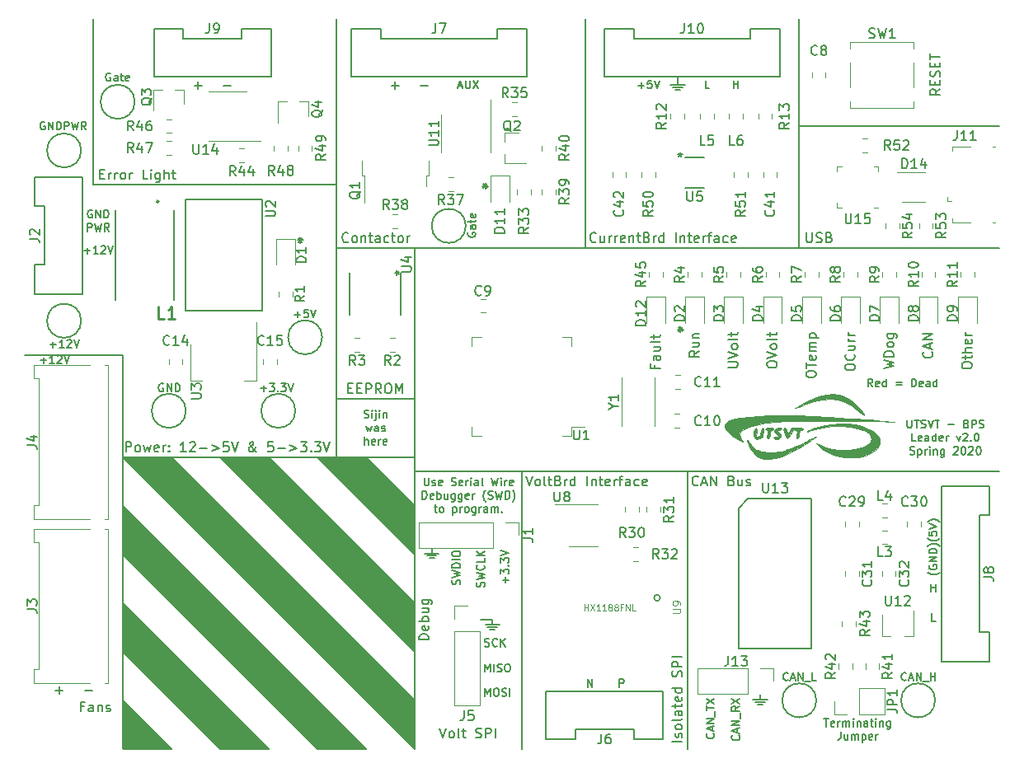
<source format=gbr>
G04 #@! TF.GenerationSoftware,KiCad,Pcbnew,5.1.5-52549c5~84~ubuntu18.04.1*
G04 #@! TF.CreationDate,2020-01-31T16:24:44-06:00*
G04 #@! TF.ProjectId,BPSMaster,4250534d-6173-4746-9572-2e6b69636164,rev?*
G04 #@! TF.SameCoordinates,Original*
G04 #@! TF.FileFunction,Legend,Top*
G04 #@! TF.FilePolarity,Positive*
%FSLAX46Y46*%
G04 Gerber Fmt 4.6, Leading zero omitted, Abs format (unit mm)*
G04 Created by KiCad (PCBNEW 5.1.5-52549c5~84~ubuntu18.04.1) date 2020-01-31 16:24:44*
%MOMM*%
%LPD*%
G04 APERTURE LIST*
%ADD10C,0.150000*%
%ADD11C,0.152400*%
%ADD12C,0.100000*%
%ADD13C,0.010000*%
%ADD14C,0.120000*%
%ADD15C,0.254000*%
%ADD16C,0.200000*%
%ADD17C,0.127000*%
%ADD18C,0.050000*%
G04 APERTURE END LIST*
D10*
X106119047Y-143971428D02*
X106880952Y-143971428D01*
X103119047Y-143971428D02*
X103880952Y-143971428D01*
X103500000Y-144352380D02*
X103500000Y-143590476D01*
D11*
X101567923Y-110058057D02*
X102187200Y-110058057D01*
X101877561Y-110367695D02*
X101877561Y-109748419D01*
X103000000Y-110367695D02*
X102535542Y-110367695D01*
X102767771Y-110367695D02*
X102767771Y-109554895D01*
X102690361Y-109671009D01*
X102612952Y-109748419D01*
X102535542Y-109787123D01*
X103309638Y-109632304D02*
X103348342Y-109593600D01*
X103425752Y-109554895D01*
X103619276Y-109554895D01*
X103696685Y-109593600D01*
X103735390Y-109632304D01*
X103774095Y-109709714D01*
X103774095Y-109787123D01*
X103735390Y-109903238D01*
X103270933Y-110367695D01*
X103774095Y-110367695D01*
X104006323Y-109554895D02*
X104277257Y-110367695D01*
X104548190Y-109554895D01*
D12*
G36*
X140000000Y-125000000D02*
G01*
X140000000Y-130000000D01*
X130000000Y-120000000D01*
X135000000Y-120000000D01*
X140000000Y-125000000D01*
G37*
X140000000Y-125000000D02*
X140000000Y-130000000D01*
X130000000Y-120000000D01*
X135000000Y-120000000D01*
X140000000Y-125000000D01*
G36*
X140000000Y-135000000D02*
G01*
X140000000Y-140000000D01*
X120000000Y-120000000D01*
X125000000Y-120000000D01*
X140000000Y-135000000D01*
G37*
X140000000Y-135000000D02*
X140000000Y-140000000D01*
X120000000Y-120000000D01*
X125000000Y-120000000D01*
X140000000Y-135000000D01*
G36*
X140000000Y-145000000D02*
G01*
X140000000Y-150000000D01*
X110000000Y-120000000D01*
X115000000Y-120000000D01*
X140000000Y-145000000D01*
G37*
X140000000Y-145000000D02*
X140000000Y-150000000D01*
X110000000Y-120000000D01*
X115000000Y-120000000D01*
X140000000Y-145000000D01*
G36*
X135000000Y-150000000D02*
G01*
X130000000Y-150000000D01*
X110000000Y-130000000D01*
X110000000Y-125000000D01*
X135000000Y-150000000D01*
G37*
X135000000Y-150000000D02*
X130000000Y-150000000D01*
X110000000Y-130000000D01*
X110000000Y-125000000D01*
X135000000Y-150000000D01*
G36*
X125000000Y-150000000D02*
G01*
X120000000Y-150000000D01*
X110000000Y-140000000D01*
X110000000Y-135000000D01*
X125000000Y-150000000D01*
G37*
X125000000Y-150000000D02*
X120000000Y-150000000D01*
X110000000Y-140000000D01*
X110000000Y-135000000D01*
X125000000Y-150000000D01*
G36*
X115000000Y-150000000D02*
G01*
X110000000Y-150000000D01*
X110000000Y-145000000D01*
X115000000Y-150000000D01*
G37*
X115000000Y-150000000D02*
X110000000Y-150000000D01*
X110000000Y-145000000D01*
X115000000Y-150000000D01*
D10*
X110000000Y-145000000D02*
X115000000Y-150000000D01*
X120000000Y-150000000D02*
X110000000Y-140000000D01*
X110000000Y-135000000D02*
X125000000Y-150000000D01*
X130000000Y-150000000D02*
X110000000Y-130000000D01*
X110000000Y-125000000D02*
X135000000Y-150000000D01*
X140000000Y-125000000D02*
X135000000Y-120000000D01*
X130000000Y-120000000D02*
X140000000Y-130000000D01*
X140000000Y-135000000D02*
X125000000Y-120000000D01*
X120000000Y-120000000D02*
X140000000Y-140000000D01*
X140000000Y-145000000D02*
X115000000Y-120000000D01*
X110000000Y-120000000D02*
X140000000Y-150000000D01*
D11*
X106880723Y-94657800D02*
X106803314Y-94619095D01*
X106687200Y-94619095D01*
X106571085Y-94657800D01*
X106493676Y-94735209D01*
X106454971Y-94812619D01*
X106416266Y-94967438D01*
X106416266Y-95083552D01*
X106454971Y-95238371D01*
X106493676Y-95315780D01*
X106571085Y-95393190D01*
X106687200Y-95431895D01*
X106764609Y-95431895D01*
X106880723Y-95393190D01*
X106919428Y-95354485D01*
X106919428Y-95083552D01*
X106764609Y-95083552D01*
X107267771Y-95431895D02*
X107267771Y-94619095D01*
X107732228Y-95431895D01*
X107732228Y-94619095D01*
X108119276Y-95431895D02*
X108119276Y-94619095D01*
X108312800Y-94619095D01*
X108428914Y-94657800D01*
X108506323Y-94735209D01*
X108545028Y-94812619D01*
X108583733Y-94967438D01*
X108583733Y-95083552D01*
X108545028Y-95238371D01*
X108506323Y-95315780D01*
X108428914Y-95393190D01*
X108312800Y-95431895D01*
X108119276Y-95431895D01*
X106416266Y-96803495D02*
X106416266Y-95990695D01*
X106725904Y-95990695D01*
X106803314Y-96029400D01*
X106842019Y-96068104D01*
X106880723Y-96145514D01*
X106880723Y-96261628D01*
X106842019Y-96339038D01*
X106803314Y-96377742D01*
X106725904Y-96416447D01*
X106416266Y-96416447D01*
X107151657Y-95990695D02*
X107345180Y-96803495D01*
X107500000Y-96222923D01*
X107654819Y-96803495D01*
X107848342Y-95990695D01*
X108622438Y-96803495D02*
X108351504Y-96416447D01*
X108157980Y-96803495D02*
X108157980Y-95990695D01*
X108467619Y-95990695D01*
X108545028Y-96029400D01*
X108583733Y-96068104D01*
X108622438Y-96145514D01*
X108622438Y-96261628D01*
X108583733Y-96339038D01*
X108545028Y-96377742D01*
X108467619Y-96416447D01*
X108157980Y-96416447D01*
X193927333Y-131854666D02*
X193888628Y-131893371D01*
X193772514Y-131970780D01*
X193695104Y-132009485D01*
X193578990Y-132048190D01*
X193385466Y-132086895D01*
X193230647Y-132086895D01*
X193037123Y-132048190D01*
X192921009Y-132009485D01*
X192843600Y-131970780D01*
X192727485Y-131893371D01*
X192688780Y-131854666D01*
X192843600Y-131119276D02*
X192804895Y-131196685D01*
X192804895Y-131312800D01*
X192843600Y-131428914D01*
X192921009Y-131506323D01*
X192998419Y-131545028D01*
X193153238Y-131583733D01*
X193269352Y-131583733D01*
X193424171Y-131545028D01*
X193501580Y-131506323D01*
X193578990Y-131428914D01*
X193617695Y-131312800D01*
X193617695Y-131235390D01*
X193578990Y-131119276D01*
X193540285Y-131080571D01*
X193269352Y-131080571D01*
X193269352Y-131235390D01*
X193617695Y-130732228D02*
X192804895Y-130732228D01*
X193617695Y-130267771D01*
X192804895Y-130267771D01*
X193617695Y-129880723D02*
X192804895Y-129880723D01*
X192804895Y-129687200D01*
X192843600Y-129571085D01*
X192921009Y-129493676D01*
X192998419Y-129454971D01*
X193153238Y-129416266D01*
X193269352Y-129416266D01*
X193424171Y-129454971D01*
X193501580Y-129493676D01*
X193578990Y-129571085D01*
X193617695Y-129687200D01*
X193617695Y-129880723D01*
X193927333Y-129145333D02*
X193888628Y-129106628D01*
X193772514Y-129029219D01*
X193695104Y-128990514D01*
X193578990Y-128951809D01*
X193385466Y-128913104D01*
X193230647Y-128913104D01*
X193037123Y-128951809D01*
X192921009Y-128990514D01*
X192843600Y-129029219D01*
X192727485Y-129106628D01*
X192688780Y-129145333D01*
X193927333Y-128351504D02*
X193888628Y-128390209D01*
X193772514Y-128467619D01*
X193695104Y-128506323D01*
X193578990Y-128545028D01*
X193385466Y-128583733D01*
X193230647Y-128583733D01*
X193037123Y-128545028D01*
X192921009Y-128506323D01*
X192843600Y-128467619D01*
X192727485Y-128390209D01*
X192688780Y-128351504D01*
X192804895Y-127654819D02*
X192804895Y-128041866D01*
X193191942Y-128080571D01*
X193153238Y-128041866D01*
X193114533Y-127964457D01*
X193114533Y-127770933D01*
X193153238Y-127693523D01*
X193191942Y-127654819D01*
X193269352Y-127616114D01*
X193462876Y-127616114D01*
X193540285Y-127654819D01*
X193578990Y-127693523D01*
X193617695Y-127770933D01*
X193617695Y-127964457D01*
X193578990Y-128041866D01*
X193540285Y-128080571D01*
X192804895Y-127383885D02*
X193617695Y-127112952D01*
X192804895Y-126842019D01*
X193927333Y-126648495D02*
X193888628Y-126609790D01*
X193772514Y-126532380D01*
X193695104Y-126493676D01*
X193578990Y-126454971D01*
X193385466Y-126416266D01*
X193230647Y-126416266D01*
X193037123Y-126454971D01*
X192921009Y-126493676D01*
X192843600Y-126532380D01*
X192727485Y-126609790D01*
X192688780Y-126648495D01*
X193501580Y-136867695D02*
X193114533Y-136867695D01*
X193114533Y-136054895D01*
X193017771Y-133867695D02*
X193017771Y-133054895D01*
X193017771Y-133441942D02*
X193482228Y-133441942D01*
X193482228Y-133867695D02*
X193482228Y-133054895D01*
X157767771Y-143617695D02*
X157767771Y-142804895D01*
X158232228Y-143617695D01*
X158232228Y-142804895D01*
X161037123Y-143617695D02*
X161037123Y-142804895D01*
X161346761Y-142804895D01*
X161424171Y-142843600D01*
X161462876Y-142882304D01*
X161501580Y-142959714D01*
X161501580Y-143075828D01*
X161462876Y-143153238D01*
X161424171Y-143191942D01*
X161346761Y-143230647D01*
X161037123Y-143230647D01*
X106067923Y-98808057D02*
X106687200Y-98808057D01*
X106377561Y-99117695D02*
X106377561Y-98498419D01*
X107500000Y-99117695D02*
X107035542Y-99117695D01*
X107267771Y-99117695D02*
X107267771Y-98304895D01*
X107190361Y-98421009D01*
X107112952Y-98498419D01*
X107035542Y-98537123D01*
X107809638Y-98382304D02*
X107848342Y-98343600D01*
X107925752Y-98304895D01*
X108119276Y-98304895D01*
X108196685Y-98343600D01*
X108235390Y-98382304D01*
X108274095Y-98459714D01*
X108274095Y-98537123D01*
X108235390Y-98653238D01*
X107770933Y-99117695D01*
X108274095Y-99117695D01*
X108506323Y-98304895D02*
X108777257Y-99117695D01*
X109048190Y-98304895D01*
X172767771Y-82117695D02*
X172767771Y-81304895D01*
X172767771Y-81691942D02*
X173232228Y-81691942D01*
X173232228Y-82117695D02*
X173232228Y-81304895D01*
X170251580Y-82117695D02*
X169864533Y-82117695D01*
X169864533Y-81304895D01*
D10*
X166750000Y-82250000D02*
X167250000Y-82250000D01*
X166500000Y-82000000D02*
X167500000Y-82000000D01*
X166250000Y-81750000D02*
X167750000Y-81750000D01*
X167000000Y-81000000D02*
X167000000Y-81750000D01*
D11*
X162954971Y-81808057D02*
X163574247Y-81808057D01*
X163264609Y-82117695D02*
X163264609Y-81498419D01*
X164348342Y-81304895D02*
X163961295Y-81304895D01*
X163922590Y-81691942D01*
X163961295Y-81653238D01*
X164038704Y-81614533D01*
X164232228Y-81614533D01*
X164309638Y-81653238D01*
X164348342Y-81691942D01*
X164387047Y-81769352D01*
X164387047Y-81962876D01*
X164348342Y-82040285D01*
X164309638Y-82078990D01*
X164232228Y-82117695D01*
X164038704Y-82117695D01*
X163961295Y-82078990D01*
X163922590Y-82040285D01*
X164619276Y-81304895D02*
X164890209Y-82117695D01*
X165161142Y-81304895D01*
X144493676Y-81885466D02*
X144880723Y-81885466D01*
X144416266Y-82117695D02*
X144687200Y-81304895D01*
X144958133Y-82117695D01*
X145229066Y-81304895D02*
X145229066Y-81962876D01*
X145267771Y-82040285D01*
X145306476Y-82078990D01*
X145383885Y-82117695D01*
X145538704Y-82117695D01*
X145616114Y-82078990D01*
X145654819Y-82040285D01*
X145693523Y-81962876D01*
X145693523Y-81304895D01*
X146003161Y-81304895D02*
X146545028Y-82117695D01*
X146545028Y-81304895D02*
X146003161Y-82117695D01*
D10*
X140619047Y-81821428D02*
X141380952Y-81821428D01*
X137619047Y-81821428D02*
X138380952Y-81821428D01*
X138000000Y-82202380D02*
X138000000Y-81440476D01*
X120369047Y-81821428D02*
X121130952Y-81821428D01*
X117369047Y-81821428D02*
X118130952Y-81821428D01*
X117750000Y-82202380D02*
X117750000Y-81440476D01*
X193952380Y-82202380D02*
X193476190Y-82535714D01*
X193952380Y-82773809D02*
X192952380Y-82773809D01*
X192952380Y-82392857D01*
X193000000Y-82297619D01*
X193047619Y-82250000D01*
X193142857Y-82202380D01*
X193285714Y-82202380D01*
X193380952Y-82250000D01*
X193428571Y-82297619D01*
X193476190Y-82392857D01*
X193476190Y-82773809D01*
X193428571Y-81773809D02*
X193428571Y-81440476D01*
X193952380Y-81297619D02*
X193952380Y-81773809D01*
X192952380Y-81773809D01*
X192952380Y-81297619D01*
X193904761Y-80916666D02*
X193952380Y-80773809D01*
X193952380Y-80535714D01*
X193904761Y-80440476D01*
X193857142Y-80392857D01*
X193761904Y-80345238D01*
X193666666Y-80345238D01*
X193571428Y-80392857D01*
X193523809Y-80440476D01*
X193476190Y-80535714D01*
X193428571Y-80726190D01*
X193380952Y-80821428D01*
X193333333Y-80869047D01*
X193238095Y-80916666D01*
X193142857Y-80916666D01*
X193047619Y-80869047D01*
X193000000Y-80821428D01*
X192952380Y-80726190D01*
X192952380Y-80488095D01*
X193000000Y-80345238D01*
X193428571Y-79916666D02*
X193428571Y-79583333D01*
X193952380Y-79440476D02*
X193952380Y-79916666D01*
X192952380Y-79916666D01*
X192952380Y-79440476D01*
X192952380Y-79154761D02*
X192952380Y-78583333D01*
X193952380Y-78869047D02*
X192952380Y-78869047D01*
D11*
X108764609Y-80593600D02*
X108687200Y-80554895D01*
X108571085Y-80554895D01*
X108454971Y-80593600D01*
X108377561Y-80671009D01*
X108338857Y-80748419D01*
X108300152Y-80903238D01*
X108300152Y-81019352D01*
X108338857Y-81174171D01*
X108377561Y-81251580D01*
X108454971Y-81328990D01*
X108571085Y-81367695D01*
X108648495Y-81367695D01*
X108764609Y-81328990D01*
X108803314Y-81290285D01*
X108803314Y-81019352D01*
X108648495Y-81019352D01*
X109500000Y-81367695D02*
X109500000Y-80941942D01*
X109461295Y-80864533D01*
X109383885Y-80825828D01*
X109229066Y-80825828D01*
X109151657Y-80864533D01*
X109500000Y-81328990D02*
X109422590Y-81367695D01*
X109229066Y-81367695D01*
X109151657Y-81328990D01*
X109112952Y-81251580D01*
X109112952Y-81174171D01*
X109151657Y-81096761D01*
X109229066Y-81058057D01*
X109422590Y-81058057D01*
X109500000Y-81019352D01*
X109770933Y-80825828D02*
X110080571Y-80825828D01*
X109887047Y-80554895D02*
X109887047Y-81251580D01*
X109925752Y-81328990D01*
X110003161Y-81367695D01*
X110080571Y-81367695D01*
X110661142Y-81328990D02*
X110583733Y-81367695D01*
X110428914Y-81367695D01*
X110351504Y-81328990D01*
X110312800Y-81251580D01*
X110312800Y-80941942D01*
X110351504Y-80864533D01*
X110428914Y-80825828D01*
X110583733Y-80825828D01*
X110661142Y-80864533D01*
X110699847Y-80941942D01*
X110699847Y-81019352D01*
X110312800Y-81096761D01*
X145493600Y-96935390D02*
X145454895Y-97012800D01*
X145454895Y-97128914D01*
X145493600Y-97245028D01*
X145571009Y-97322438D01*
X145648419Y-97361142D01*
X145803238Y-97399847D01*
X145919352Y-97399847D01*
X146074171Y-97361142D01*
X146151580Y-97322438D01*
X146228990Y-97245028D01*
X146267695Y-97128914D01*
X146267695Y-97051504D01*
X146228990Y-96935390D01*
X146190285Y-96896685D01*
X145919352Y-96896685D01*
X145919352Y-97051504D01*
X146267695Y-96200000D02*
X145841942Y-96200000D01*
X145764533Y-96238704D01*
X145725828Y-96316114D01*
X145725828Y-96470933D01*
X145764533Y-96548342D01*
X146228990Y-96200000D02*
X146267695Y-96277409D01*
X146267695Y-96470933D01*
X146228990Y-96548342D01*
X146151580Y-96587047D01*
X146074171Y-96587047D01*
X145996761Y-96548342D01*
X145958057Y-96470933D01*
X145958057Y-96277409D01*
X145919352Y-96200000D01*
X145725828Y-95929066D02*
X145725828Y-95619428D01*
X145454895Y-95812952D02*
X146151580Y-95812952D01*
X146228990Y-95774247D01*
X146267695Y-95696838D01*
X146267695Y-95619428D01*
X146228990Y-95038857D02*
X146267695Y-95116266D01*
X146267695Y-95271085D01*
X146228990Y-95348495D01*
X146151580Y-95387200D01*
X145841942Y-95387200D01*
X145764533Y-95348495D01*
X145725828Y-95271085D01*
X145725828Y-95116266D01*
X145764533Y-95038857D01*
X145841942Y-95000152D01*
X145919352Y-95000152D01*
X145996761Y-95387200D01*
X187022971Y-112767695D02*
X186752038Y-112380647D01*
X186558514Y-112767695D02*
X186558514Y-111954895D01*
X186868152Y-111954895D01*
X186945561Y-111993600D01*
X186984266Y-112032304D01*
X187022971Y-112109714D01*
X187022971Y-112225828D01*
X186984266Y-112303238D01*
X186945561Y-112341942D01*
X186868152Y-112380647D01*
X186558514Y-112380647D01*
X187680952Y-112728990D02*
X187603542Y-112767695D01*
X187448723Y-112767695D01*
X187371314Y-112728990D01*
X187332609Y-112651580D01*
X187332609Y-112341942D01*
X187371314Y-112264533D01*
X187448723Y-112225828D01*
X187603542Y-112225828D01*
X187680952Y-112264533D01*
X187719657Y-112341942D01*
X187719657Y-112419352D01*
X187332609Y-112496761D01*
X188416342Y-112767695D02*
X188416342Y-111954895D01*
X188416342Y-112728990D02*
X188338933Y-112767695D01*
X188184114Y-112767695D01*
X188106704Y-112728990D01*
X188068000Y-112690285D01*
X188029295Y-112612876D01*
X188029295Y-112380647D01*
X188068000Y-112303238D01*
X188106704Y-112264533D01*
X188184114Y-112225828D01*
X188338933Y-112225828D01*
X188416342Y-112264533D01*
X189422666Y-112341942D02*
X190041942Y-112341942D01*
X190041942Y-112574171D02*
X189422666Y-112574171D01*
X191048266Y-112767695D02*
X191048266Y-111954895D01*
X191241790Y-111954895D01*
X191357904Y-111993600D01*
X191435314Y-112071009D01*
X191474019Y-112148419D01*
X191512723Y-112303238D01*
X191512723Y-112419352D01*
X191474019Y-112574171D01*
X191435314Y-112651580D01*
X191357904Y-112728990D01*
X191241790Y-112767695D01*
X191048266Y-112767695D01*
X192170704Y-112728990D02*
X192093295Y-112767695D01*
X191938476Y-112767695D01*
X191861066Y-112728990D01*
X191822361Y-112651580D01*
X191822361Y-112341942D01*
X191861066Y-112264533D01*
X191938476Y-112225828D01*
X192093295Y-112225828D01*
X192170704Y-112264533D01*
X192209409Y-112341942D01*
X192209409Y-112419352D01*
X191822361Y-112496761D01*
X192906095Y-112767695D02*
X192906095Y-112341942D01*
X192867390Y-112264533D01*
X192789980Y-112225828D01*
X192635161Y-112225828D01*
X192557752Y-112264533D01*
X192906095Y-112728990D02*
X192828685Y-112767695D01*
X192635161Y-112767695D01*
X192557752Y-112728990D01*
X192519047Y-112651580D01*
X192519047Y-112574171D01*
X192557752Y-112496761D01*
X192635161Y-112458057D01*
X192828685Y-112458057D01*
X192906095Y-112419352D01*
X193641485Y-112767695D02*
X193641485Y-111954895D01*
X193641485Y-112728990D02*
X193564076Y-112767695D01*
X193409257Y-112767695D01*
X193331847Y-112728990D01*
X193293142Y-112690285D01*
X193254438Y-112612876D01*
X193254438Y-112380647D01*
X193293142Y-112303238D01*
X193331847Y-112264533D01*
X193409257Y-112225828D01*
X193564076Y-112225828D01*
X193641485Y-112264533D01*
D10*
X175250000Y-145400000D02*
X175750000Y-145400000D01*
X175500000Y-144400000D02*
X175500000Y-144900000D01*
X174750000Y-144900000D02*
X176250000Y-144900000D01*
X175000000Y-145150000D02*
X176000000Y-145150000D01*
D11*
X173290285Y-148608240D02*
X173328990Y-148646945D01*
X173367695Y-148763060D01*
X173367695Y-148840469D01*
X173328990Y-148956583D01*
X173251580Y-149033993D01*
X173174171Y-149072698D01*
X173019352Y-149111402D01*
X172903238Y-149111402D01*
X172748419Y-149072698D01*
X172671009Y-149033993D01*
X172593600Y-148956583D01*
X172554895Y-148840469D01*
X172554895Y-148763060D01*
X172593600Y-148646945D01*
X172632304Y-148608240D01*
X173135466Y-148298602D02*
X173135466Y-147911555D01*
X173367695Y-148376012D02*
X172554895Y-148105079D01*
X173367695Y-147834145D01*
X173367695Y-147563212D02*
X172554895Y-147563212D01*
X173367695Y-147098755D01*
X172554895Y-147098755D01*
X173445104Y-146905231D02*
X173445104Y-146285955D01*
X173367695Y-145627974D02*
X172980647Y-145898907D01*
X173367695Y-146092431D02*
X172554895Y-146092431D01*
X172554895Y-145782793D01*
X172593600Y-145705383D01*
X172632304Y-145666679D01*
X172709714Y-145627974D01*
X172825828Y-145627974D01*
X172903238Y-145666679D01*
X172941942Y-145705383D01*
X172980647Y-145782793D01*
X172980647Y-146092431D01*
X172554895Y-145357040D02*
X173367695Y-144815174D01*
X172554895Y-144815174D02*
X173367695Y-145357040D01*
X170690285Y-148414717D02*
X170728990Y-148453421D01*
X170767695Y-148569536D01*
X170767695Y-148646945D01*
X170728990Y-148763060D01*
X170651580Y-148840469D01*
X170574171Y-148879174D01*
X170419352Y-148917879D01*
X170303238Y-148917879D01*
X170148419Y-148879174D01*
X170071009Y-148840469D01*
X169993600Y-148763060D01*
X169954895Y-148646945D01*
X169954895Y-148569536D01*
X169993600Y-148453421D01*
X170032304Y-148414717D01*
X170535466Y-148105079D02*
X170535466Y-147718031D01*
X170767695Y-148182488D02*
X169954895Y-147911555D01*
X170767695Y-147640621D01*
X170767695Y-147369688D02*
X169954895Y-147369688D01*
X170767695Y-146905231D01*
X169954895Y-146905231D01*
X170845104Y-146711707D02*
X170845104Y-146092431D01*
X169954895Y-146015021D02*
X169954895Y-145550564D01*
X170767695Y-145782793D02*
X169954895Y-145782793D01*
X169954895Y-145357040D02*
X170767695Y-144815174D01*
X169954895Y-144815174D02*
X170767695Y-145357040D01*
X134819504Y-115957390D02*
X134935619Y-115996095D01*
X135129142Y-115996095D01*
X135206552Y-115957390D01*
X135245257Y-115918685D01*
X135283961Y-115841276D01*
X135283961Y-115763866D01*
X135245257Y-115686457D01*
X135206552Y-115647752D01*
X135129142Y-115609047D01*
X134974323Y-115570342D01*
X134896914Y-115531638D01*
X134858209Y-115492933D01*
X134819504Y-115415523D01*
X134819504Y-115338114D01*
X134858209Y-115260704D01*
X134896914Y-115222000D01*
X134974323Y-115183295D01*
X135167847Y-115183295D01*
X135283961Y-115222000D01*
X135632304Y-115996095D02*
X135632304Y-115454228D01*
X135632304Y-115183295D02*
X135593600Y-115222000D01*
X135632304Y-115260704D01*
X135671009Y-115222000D01*
X135632304Y-115183295D01*
X135632304Y-115260704D01*
X136019352Y-115454228D02*
X136019352Y-116150914D01*
X135980647Y-116228323D01*
X135903238Y-116267028D01*
X135864533Y-116267028D01*
X136019352Y-115183295D02*
X135980647Y-115222000D01*
X136019352Y-115260704D01*
X136058057Y-115222000D01*
X136019352Y-115183295D01*
X136019352Y-115260704D01*
X136406400Y-115996095D02*
X136406400Y-115454228D01*
X136406400Y-115183295D02*
X136367695Y-115222000D01*
X136406400Y-115260704D01*
X136445104Y-115222000D01*
X136406400Y-115183295D01*
X136406400Y-115260704D01*
X136793447Y-115454228D02*
X136793447Y-115996095D01*
X136793447Y-115531638D02*
X136832152Y-115492933D01*
X136909561Y-115454228D01*
X137025676Y-115454228D01*
X137103085Y-115492933D01*
X137141790Y-115570342D01*
X137141790Y-115996095D01*
X134993676Y-116825828D02*
X135148495Y-117367695D01*
X135303314Y-116980647D01*
X135458133Y-117367695D01*
X135612952Y-116825828D01*
X136270933Y-117367695D02*
X136270933Y-116941942D01*
X136232228Y-116864533D01*
X136154819Y-116825828D01*
X136000000Y-116825828D01*
X135922590Y-116864533D01*
X136270933Y-117328990D02*
X136193523Y-117367695D01*
X136000000Y-117367695D01*
X135922590Y-117328990D01*
X135883885Y-117251580D01*
X135883885Y-117174171D01*
X135922590Y-117096761D01*
X136000000Y-117058057D01*
X136193523Y-117058057D01*
X136270933Y-117019352D01*
X136619276Y-117328990D02*
X136696685Y-117367695D01*
X136851504Y-117367695D01*
X136928914Y-117328990D01*
X136967619Y-117251580D01*
X136967619Y-117212876D01*
X136928914Y-117135466D01*
X136851504Y-117096761D01*
X136735390Y-117096761D01*
X136657980Y-117058057D01*
X136619276Y-116980647D01*
X136619276Y-116941942D01*
X136657980Y-116864533D01*
X136735390Y-116825828D01*
X136851504Y-116825828D01*
X136928914Y-116864533D01*
X134877561Y-118739295D02*
X134877561Y-117926495D01*
X135225904Y-118739295D02*
X135225904Y-118313542D01*
X135187200Y-118236133D01*
X135109790Y-118197428D01*
X134993676Y-118197428D01*
X134916266Y-118236133D01*
X134877561Y-118274838D01*
X135922590Y-118700590D02*
X135845180Y-118739295D01*
X135690361Y-118739295D01*
X135612952Y-118700590D01*
X135574247Y-118623180D01*
X135574247Y-118313542D01*
X135612952Y-118236133D01*
X135690361Y-118197428D01*
X135845180Y-118197428D01*
X135922590Y-118236133D01*
X135961295Y-118313542D01*
X135961295Y-118390952D01*
X135574247Y-118468361D01*
X136309638Y-118739295D02*
X136309638Y-118197428D01*
X136309638Y-118352247D02*
X136348342Y-118274838D01*
X136387047Y-118236133D01*
X136464457Y-118197428D01*
X136541866Y-118197428D01*
X137122438Y-118700590D02*
X137045028Y-118739295D01*
X136890209Y-118739295D01*
X136812800Y-118700590D01*
X136774095Y-118623180D01*
X136774095Y-118313542D01*
X136812800Y-118236133D01*
X136890209Y-118197428D01*
X137045028Y-118197428D01*
X137122438Y-118236133D01*
X137161142Y-118313542D01*
X137161142Y-118390952D01*
X136774095Y-118468361D01*
X190590819Y-116183295D02*
X190590819Y-116841276D01*
X190629523Y-116918685D01*
X190668228Y-116957390D01*
X190745638Y-116996095D01*
X190900457Y-116996095D01*
X190977866Y-116957390D01*
X191016571Y-116918685D01*
X191055276Y-116841276D01*
X191055276Y-116183295D01*
X191326209Y-116183295D02*
X191790666Y-116183295D01*
X191558438Y-116996095D02*
X191558438Y-116183295D01*
X192022895Y-116957390D02*
X192139009Y-116996095D01*
X192332533Y-116996095D01*
X192409942Y-116957390D01*
X192448647Y-116918685D01*
X192487352Y-116841276D01*
X192487352Y-116763866D01*
X192448647Y-116686457D01*
X192409942Y-116647752D01*
X192332533Y-116609047D01*
X192177714Y-116570342D01*
X192100304Y-116531638D01*
X192061600Y-116492933D01*
X192022895Y-116415523D01*
X192022895Y-116338114D01*
X192061600Y-116260704D01*
X192100304Y-116222000D01*
X192177714Y-116183295D01*
X192371238Y-116183295D01*
X192487352Y-116222000D01*
X192719580Y-116183295D02*
X192990514Y-116996095D01*
X193261447Y-116183295D01*
X193416266Y-116183295D02*
X193880723Y-116183295D01*
X193648495Y-116996095D02*
X193648495Y-116183295D01*
X194770933Y-116686457D02*
X195390209Y-116686457D01*
X196667466Y-116570342D02*
X196783580Y-116609047D01*
X196822285Y-116647752D01*
X196860990Y-116725161D01*
X196860990Y-116841276D01*
X196822285Y-116918685D01*
X196783580Y-116957390D01*
X196706171Y-116996095D01*
X196396533Y-116996095D01*
X196396533Y-116183295D01*
X196667466Y-116183295D01*
X196744876Y-116222000D01*
X196783580Y-116260704D01*
X196822285Y-116338114D01*
X196822285Y-116415523D01*
X196783580Y-116492933D01*
X196744876Y-116531638D01*
X196667466Y-116570342D01*
X196396533Y-116570342D01*
X197209333Y-116996095D02*
X197209333Y-116183295D01*
X197518971Y-116183295D01*
X197596380Y-116222000D01*
X197635085Y-116260704D01*
X197673790Y-116338114D01*
X197673790Y-116454228D01*
X197635085Y-116531638D01*
X197596380Y-116570342D01*
X197518971Y-116609047D01*
X197209333Y-116609047D01*
X197983428Y-116957390D02*
X198099542Y-116996095D01*
X198293066Y-116996095D01*
X198370476Y-116957390D01*
X198409180Y-116918685D01*
X198447885Y-116841276D01*
X198447885Y-116763866D01*
X198409180Y-116686457D01*
X198370476Y-116647752D01*
X198293066Y-116609047D01*
X198138247Y-116570342D01*
X198060838Y-116531638D01*
X198022133Y-116492933D01*
X197983428Y-116415523D01*
X197983428Y-116338114D01*
X198022133Y-116260704D01*
X198060838Y-116222000D01*
X198138247Y-116183295D01*
X198331771Y-116183295D01*
X198447885Y-116222000D01*
X191481028Y-118367695D02*
X191093980Y-118367695D01*
X191093980Y-117554895D01*
X192061600Y-118328990D02*
X191984190Y-118367695D01*
X191829371Y-118367695D01*
X191751961Y-118328990D01*
X191713257Y-118251580D01*
X191713257Y-117941942D01*
X191751961Y-117864533D01*
X191829371Y-117825828D01*
X191984190Y-117825828D01*
X192061600Y-117864533D01*
X192100304Y-117941942D01*
X192100304Y-118019352D01*
X191713257Y-118096761D01*
X192796990Y-118367695D02*
X192796990Y-117941942D01*
X192758285Y-117864533D01*
X192680876Y-117825828D01*
X192526057Y-117825828D01*
X192448647Y-117864533D01*
X192796990Y-118328990D02*
X192719580Y-118367695D01*
X192526057Y-118367695D01*
X192448647Y-118328990D01*
X192409942Y-118251580D01*
X192409942Y-118174171D01*
X192448647Y-118096761D01*
X192526057Y-118058057D01*
X192719580Y-118058057D01*
X192796990Y-118019352D01*
X193532380Y-118367695D02*
X193532380Y-117554895D01*
X193532380Y-118328990D02*
X193454971Y-118367695D01*
X193300152Y-118367695D01*
X193222742Y-118328990D01*
X193184038Y-118290285D01*
X193145333Y-118212876D01*
X193145333Y-117980647D01*
X193184038Y-117903238D01*
X193222742Y-117864533D01*
X193300152Y-117825828D01*
X193454971Y-117825828D01*
X193532380Y-117864533D01*
X194229066Y-118328990D02*
X194151657Y-118367695D01*
X193996838Y-118367695D01*
X193919428Y-118328990D01*
X193880723Y-118251580D01*
X193880723Y-117941942D01*
X193919428Y-117864533D01*
X193996838Y-117825828D01*
X194151657Y-117825828D01*
X194229066Y-117864533D01*
X194267771Y-117941942D01*
X194267771Y-118019352D01*
X193880723Y-118096761D01*
X194616114Y-118367695D02*
X194616114Y-117825828D01*
X194616114Y-117980647D02*
X194654819Y-117903238D01*
X194693523Y-117864533D01*
X194770933Y-117825828D01*
X194848342Y-117825828D01*
X195661142Y-117825828D02*
X195854666Y-118367695D01*
X196048190Y-117825828D01*
X196319123Y-117632304D02*
X196357828Y-117593600D01*
X196435238Y-117554895D01*
X196628761Y-117554895D01*
X196706171Y-117593600D01*
X196744876Y-117632304D01*
X196783580Y-117709714D01*
X196783580Y-117787123D01*
X196744876Y-117903238D01*
X196280419Y-118367695D01*
X196783580Y-118367695D01*
X197131923Y-118290285D02*
X197170628Y-118328990D01*
X197131923Y-118367695D01*
X197093219Y-118328990D01*
X197131923Y-118290285D01*
X197131923Y-118367695D01*
X197673790Y-117554895D02*
X197751200Y-117554895D01*
X197828609Y-117593600D01*
X197867314Y-117632304D01*
X197906019Y-117709714D01*
X197944723Y-117864533D01*
X197944723Y-118058057D01*
X197906019Y-118212876D01*
X197867314Y-118290285D01*
X197828609Y-118328990D01*
X197751200Y-118367695D01*
X197673790Y-118367695D01*
X197596380Y-118328990D01*
X197557676Y-118290285D01*
X197518971Y-118212876D01*
X197480266Y-118058057D01*
X197480266Y-117864533D01*
X197518971Y-117709714D01*
X197557676Y-117632304D01*
X197596380Y-117593600D01*
X197673790Y-117554895D01*
X190861752Y-119700590D02*
X190977866Y-119739295D01*
X191171390Y-119739295D01*
X191248800Y-119700590D01*
X191287504Y-119661885D01*
X191326209Y-119584476D01*
X191326209Y-119507066D01*
X191287504Y-119429657D01*
X191248800Y-119390952D01*
X191171390Y-119352247D01*
X191016571Y-119313542D01*
X190939161Y-119274838D01*
X190900457Y-119236133D01*
X190861752Y-119158723D01*
X190861752Y-119081314D01*
X190900457Y-119003904D01*
X190939161Y-118965200D01*
X191016571Y-118926495D01*
X191210095Y-118926495D01*
X191326209Y-118965200D01*
X191674552Y-119197428D02*
X191674552Y-120010228D01*
X191674552Y-119236133D02*
X191751961Y-119197428D01*
X191906780Y-119197428D01*
X191984190Y-119236133D01*
X192022895Y-119274838D01*
X192061600Y-119352247D01*
X192061600Y-119584476D01*
X192022895Y-119661885D01*
X191984190Y-119700590D01*
X191906780Y-119739295D01*
X191751961Y-119739295D01*
X191674552Y-119700590D01*
X192409942Y-119739295D02*
X192409942Y-119197428D01*
X192409942Y-119352247D02*
X192448647Y-119274838D01*
X192487352Y-119236133D01*
X192564761Y-119197428D01*
X192642171Y-119197428D01*
X192913104Y-119739295D02*
X192913104Y-119197428D01*
X192913104Y-118926495D02*
X192874400Y-118965200D01*
X192913104Y-119003904D01*
X192951809Y-118965200D01*
X192913104Y-118926495D01*
X192913104Y-119003904D01*
X193300152Y-119197428D02*
X193300152Y-119739295D01*
X193300152Y-119274838D02*
X193338857Y-119236133D01*
X193416266Y-119197428D01*
X193532380Y-119197428D01*
X193609790Y-119236133D01*
X193648495Y-119313542D01*
X193648495Y-119739295D01*
X194383885Y-119197428D02*
X194383885Y-119855409D01*
X194345180Y-119932819D01*
X194306476Y-119971523D01*
X194229066Y-120010228D01*
X194112952Y-120010228D01*
X194035542Y-119971523D01*
X194383885Y-119700590D02*
X194306476Y-119739295D01*
X194151657Y-119739295D01*
X194074247Y-119700590D01*
X194035542Y-119661885D01*
X193996838Y-119584476D01*
X193996838Y-119352247D01*
X194035542Y-119274838D01*
X194074247Y-119236133D01*
X194151657Y-119197428D01*
X194306476Y-119197428D01*
X194383885Y-119236133D01*
X195351504Y-119003904D02*
X195390209Y-118965200D01*
X195467619Y-118926495D01*
X195661142Y-118926495D01*
X195738552Y-118965200D01*
X195777257Y-119003904D01*
X195815961Y-119081314D01*
X195815961Y-119158723D01*
X195777257Y-119274838D01*
X195312800Y-119739295D01*
X195815961Y-119739295D01*
X196319123Y-118926495D02*
X196396533Y-118926495D01*
X196473942Y-118965200D01*
X196512647Y-119003904D01*
X196551352Y-119081314D01*
X196590057Y-119236133D01*
X196590057Y-119429657D01*
X196551352Y-119584476D01*
X196512647Y-119661885D01*
X196473942Y-119700590D01*
X196396533Y-119739295D01*
X196319123Y-119739295D01*
X196241714Y-119700590D01*
X196203009Y-119661885D01*
X196164304Y-119584476D01*
X196125600Y-119429657D01*
X196125600Y-119236133D01*
X196164304Y-119081314D01*
X196203009Y-119003904D01*
X196241714Y-118965200D01*
X196319123Y-118926495D01*
X196899695Y-119003904D02*
X196938400Y-118965200D01*
X197015809Y-118926495D01*
X197209333Y-118926495D01*
X197286742Y-118965200D01*
X197325447Y-119003904D01*
X197364152Y-119081314D01*
X197364152Y-119158723D01*
X197325447Y-119274838D01*
X196860990Y-119739295D01*
X197364152Y-119739295D01*
X197867314Y-118926495D02*
X197944723Y-118926495D01*
X198022133Y-118965200D01*
X198060838Y-119003904D01*
X198099542Y-119081314D01*
X198138247Y-119236133D01*
X198138247Y-119429657D01*
X198099542Y-119584476D01*
X198060838Y-119661885D01*
X198022133Y-119700590D01*
X197944723Y-119739295D01*
X197867314Y-119739295D01*
X197789904Y-119700590D01*
X197751200Y-119661885D01*
X197712495Y-119584476D01*
X197673790Y-119429657D01*
X197673790Y-119236133D01*
X197712495Y-119081314D01*
X197751200Y-119003904D01*
X197789904Y-118965200D01*
X197867314Y-118926495D01*
X102567923Y-108458057D02*
X103187200Y-108458057D01*
X102877561Y-108767695D02*
X102877561Y-108148419D01*
X104000000Y-108767695D02*
X103535542Y-108767695D01*
X103767771Y-108767695D02*
X103767771Y-107954895D01*
X103690361Y-108071009D01*
X103612952Y-108148419D01*
X103535542Y-108187123D01*
X104309638Y-108032304D02*
X104348342Y-107993600D01*
X104425752Y-107954895D01*
X104619276Y-107954895D01*
X104696685Y-107993600D01*
X104735390Y-108032304D01*
X104774095Y-108109714D01*
X104774095Y-108187123D01*
X104735390Y-108303238D01*
X104270933Y-108767695D01*
X104774095Y-108767695D01*
X105006323Y-107954895D02*
X105277257Y-108767695D01*
X105548190Y-107954895D01*
X102003466Y-85593600D02*
X101926057Y-85554895D01*
X101809942Y-85554895D01*
X101693828Y-85593600D01*
X101616419Y-85671009D01*
X101577714Y-85748419D01*
X101539009Y-85903238D01*
X101539009Y-86019352D01*
X101577714Y-86174171D01*
X101616419Y-86251580D01*
X101693828Y-86328990D01*
X101809942Y-86367695D01*
X101887352Y-86367695D01*
X102003466Y-86328990D01*
X102042171Y-86290285D01*
X102042171Y-86019352D01*
X101887352Y-86019352D01*
X102390514Y-86367695D02*
X102390514Y-85554895D01*
X102854971Y-86367695D01*
X102854971Y-85554895D01*
X103242019Y-86367695D02*
X103242019Y-85554895D01*
X103435542Y-85554895D01*
X103551657Y-85593600D01*
X103629066Y-85671009D01*
X103667771Y-85748419D01*
X103706476Y-85903238D01*
X103706476Y-86019352D01*
X103667771Y-86174171D01*
X103629066Y-86251580D01*
X103551657Y-86328990D01*
X103435542Y-86367695D01*
X103242019Y-86367695D01*
X104054819Y-86367695D02*
X104054819Y-85554895D01*
X104364457Y-85554895D01*
X104441866Y-85593600D01*
X104480571Y-85632304D01*
X104519276Y-85709714D01*
X104519276Y-85825828D01*
X104480571Y-85903238D01*
X104441866Y-85941942D01*
X104364457Y-85980647D01*
X104054819Y-85980647D01*
X104790209Y-85554895D02*
X104983733Y-86367695D01*
X105138552Y-85787123D01*
X105293371Y-86367695D01*
X105486895Y-85554895D01*
X106260990Y-86367695D02*
X105990057Y-85980647D01*
X105796533Y-86367695D02*
X105796533Y-85554895D01*
X106106171Y-85554895D01*
X106183580Y-85593600D01*
X106222285Y-85632304D01*
X106260990Y-85709714D01*
X106260990Y-85825828D01*
X106222285Y-85903238D01*
X106183580Y-85941942D01*
X106106171Y-85980647D01*
X105796533Y-85980647D01*
X127654971Y-105358057D02*
X128274247Y-105358057D01*
X127964609Y-105667695D02*
X127964609Y-105048419D01*
X129048342Y-104854895D02*
X128661295Y-104854895D01*
X128622590Y-105241942D01*
X128661295Y-105203238D01*
X128738704Y-105164533D01*
X128932228Y-105164533D01*
X129009638Y-105203238D01*
X129048342Y-105241942D01*
X129087047Y-105319352D01*
X129087047Y-105512876D01*
X129048342Y-105590285D01*
X129009638Y-105628990D01*
X128932228Y-105667695D01*
X128738704Y-105667695D01*
X128661295Y-105628990D01*
X128622590Y-105590285D01*
X129319276Y-104854895D02*
X129590209Y-105667695D01*
X129861142Y-104854895D01*
X124174400Y-112958057D02*
X124793676Y-112958057D01*
X124484038Y-113267695D02*
X124484038Y-112648419D01*
X125103314Y-112454895D02*
X125606476Y-112454895D01*
X125335542Y-112764533D01*
X125451657Y-112764533D01*
X125529066Y-112803238D01*
X125567771Y-112841942D01*
X125606476Y-112919352D01*
X125606476Y-113112876D01*
X125567771Y-113190285D01*
X125529066Y-113228990D01*
X125451657Y-113267695D01*
X125219428Y-113267695D01*
X125142019Y-113228990D01*
X125103314Y-113190285D01*
X125954819Y-113190285D02*
X125993523Y-113228990D01*
X125954819Y-113267695D01*
X125916114Y-113228990D01*
X125954819Y-113190285D01*
X125954819Y-113267695D01*
X126264457Y-112454895D02*
X126767619Y-112454895D01*
X126496685Y-112764533D01*
X126612800Y-112764533D01*
X126690209Y-112803238D01*
X126728914Y-112841942D01*
X126767619Y-112919352D01*
X126767619Y-113112876D01*
X126728914Y-113190285D01*
X126690209Y-113228990D01*
X126612800Y-113267695D01*
X126380571Y-113267695D01*
X126303161Y-113228990D01*
X126264457Y-113190285D01*
X126999847Y-112454895D02*
X127270780Y-113267695D01*
X127541714Y-112454895D01*
X114180723Y-112493600D02*
X114103314Y-112454895D01*
X113987200Y-112454895D01*
X113871085Y-112493600D01*
X113793676Y-112571009D01*
X113754971Y-112648419D01*
X113716266Y-112803238D01*
X113716266Y-112919352D01*
X113754971Y-113074171D01*
X113793676Y-113151580D01*
X113871085Y-113228990D01*
X113987200Y-113267695D01*
X114064609Y-113267695D01*
X114180723Y-113228990D01*
X114219428Y-113190285D01*
X114219428Y-112919352D01*
X114064609Y-112919352D01*
X114567771Y-113267695D02*
X114567771Y-112454895D01*
X115032228Y-113267695D01*
X115032228Y-112454895D01*
X115419276Y-113267695D02*
X115419276Y-112454895D01*
X115612800Y-112454895D01*
X115728914Y-112493600D01*
X115806323Y-112571009D01*
X115845028Y-112648419D01*
X115883733Y-112803238D01*
X115883733Y-112919352D01*
X115845028Y-113074171D01*
X115806323Y-113151580D01*
X115728914Y-113228990D01*
X115612800Y-113267695D01*
X115419276Y-113267695D01*
X182035923Y-146869095D02*
X182500380Y-146869095D01*
X182268152Y-147681895D02*
X182268152Y-146869095D01*
X183080952Y-147643190D02*
X183003542Y-147681895D01*
X182848723Y-147681895D01*
X182771314Y-147643190D01*
X182732609Y-147565780D01*
X182732609Y-147256142D01*
X182771314Y-147178733D01*
X182848723Y-147140028D01*
X183003542Y-147140028D01*
X183080952Y-147178733D01*
X183119657Y-147256142D01*
X183119657Y-147333552D01*
X182732609Y-147410961D01*
X183468000Y-147681895D02*
X183468000Y-147140028D01*
X183468000Y-147294847D02*
X183506704Y-147217438D01*
X183545409Y-147178733D01*
X183622819Y-147140028D01*
X183700228Y-147140028D01*
X183971161Y-147681895D02*
X183971161Y-147140028D01*
X183971161Y-147217438D02*
X184009866Y-147178733D01*
X184087276Y-147140028D01*
X184203390Y-147140028D01*
X184280800Y-147178733D01*
X184319504Y-147256142D01*
X184319504Y-147681895D01*
X184319504Y-147256142D02*
X184358209Y-147178733D01*
X184435619Y-147140028D01*
X184551733Y-147140028D01*
X184629142Y-147178733D01*
X184667847Y-147256142D01*
X184667847Y-147681895D01*
X185054895Y-147681895D02*
X185054895Y-147140028D01*
X185054895Y-146869095D02*
X185016190Y-146907800D01*
X185054895Y-146946504D01*
X185093600Y-146907800D01*
X185054895Y-146869095D01*
X185054895Y-146946504D01*
X185441942Y-147140028D02*
X185441942Y-147681895D01*
X185441942Y-147217438D02*
X185480647Y-147178733D01*
X185558057Y-147140028D01*
X185674171Y-147140028D01*
X185751580Y-147178733D01*
X185790285Y-147256142D01*
X185790285Y-147681895D01*
X186525676Y-147681895D02*
X186525676Y-147256142D01*
X186486971Y-147178733D01*
X186409561Y-147140028D01*
X186254742Y-147140028D01*
X186177333Y-147178733D01*
X186525676Y-147643190D02*
X186448266Y-147681895D01*
X186254742Y-147681895D01*
X186177333Y-147643190D01*
X186138628Y-147565780D01*
X186138628Y-147488371D01*
X186177333Y-147410961D01*
X186254742Y-147372257D01*
X186448266Y-147372257D01*
X186525676Y-147333552D01*
X186796609Y-147140028D02*
X187106247Y-147140028D01*
X186912723Y-146869095D02*
X186912723Y-147565780D01*
X186951428Y-147643190D01*
X187028838Y-147681895D01*
X187106247Y-147681895D01*
X187377180Y-147681895D02*
X187377180Y-147140028D01*
X187377180Y-146869095D02*
X187338476Y-146907800D01*
X187377180Y-146946504D01*
X187415885Y-146907800D01*
X187377180Y-146869095D01*
X187377180Y-146946504D01*
X187764228Y-147140028D02*
X187764228Y-147681895D01*
X187764228Y-147217438D02*
X187802933Y-147178733D01*
X187880342Y-147140028D01*
X187996457Y-147140028D01*
X188073866Y-147178733D01*
X188112571Y-147256142D01*
X188112571Y-147681895D01*
X188847961Y-147140028D02*
X188847961Y-147798009D01*
X188809257Y-147875419D01*
X188770552Y-147914123D01*
X188693142Y-147952828D01*
X188577028Y-147952828D01*
X188499619Y-147914123D01*
X188847961Y-147643190D02*
X188770552Y-147681895D01*
X188615733Y-147681895D01*
X188538323Y-147643190D01*
X188499619Y-147604485D01*
X188460914Y-147527076D01*
X188460914Y-147294847D01*
X188499619Y-147217438D01*
X188538323Y-147178733D01*
X188615733Y-147140028D01*
X188770552Y-147140028D01*
X188847961Y-147178733D01*
X183738933Y-148240695D02*
X183738933Y-148821266D01*
X183700228Y-148937380D01*
X183622819Y-149014790D01*
X183506704Y-149053495D01*
X183429295Y-149053495D01*
X184474323Y-148511628D02*
X184474323Y-149053495D01*
X184125980Y-148511628D02*
X184125980Y-148937380D01*
X184164685Y-149014790D01*
X184242095Y-149053495D01*
X184358209Y-149053495D01*
X184435619Y-149014790D01*
X184474323Y-148976085D01*
X184861371Y-149053495D02*
X184861371Y-148511628D01*
X184861371Y-148589038D02*
X184900076Y-148550333D01*
X184977485Y-148511628D01*
X185093600Y-148511628D01*
X185171009Y-148550333D01*
X185209714Y-148627742D01*
X185209714Y-149053495D01*
X185209714Y-148627742D02*
X185248419Y-148550333D01*
X185325828Y-148511628D01*
X185441942Y-148511628D01*
X185519352Y-148550333D01*
X185558057Y-148627742D01*
X185558057Y-149053495D01*
X185945104Y-148511628D02*
X185945104Y-149324428D01*
X185945104Y-148550333D02*
X186022514Y-148511628D01*
X186177333Y-148511628D01*
X186254742Y-148550333D01*
X186293447Y-148589038D01*
X186332152Y-148666447D01*
X186332152Y-148898676D01*
X186293447Y-148976085D01*
X186254742Y-149014790D01*
X186177333Y-149053495D01*
X186022514Y-149053495D01*
X185945104Y-149014790D01*
X186990133Y-149014790D02*
X186912723Y-149053495D01*
X186757904Y-149053495D01*
X186680495Y-149014790D01*
X186641790Y-148937380D01*
X186641790Y-148627742D01*
X186680495Y-148550333D01*
X186757904Y-148511628D01*
X186912723Y-148511628D01*
X186990133Y-148550333D01*
X187028838Y-148627742D01*
X187028838Y-148705152D01*
X186641790Y-148782561D01*
X187377180Y-149053495D02*
X187377180Y-148511628D01*
X187377180Y-148666447D02*
X187415885Y-148589038D01*
X187454590Y-148550333D01*
X187532000Y-148511628D01*
X187609409Y-148511628D01*
X178338857Y-142890285D02*
X178300152Y-142928990D01*
X178184038Y-142967695D01*
X178106628Y-142967695D01*
X177990514Y-142928990D01*
X177913104Y-142851580D01*
X177874400Y-142774171D01*
X177835695Y-142619352D01*
X177835695Y-142503238D01*
X177874400Y-142348419D01*
X177913104Y-142271009D01*
X177990514Y-142193600D01*
X178106628Y-142154895D01*
X178184038Y-142154895D01*
X178300152Y-142193600D01*
X178338857Y-142232304D01*
X178648495Y-142735466D02*
X179035542Y-142735466D01*
X178571085Y-142967695D02*
X178842019Y-142154895D01*
X179112952Y-142967695D01*
X179383885Y-142967695D02*
X179383885Y-142154895D01*
X179848342Y-142967695D01*
X179848342Y-142154895D01*
X180041866Y-143045104D02*
X180661142Y-143045104D01*
X181241714Y-142967695D02*
X180854666Y-142967695D01*
X180854666Y-142154895D01*
X190492095Y-142890285D02*
X190453390Y-142928990D01*
X190337276Y-142967695D01*
X190259866Y-142967695D01*
X190143752Y-142928990D01*
X190066342Y-142851580D01*
X190027638Y-142774171D01*
X189988933Y-142619352D01*
X189988933Y-142503238D01*
X190027638Y-142348419D01*
X190066342Y-142271009D01*
X190143752Y-142193600D01*
X190259866Y-142154895D01*
X190337276Y-142154895D01*
X190453390Y-142193600D01*
X190492095Y-142232304D01*
X190801733Y-142735466D02*
X191188780Y-142735466D01*
X190724323Y-142967695D02*
X190995257Y-142154895D01*
X191266190Y-142967695D01*
X191537123Y-142967695D02*
X191537123Y-142154895D01*
X192001580Y-142967695D01*
X192001580Y-142154895D01*
X192195104Y-143045104D02*
X192814380Y-143045104D01*
X193007904Y-142967695D02*
X193007904Y-142154895D01*
X193007904Y-142541942D02*
X193472361Y-142541942D01*
X193472361Y-142967695D02*
X193472361Y-142154895D01*
D10*
X169119047Y-122857142D02*
X169071428Y-122904761D01*
X168928571Y-122952380D01*
X168833333Y-122952380D01*
X168690476Y-122904761D01*
X168595238Y-122809523D01*
X168547619Y-122714285D01*
X168500000Y-122523809D01*
X168500000Y-122380952D01*
X168547619Y-122190476D01*
X168595238Y-122095238D01*
X168690476Y-122000000D01*
X168833333Y-121952380D01*
X168928571Y-121952380D01*
X169071428Y-122000000D01*
X169119047Y-122047619D01*
X169500000Y-122666666D02*
X169976190Y-122666666D01*
X169404761Y-122952380D02*
X169738095Y-121952380D01*
X170071428Y-122952380D01*
X170404761Y-122952380D02*
X170404761Y-121952380D01*
X170976190Y-122952380D01*
X170976190Y-121952380D01*
X172547619Y-122428571D02*
X172690476Y-122476190D01*
X172738095Y-122523809D01*
X172785714Y-122619047D01*
X172785714Y-122761904D01*
X172738095Y-122857142D01*
X172690476Y-122904761D01*
X172595238Y-122952380D01*
X172214285Y-122952380D01*
X172214285Y-121952380D01*
X172547619Y-121952380D01*
X172642857Y-122000000D01*
X172690476Y-122047619D01*
X172738095Y-122142857D01*
X172738095Y-122238095D01*
X172690476Y-122333333D01*
X172642857Y-122380952D01*
X172547619Y-122428571D01*
X172214285Y-122428571D01*
X173642857Y-122285714D02*
X173642857Y-122952380D01*
X173214285Y-122285714D02*
X173214285Y-122809523D01*
X173261904Y-122904761D01*
X173357142Y-122952380D01*
X173500000Y-122952380D01*
X173595238Y-122904761D01*
X173642857Y-122857142D01*
X174071428Y-122904761D02*
X174166666Y-122952380D01*
X174357142Y-122952380D01*
X174452380Y-122904761D01*
X174500000Y-122809523D01*
X174500000Y-122761904D01*
X174452380Y-122666666D01*
X174357142Y-122619047D01*
X174214285Y-122619047D01*
X174119047Y-122571428D01*
X174071428Y-122476190D01*
X174071428Y-122428571D01*
X174119047Y-122333333D01*
X174214285Y-122285714D01*
X174357142Y-122285714D01*
X174452380Y-122333333D01*
D11*
X149358057Y-132943783D02*
X149358057Y-132324507D01*
X149667695Y-132634145D02*
X149048419Y-132634145D01*
X148854895Y-132014869D02*
X148854895Y-131511707D01*
X149164533Y-131782640D01*
X149164533Y-131666526D01*
X149203238Y-131589117D01*
X149241942Y-131550412D01*
X149319352Y-131511707D01*
X149512876Y-131511707D01*
X149590285Y-131550412D01*
X149628990Y-131589117D01*
X149667695Y-131666526D01*
X149667695Y-131898755D01*
X149628990Y-131976164D01*
X149590285Y-132014869D01*
X149590285Y-131163364D02*
X149628990Y-131124660D01*
X149667695Y-131163364D01*
X149628990Y-131202069D01*
X149590285Y-131163364D01*
X149667695Y-131163364D01*
X148854895Y-130853726D02*
X148854895Y-130350564D01*
X149164533Y-130621498D01*
X149164533Y-130505383D01*
X149203238Y-130427974D01*
X149241942Y-130389269D01*
X149319352Y-130350564D01*
X149512876Y-130350564D01*
X149590285Y-130389269D01*
X149628990Y-130427974D01*
X149667695Y-130505383D01*
X149667695Y-130737612D01*
X149628990Y-130815021D01*
X149590285Y-130853726D01*
X148854895Y-130118336D02*
X149667695Y-129847402D01*
X148854895Y-129576469D01*
X147128990Y-133330831D02*
X147167695Y-133214717D01*
X147167695Y-133021193D01*
X147128990Y-132943783D01*
X147090285Y-132905079D01*
X147012876Y-132866374D01*
X146935466Y-132866374D01*
X146858057Y-132905079D01*
X146819352Y-132943783D01*
X146780647Y-133021193D01*
X146741942Y-133176012D01*
X146703238Y-133253421D01*
X146664533Y-133292126D01*
X146587123Y-133330831D01*
X146509714Y-133330831D01*
X146432304Y-133292126D01*
X146393600Y-133253421D01*
X146354895Y-133176012D01*
X146354895Y-132982488D01*
X146393600Y-132866374D01*
X146354895Y-132595440D02*
X147167695Y-132401917D01*
X146587123Y-132247098D01*
X147167695Y-132092279D01*
X146354895Y-131898755D01*
X147090285Y-131124660D02*
X147128990Y-131163364D01*
X147167695Y-131279479D01*
X147167695Y-131356888D01*
X147128990Y-131473002D01*
X147051580Y-131550412D01*
X146974171Y-131589117D01*
X146819352Y-131627821D01*
X146703238Y-131627821D01*
X146548419Y-131589117D01*
X146471009Y-131550412D01*
X146393600Y-131473002D01*
X146354895Y-131356888D01*
X146354895Y-131279479D01*
X146393600Y-131163364D01*
X146432304Y-131124660D01*
X147167695Y-130389269D02*
X147167695Y-130776317D01*
X146354895Y-130776317D01*
X147167695Y-130118336D02*
X146354895Y-130118336D01*
X147167695Y-129653879D02*
X146703238Y-130002221D01*
X146354895Y-129653879D02*
X146819352Y-130118336D01*
X144628990Y-133098602D02*
X144667695Y-132982488D01*
X144667695Y-132788964D01*
X144628990Y-132711555D01*
X144590285Y-132672850D01*
X144512876Y-132634145D01*
X144435466Y-132634145D01*
X144358057Y-132672850D01*
X144319352Y-132711555D01*
X144280647Y-132788964D01*
X144241942Y-132943783D01*
X144203238Y-133021193D01*
X144164533Y-133059898D01*
X144087123Y-133098602D01*
X144009714Y-133098602D01*
X143932304Y-133059898D01*
X143893600Y-133021193D01*
X143854895Y-132943783D01*
X143854895Y-132750260D01*
X143893600Y-132634145D01*
X143854895Y-132363212D02*
X144667695Y-132169688D01*
X144087123Y-132014869D01*
X144667695Y-131860050D01*
X143854895Y-131666526D01*
X144667695Y-131356888D02*
X143854895Y-131356888D01*
X143854895Y-131163364D01*
X143893600Y-131047250D01*
X143971009Y-130969840D01*
X144048419Y-130931136D01*
X144203238Y-130892431D01*
X144319352Y-130892431D01*
X144474171Y-130931136D01*
X144551580Y-130969840D01*
X144628990Y-131047250D01*
X144667695Y-131163364D01*
X144667695Y-131356888D01*
X144667695Y-130544088D02*
X143854895Y-130544088D01*
X143854895Y-130002221D02*
X143854895Y-129847402D01*
X143893600Y-129769993D01*
X143971009Y-129692583D01*
X144125828Y-129653879D01*
X144396761Y-129653879D01*
X144551580Y-129692583D01*
X144628990Y-129769993D01*
X144667695Y-129847402D01*
X144667695Y-130002221D01*
X144628990Y-130079631D01*
X144551580Y-130157040D01*
X144396761Y-130195745D01*
X144125828Y-130195745D01*
X143971009Y-130157040D01*
X143893600Y-130079631D01*
X143854895Y-130002221D01*
D10*
X141500000Y-130400000D02*
X142000000Y-130400000D01*
X141000000Y-129900000D02*
X142500000Y-129900000D01*
X141750000Y-129400000D02*
X141750000Y-129900000D01*
X141250000Y-130150000D02*
X142250000Y-130150000D01*
X128050000Y-97500000D02*
X128450000Y-97900000D01*
X128050000Y-97900000D02*
X128450000Y-97500000D01*
X128250000Y-97400000D02*
X128250000Y-98000000D01*
X128550000Y-97700000D02*
X127950000Y-97700000D01*
X147050000Y-91950000D02*
X147450000Y-92350000D01*
X147050000Y-92350000D02*
X147450000Y-91950000D01*
X147250000Y-91850000D02*
X147250000Y-92450000D01*
X147550000Y-92150000D02*
X146950000Y-92150000D01*
X167100000Y-106700000D02*
X167500000Y-107100000D01*
X167100000Y-107100000D02*
X167500000Y-106700000D01*
X167600000Y-106900000D02*
X167000000Y-106900000D01*
X167300000Y-106600000D02*
X167300000Y-107200000D01*
X147750000Y-137700000D02*
X148250000Y-137700000D01*
X147500000Y-137450000D02*
X148500000Y-137450000D01*
X147250000Y-137200000D02*
X148750000Y-137200000D01*
X148000000Y-136700000D02*
X148000000Y-137200000D01*
X146750000Y-136700000D02*
X148000000Y-136700000D01*
X141452380Y-138747619D02*
X140452380Y-138747619D01*
X140452380Y-138509523D01*
X140500000Y-138366666D01*
X140595238Y-138271428D01*
X140690476Y-138223809D01*
X140880952Y-138176190D01*
X141023809Y-138176190D01*
X141214285Y-138223809D01*
X141309523Y-138271428D01*
X141404761Y-138366666D01*
X141452380Y-138509523D01*
X141452380Y-138747619D01*
X141404761Y-137366666D02*
X141452380Y-137461904D01*
X141452380Y-137652380D01*
X141404761Y-137747619D01*
X141309523Y-137795238D01*
X140928571Y-137795238D01*
X140833333Y-137747619D01*
X140785714Y-137652380D01*
X140785714Y-137461904D01*
X140833333Y-137366666D01*
X140928571Y-137319047D01*
X141023809Y-137319047D01*
X141119047Y-137795238D01*
X141452380Y-136890476D02*
X140452380Y-136890476D01*
X140833333Y-136890476D02*
X140785714Y-136795238D01*
X140785714Y-136604761D01*
X140833333Y-136509523D01*
X140880952Y-136461904D01*
X140976190Y-136414285D01*
X141261904Y-136414285D01*
X141357142Y-136461904D01*
X141404761Y-136509523D01*
X141452380Y-136604761D01*
X141452380Y-136795238D01*
X141404761Y-136890476D01*
X140785714Y-135557142D02*
X141452380Y-135557142D01*
X140785714Y-135985714D02*
X141309523Y-135985714D01*
X141404761Y-135938095D01*
X141452380Y-135842857D01*
X141452380Y-135700000D01*
X141404761Y-135604761D01*
X141357142Y-135557142D01*
X140785714Y-134652380D02*
X141595238Y-134652380D01*
X141690476Y-134700000D01*
X141738095Y-134747619D01*
X141785714Y-134842857D01*
X141785714Y-134985714D01*
X141738095Y-135080952D01*
X141404761Y-134652380D02*
X141452380Y-134747619D01*
X141452380Y-134938095D01*
X141404761Y-135033333D01*
X141357142Y-135080952D01*
X141261904Y-135128571D01*
X140976190Y-135128571D01*
X140880952Y-135080952D01*
X140833333Y-135033333D01*
X140785714Y-134938095D01*
X140785714Y-134747619D01*
X140833333Y-134652380D01*
X142571428Y-147852380D02*
X142904761Y-148852380D01*
X143238095Y-147852380D01*
X143714285Y-148852380D02*
X143619047Y-148804761D01*
X143571428Y-148757142D01*
X143523809Y-148661904D01*
X143523809Y-148376190D01*
X143571428Y-148280952D01*
X143619047Y-148233333D01*
X143714285Y-148185714D01*
X143857142Y-148185714D01*
X143952380Y-148233333D01*
X144000000Y-148280952D01*
X144047619Y-148376190D01*
X144047619Y-148661904D01*
X144000000Y-148757142D01*
X143952380Y-148804761D01*
X143857142Y-148852380D01*
X143714285Y-148852380D01*
X144619047Y-148852380D02*
X144523809Y-148804761D01*
X144476190Y-148709523D01*
X144476190Y-147852380D01*
X144857142Y-148185714D02*
X145238095Y-148185714D01*
X145000000Y-147852380D02*
X145000000Y-148709523D01*
X145047619Y-148804761D01*
X145142857Y-148852380D01*
X145238095Y-148852380D01*
X146285714Y-148804761D02*
X146428571Y-148852380D01*
X146666666Y-148852380D01*
X146761904Y-148804761D01*
X146809523Y-148757142D01*
X146857142Y-148661904D01*
X146857142Y-148566666D01*
X146809523Y-148471428D01*
X146761904Y-148423809D01*
X146666666Y-148376190D01*
X146476190Y-148328571D01*
X146380952Y-148280952D01*
X146333333Y-148233333D01*
X146285714Y-148138095D01*
X146285714Y-148042857D01*
X146333333Y-147947619D01*
X146380952Y-147900000D01*
X146476190Y-147852380D01*
X146714285Y-147852380D01*
X146857142Y-147900000D01*
X147285714Y-148852380D02*
X147285714Y-147852380D01*
X147666666Y-147852380D01*
X147761904Y-147900000D01*
X147809523Y-147947619D01*
X147857142Y-148042857D01*
X147857142Y-148185714D01*
X147809523Y-148280952D01*
X147761904Y-148328571D01*
X147666666Y-148376190D01*
X147285714Y-148376190D01*
X148285714Y-148852380D02*
X148285714Y-147852380D01*
X196202380Y-110668928D02*
X196202380Y-110478452D01*
X196250000Y-110383214D01*
X196345238Y-110287976D01*
X196535714Y-110240357D01*
X196869047Y-110240357D01*
X197059523Y-110287976D01*
X197154761Y-110383214D01*
X197202380Y-110478452D01*
X197202380Y-110668928D01*
X197154761Y-110764166D01*
X197059523Y-110859404D01*
X196869047Y-110907023D01*
X196535714Y-110907023D01*
X196345238Y-110859404D01*
X196250000Y-110764166D01*
X196202380Y-110668928D01*
X196535714Y-109954642D02*
X196535714Y-109573690D01*
X196202380Y-109811785D02*
X197059523Y-109811785D01*
X197154761Y-109764166D01*
X197202380Y-109668928D01*
X197202380Y-109573690D01*
X197202380Y-109240357D02*
X196202380Y-109240357D01*
X197202380Y-108811785D02*
X196678571Y-108811785D01*
X196583333Y-108859404D01*
X196535714Y-108954642D01*
X196535714Y-109097500D01*
X196583333Y-109192738D01*
X196630952Y-109240357D01*
X197154761Y-107954642D02*
X197202380Y-108049880D01*
X197202380Y-108240357D01*
X197154761Y-108335595D01*
X197059523Y-108383214D01*
X196678571Y-108383214D01*
X196583333Y-108335595D01*
X196535714Y-108240357D01*
X196535714Y-108049880D01*
X196583333Y-107954642D01*
X196678571Y-107907023D01*
X196773809Y-107907023D01*
X196869047Y-108383214D01*
X197202380Y-107478452D02*
X196535714Y-107478452D01*
X196726190Y-107478452D02*
X196630952Y-107430833D01*
X196583333Y-107383214D01*
X196535714Y-107287976D01*
X196535714Y-107192738D01*
X193107142Y-109192738D02*
X193154761Y-109240357D01*
X193202380Y-109383214D01*
X193202380Y-109478452D01*
X193154761Y-109621309D01*
X193059523Y-109716547D01*
X192964285Y-109764166D01*
X192773809Y-109811785D01*
X192630952Y-109811785D01*
X192440476Y-109764166D01*
X192345238Y-109716547D01*
X192250000Y-109621309D01*
X192202380Y-109478452D01*
X192202380Y-109383214D01*
X192250000Y-109240357D01*
X192297619Y-109192738D01*
X192916666Y-108811785D02*
X192916666Y-108335595D01*
X193202380Y-108907023D02*
X192202380Y-108573690D01*
X193202380Y-108240357D01*
X193202380Y-107907023D02*
X192202380Y-107907023D01*
X193202380Y-107335595D01*
X192202380Y-107335595D01*
X188202380Y-110907023D02*
X189202380Y-110668928D01*
X188488095Y-110478452D01*
X189202380Y-110287976D01*
X188202380Y-110049880D01*
X189202380Y-109668928D02*
X188202380Y-109668928D01*
X188202380Y-109430833D01*
X188250000Y-109287976D01*
X188345238Y-109192738D01*
X188440476Y-109145119D01*
X188630952Y-109097500D01*
X188773809Y-109097500D01*
X188964285Y-109145119D01*
X189059523Y-109192738D01*
X189154761Y-109287976D01*
X189202380Y-109430833D01*
X189202380Y-109668928D01*
X189202380Y-108526071D02*
X189154761Y-108621309D01*
X189107142Y-108668928D01*
X189011904Y-108716547D01*
X188726190Y-108716547D01*
X188630952Y-108668928D01*
X188583333Y-108621309D01*
X188535714Y-108526071D01*
X188535714Y-108383214D01*
X188583333Y-108287976D01*
X188630952Y-108240357D01*
X188726190Y-108192738D01*
X189011904Y-108192738D01*
X189107142Y-108240357D01*
X189154761Y-108287976D01*
X189202380Y-108383214D01*
X189202380Y-108526071D01*
X188535714Y-107335595D02*
X189345238Y-107335595D01*
X189440476Y-107383214D01*
X189488095Y-107430833D01*
X189535714Y-107526071D01*
X189535714Y-107668928D01*
X189488095Y-107764166D01*
X189154761Y-107335595D02*
X189202380Y-107430833D01*
X189202380Y-107621309D01*
X189154761Y-107716547D01*
X189107142Y-107764166D01*
X189011904Y-107811785D01*
X188726190Y-107811785D01*
X188630952Y-107764166D01*
X188583333Y-107716547D01*
X188535714Y-107621309D01*
X188535714Y-107430833D01*
X188583333Y-107335595D01*
X184202380Y-110859404D02*
X184202380Y-110668928D01*
X184250000Y-110573690D01*
X184345238Y-110478452D01*
X184535714Y-110430833D01*
X184869047Y-110430833D01*
X185059523Y-110478452D01*
X185154761Y-110573690D01*
X185202380Y-110668928D01*
X185202380Y-110859404D01*
X185154761Y-110954642D01*
X185059523Y-111049880D01*
X184869047Y-111097500D01*
X184535714Y-111097500D01*
X184345238Y-111049880D01*
X184250000Y-110954642D01*
X184202380Y-110859404D01*
X185107142Y-109430833D02*
X185154761Y-109478452D01*
X185202380Y-109621309D01*
X185202380Y-109716547D01*
X185154761Y-109859404D01*
X185059523Y-109954642D01*
X184964285Y-110002261D01*
X184773809Y-110049880D01*
X184630952Y-110049880D01*
X184440476Y-110002261D01*
X184345238Y-109954642D01*
X184250000Y-109859404D01*
X184202380Y-109716547D01*
X184202380Y-109621309D01*
X184250000Y-109478452D01*
X184297619Y-109430833D01*
X184535714Y-108573690D02*
X185202380Y-108573690D01*
X184535714Y-109002261D02*
X185059523Y-109002261D01*
X185154761Y-108954642D01*
X185202380Y-108859404D01*
X185202380Y-108716547D01*
X185154761Y-108621309D01*
X185107142Y-108573690D01*
X185202380Y-108097500D02*
X184535714Y-108097500D01*
X184726190Y-108097500D02*
X184630952Y-108049880D01*
X184583333Y-108002261D01*
X184535714Y-107907023D01*
X184535714Y-107811785D01*
X185202380Y-107478452D02*
X184535714Y-107478452D01*
X184726190Y-107478452D02*
X184630952Y-107430833D01*
X184583333Y-107383214D01*
X184535714Y-107287976D01*
X184535714Y-107192738D01*
X180202380Y-111573690D02*
X180202380Y-111383214D01*
X180250000Y-111287976D01*
X180345238Y-111192738D01*
X180535714Y-111145119D01*
X180869047Y-111145119D01*
X181059523Y-111192738D01*
X181154761Y-111287976D01*
X181202380Y-111383214D01*
X181202380Y-111573690D01*
X181154761Y-111668928D01*
X181059523Y-111764166D01*
X180869047Y-111811785D01*
X180535714Y-111811785D01*
X180345238Y-111764166D01*
X180250000Y-111668928D01*
X180202380Y-111573690D01*
X180202380Y-110859404D02*
X180202380Y-110287976D01*
X181202380Y-110573690D02*
X180202380Y-110573690D01*
X181154761Y-109573690D02*
X181202380Y-109668928D01*
X181202380Y-109859404D01*
X181154761Y-109954642D01*
X181059523Y-110002261D01*
X180678571Y-110002261D01*
X180583333Y-109954642D01*
X180535714Y-109859404D01*
X180535714Y-109668928D01*
X180583333Y-109573690D01*
X180678571Y-109526071D01*
X180773809Y-109526071D01*
X180869047Y-110002261D01*
X181202380Y-109097500D02*
X180535714Y-109097500D01*
X180630952Y-109097500D02*
X180583333Y-109049880D01*
X180535714Y-108954642D01*
X180535714Y-108811785D01*
X180583333Y-108716547D01*
X180678571Y-108668928D01*
X181202380Y-108668928D01*
X180678571Y-108668928D02*
X180583333Y-108621309D01*
X180535714Y-108526071D01*
X180535714Y-108383214D01*
X180583333Y-108287976D01*
X180678571Y-108240357D01*
X181202380Y-108240357D01*
X180535714Y-107764166D02*
X181535714Y-107764166D01*
X180583333Y-107764166D02*
X180535714Y-107668928D01*
X180535714Y-107478452D01*
X180583333Y-107383214D01*
X180630952Y-107335595D01*
X180726190Y-107287976D01*
X181011904Y-107287976D01*
X181107142Y-107335595D01*
X181154761Y-107383214D01*
X181202380Y-107478452D01*
X181202380Y-107668928D01*
X181154761Y-107764166D01*
X176202380Y-110573690D02*
X176202380Y-110383214D01*
X176250000Y-110287976D01*
X176345238Y-110192738D01*
X176535714Y-110145119D01*
X176869047Y-110145119D01*
X177059523Y-110192738D01*
X177154761Y-110287976D01*
X177202380Y-110383214D01*
X177202380Y-110573690D01*
X177154761Y-110668928D01*
X177059523Y-110764166D01*
X176869047Y-110811785D01*
X176535714Y-110811785D01*
X176345238Y-110764166D01*
X176250000Y-110668928D01*
X176202380Y-110573690D01*
X176202380Y-109859404D02*
X177202380Y-109526071D01*
X176202380Y-109192738D01*
X177202380Y-108716547D02*
X177154761Y-108811785D01*
X177107142Y-108859404D01*
X177011904Y-108907023D01*
X176726190Y-108907023D01*
X176630952Y-108859404D01*
X176583333Y-108811785D01*
X176535714Y-108716547D01*
X176535714Y-108573690D01*
X176583333Y-108478452D01*
X176630952Y-108430833D01*
X176726190Y-108383214D01*
X177011904Y-108383214D01*
X177107142Y-108430833D01*
X177154761Y-108478452D01*
X177202380Y-108573690D01*
X177202380Y-108716547D01*
X177202380Y-107811785D02*
X177154761Y-107907023D01*
X177059523Y-107954642D01*
X176202380Y-107954642D01*
X176535714Y-107573690D02*
X176535714Y-107192738D01*
X176202380Y-107430833D02*
X177059523Y-107430833D01*
X177154761Y-107383214D01*
X177202380Y-107287976D01*
X177202380Y-107192738D01*
X172202380Y-110764166D02*
X173011904Y-110764166D01*
X173107142Y-110716547D01*
X173154761Y-110668928D01*
X173202380Y-110573690D01*
X173202380Y-110383214D01*
X173154761Y-110287976D01*
X173107142Y-110240357D01*
X173011904Y-110192738D01*
X172202380Y-110192738D01*
X172202380Y-109859404D02*
X173202380Y-109526071D01*
X172202380Y-109192738D01*
X173202380Y-108716547D02*
X173154761Y-108811785D01*
X173107142Y-108859404D01*
X173011904Y-108907023D01*
X172726190Y-108907023D01*
X172630952Y-108859404D01*
X172583333Y-108811785D01*
X172535714Y-108716547D01*
X172535714Y-108573690D01*
X172583333Y-108478452D01*
X172630952Y-108430833D01*
X172726190Y-108383214D01*
X173011904Y-108383214D01*
X173107142Y-108430833D01*
X173154761Y-108478452D01*
X173202380Y-108573690D01*
X173202380Y-108716547D01*
X173202380Y-107811785D02*
X173154761Y-107907023D01*
X173059523Y-107954642D01*
X172202380Y-107954642D01*
X172535714Y-107573690D02*
X172535714Y-107192738D01*
X172202380Y-107430833D02*
X173059523Y-107430833D01*
X173154761Y-107383214D01*
X173202380Y-107287976D01*
X173202380Y-107192738D01*
X167452380Y-149233333D02*
X166452380Y-149233333D01*
X167404761Y-148804761D02*
X167452380Y-148709523D01*
X167452380Y-148519047D01*
X167404761Y-148423809D01*
X167309523Y-148376190D01*
X167261904Y-148376190D01*
X167166666Y-148423809D01*
X167119047Y-148519047D01*
X167119047Y-148661904D01*
X167071428Y-148757142D01*
X166976190Y-148804761D01*
X166928571Y-148804761D01*
X166833333Y-148757142D01*
X166785714Y-148661904D01*
X166785714Y-148519047D01*
X166833333Y-148423809D01*
X167452380Y-147804761D02*
X167404761Y-147900000D01*
X167357142Y-147947619D01*
X167261904Y-147995238D01*
X166976190Y-147995238D01*
X166880952Y-147947619D01*
X166833333Y-147900000D01*
X166785714Y-147804761D01*
X166785714Y-147661904D01*
X166833333Y-147566666D01*
X166880952Y-147519047D01*
X166976190Y-147471428D01*
X167261904Y-147471428D01*
X167357142Y-147519047D01*
X167404761Y-147566666D01*
X167452380Y-147661904D01*
X167452380Y-147804761D01*
X167452380Y-146900000D02*
X167404761Y-146995238D01*
X167309523Y-147042857D01*
X166452380Y-147042857D01*
X167452380Y-146090476D02*
X166928571Y-146090476D01*
X166833333Y-146138095D01*
X166785714Y-146233333D01*
X166785714Y-146423809D01*
X166833333Y-146519047D01*
X167404761Y-146090476D02*
X167452380Y-146185714D01*
X167452380Y-146423809D01*
X167404761Y-146519047D01*
X167309523Y-146566666D01*
X167214285Y-146566666D01*
X167119047Y-146519047D01*
X167071428Y-146423809D01*
X167071428Y-146185714D01*
X167023809Y-146090476D01*
X166785714Y-145757142D02*
X166785714Y-145376190D01*
X166452380Y-145614285D02*
X167309523Y-145614285D01*
X167404761Y-145566666D01*
X167452380Y-145471428D01*
X167452380Y-145376190D01*
X167404761Y-144661904D02*
X167452380Y-144757142D01*
X167452380Y-144947619D01*
X167404761Y-145042857D01*
X167309523Y-145090476D01*
X166928571Y-145090476D01*
X166833333Y-145042857D01*
X166785714Y-144947619D01*
X166785714Y-144757142D01*
X166833333Y-144661904D01*
X166928571Y-144614285D01*
X167023809Y-144614285D01*
X167119047Y-145090476D01*
X167452380Y-143757142D02*
X166452380Y-143757142D01*
X167404761Y-143757142D02*
X167452380Y-143852380D01*
X167452380Y-144042857D01*
X167404761Y-144138095D01*
X167357142Y-144185714D01*
X167261904Y-144233333D01*
X166976190Y-144233333D01*
X166880952Y-144185714D01*
X166833333Y-144138095D01*
X166785714Y-144042857D01*
X166785714Y-143852380D01*
X166833333Y-143757142D01*
X167404761Y-142566666D02*
X167452380Y-142423809D01*
X167452380Y-142185714D01*
X167404761Y-142090476D01*
X167357142Y-142042857D01*
X167261904Y-141995238D01*
X167166666Y-141995238D01*
X167071428Y-142042857D01*
X167023809Y-142090476D01*
X166976190Y-142185714D01*
X166928571Y-142376190D01*
X166880952Y-142471428D01*
X166833333Y-142519047D01*
X166738095Y-142566666D01*
X166642857Y-142566666D01*
X166547619Y-142519047D01*
X166500000Y-142471428D01*
X166452380Y-142376190D01*
X166452380Y-142138095D01*
X166500000Y-141995238D01*
X167452380Y-141566666D02*
X166452380Y-141566666D01*
X166452380Y-141185714D01*
X166500000Y-141090476D01*
X166547619Y-141042857D01*
X166642857Y-140995238D01*
X166785714Y-140995238D01*
X166880952Y-141042857D01*
X166928571Y-141090476D01*
X166976190Y-141185714D01*
X166976190Y-141566666D01*
X167452380Y-140566666D02*
X166452380Y-140566666D01*
X151414285Y-121952380D02*
X151747619Y-122952380D01*
X152080952Y-121952380D01*
X152557142Y-122952380D02*
X152461904Y-122904761D01*
X152414285Y-122857142D01*
X152366666Y-122761904D01*
X152366666Y-122476190D01*
X152414285Y-122380952D01*
X152461904Y-122333333D01*
X152557142Y-122285714D01*
X152700000Y-122285714D01*
X152795238Y-122333333D01*
X152842857Y-122380952D01*
X152890476Y-122476190D01*
X152890476Y-122761904D01*
X152842857Y-122857142D01*
X152795238Y-122904761D01*
X152700000Y-122952380D01*
X152557142Y-122952380D01*
X153461904Y-122952380D02*
X153366666Y-122904761D01*
X153319047Y-122809523D01*
X153319047Y-121952380D01*
X153700000Y-122285714D02*
X154080952Y-122285714D01*
X153842857Y-121952380D02*
X153842857Y-122809523D01*
X153890476Y-122904761D01*
X153985714Y-122952380D01*
X154080952Y-122952380D01*
X154747619Y-122428571D02*
X154890476Y-122476190D01*
X154938095Y-122523809D01*
X154985714Y-122619047D01*
X154985714Y-122761904D01*
X154938095Y-122857142D01*
X154890476Y-122904761D01*
X154795238Y-122952380D01*
X154414285Y-122952380D01*
X154414285Y-121952380D01*
X154747619Y-121952380D01*
X154842857Y-122000000D01*
X154890476Y-122047619D01*
X154938095Y-122142857D01*
X154938095Y-122238095D01*
X154890476Y-122333333D01*
X154842857Y-122380952D01*
X154747619Y-122428571D01*
X154414285Y-122428571D01*
X155414285Y-122952380D02*
X155414285Y-122285714D01*
X155414285Y-122476190D02*
X155461904Y-122380952D01*
X155509523Y-122333333D01*
X155604761Y-122285714D01*
X155700000Y-122285714D01*
X156461904Y-122952380D02*
X156461904Y-121952380D01*
X156461904Y-122904761D02*
X156366666Y-122952380D01*
X156176190Y-122952380D01*
X156080952Y-122904761D01*
X156033333Y-122857142D01*
X155985714Y-122761904D01*
X155985714Y-122476190D01*
X156033333Y-122380952D01*
X156080952Y-122333333D01*
X156176190Y-122285714D01*
X156366666Y-122285714D01*
X156461904Y-122333333D01*
X157700000Y-122952380D02*
X157700000Y-121952380D01*
X158176190Y-122285714D02*
X158176190Y-122952380D01*
X158176190Y-122380952D02*
X158223809Y-122333333D01*
X158319047Y-122285714D01*
X158461904Y-122285714D01*
X158557142Y-122333333D01*
X158604761Y-122428571D01*
X158604761Y-122952380D01*
X158938095Y-122285714D02*
X159319047Y-122285714D01*
X159080952Y-121952380D02*
X159080952Y-122809523D01*
X159128571Y-122904761D01*
X159223809Y-122952380D01*
X159319047Y-122952380D01*
X160033333Y-122904761D02*
X159938095Y-122952380D01*
X159747619Y-122952380D01*
X159652380Y-122904761D01*
X159604761Y-122809523D01*
X159604761Y-122428571D01*
X159652380Y-122333333D01*
X159747619Y-122285714D01*
X159938095Y-122285714D01*
X160033333Y-122333333D01*
X160080952Y-122428571D01*
X160080952Y-122523809D01*
X159604761Y-122619047D01*
X160509523Y-122952380D02*
X160509523Y-122285714D01*
X160509523Y-122476190D02*
X160557142Y-122380952D01*
X160604761Y-122333333D01*
X160700000Y-122285714D01*
X160795238Y-122285714D01*
X160985714Y-122285714D02*
X161366666Y-122285714D01*
X161128571Y-122952380D02*
X161128571Y-122095238D01*
X161176190Y-122000000D01*
X161271428Y-121952380D01*
X161366666Y-121952380D01*
X162128571Y-122952380D02*
X162128571Y-122428571D01*
X162080952Y-122333333D01*
X161985714Y-122285714D01*
X161795238Y-122285714D01*
X161700000Y-122333333D01*
X162128571Y-122904761D02*
X162033333Y-122952380D01*
X161795238Y-122952380D01*
X161700000Y-122904761D01*
X161652380Y-122809523D01*
X161652380Y-122714285D01*
X161700000Y-122619047D01*
X161795238Y-122571428D01*
X162033333Y-122571428D01*
X162128571Y-122523809D01*
X163033333Y-122904761D02*
X162938095Y-122952380D01*
X162747619Y-122952380D01*
X162652380Y-122904761D01*
X162604761Y-122857142D01*
X162557142Y-122761904D01*
X162557142Y-122476190D01*
X162604761Y-122380952D01*
X162652380Y-122333333D01*
X162747619Y-122285714D01*
X162938095Y-122285714D01*
X163033333Y-122333333D01*
X163842857Y-122904761D02*
X163747619Y-122952380D01*
X163557142Y-122952380D01*
X163461904Y-122904761D01*
X163414285Y-122809523D01*
X163414285Y-122428571D01*
X163461904Y-122333333D01*
X163557142Y-122285714D01*
X163747619Y-122285714D01*
X163842857Y-122333333D01*
X163890476Y-122428571D01*
X163890476Y-122523809D01*
X163414285Y-122619047D01*
X169202380Y-109097500D02*
X168726190Y-109430833D01*
X169202380Y-109668928D02*
X168202380Y-109668928D01*
X168202380Y-109287976D01*
X168250000Y-109192738D01*
X168297619Y-109145119D01*
X168392857Y-109097500D01*
X168535714Y-109097500D01*
X168630952Y-109145119D01*
X168678571Y-109192738D01*
X168726190Y-109287976D01*
X168726190Y-109668928D01*
X168535714Y-108240357D02*
X169202380Y-108240357D01*
X168535714Y-108668928D02*
X169059523Y-108668928D01*
X169154761Y-108621309D01*
X169202380Y-108526071D01*
X169202380Y-108383214D01*
X169154761Y-108287976D01*
X169107142Y-108240357D01*
X168535714Y-107764166D02*
X169202380Y-107764166D01*
X168630952Y-107764166D02*
X168583333Y-107716547D01*
X168535714Y-107621309D01*
X168535714Y-107478452D01*
X168583333Y-107383214D01*
X168678571Y-107335595D01*
X169202380Y-107335595D01*
X164678571Y-110537976D02*
X164678571Y-110871309D01*
X165202380Y-110871309D02*
X164202380Y-110871309D01*
X164202380Y-110395119D01*
X165202380Y-109585595D02*
X164678571Y-109585595D01*
X164583333Y-109633214D01*
X164535714Y-109728452D01*
X164535714Y-109918928D01*
X164583333Y-110014166D01*
X165154761Y-109585595D02*
X165202380Y-109680833D01*
X165202380Y-109918928D01*
X165154761Y-110014166D01*
X165059523Y-110061785D01*
X164964285Y-110061785D01*
X164869047Y-110014166D01*
X164821428Y-109918928D01*
X164821428Y-109680833D01*
X164773809Y-109585595D01*
X164535714Y-108680833D02*
X165202380Y-108680833D01*
X164535714Y-109109404D02*
X165059523Y-109109404D01*
X165154761Y-109061785D01*
X165202380Y-108966547D01*
X165202380Y-108823690D01*
X165154761Y-108728452D01*
X165107142Y-108680833D01*
X165202380Y-108061785D02*
X165154761Y-108157023D01*
X165059523Y-108204642D01*
X164202380Y-108204642D01*
X164535714Y-107823690D02*
X164535714Y-107442738D01*
X164202380Y-107680833D02*
X165059523Y-107680833D01*
X165154761Y-107633214D01*
X165202380Y-107537976D01*
X165202380Y-107442738D01*
X168000000Y-121500000D02*
X200000000Y-121500000D01*
X168000000Y-121500000D02*
X151000000Y-121500000D01*
X168000000Y-139000000D02*
X168000000Y-121500000D01*
X168000000Y-139000000D02*
X168000000Y-150000000D01*
X151000000Y-121500000D02*
X140000000Y-121500000D01*
X151000000Y-126000000D02*
X151000000Y-121500000D01*
D11*
X147222742Y-142067695D02*
X147222742Y-141254895D01*
X147493676Y-141835466D01*
X147764609Y-141254895D01*
X147764609Y-142067695D01*
X148151657Y-142067695D02*
X148151657Y-141254895D01*
X148500000Y-142028990D02*
X148616114Y-142067695D01*
X148809638Y-142067695D01*
X148887047Y-142028990D01*
X148925752Y-141990285D01*
X148964457Y-141912876D01*
X148964457Y-141835466D01*
X148925752Y-141758057D01*
X148887047Y-141719352D01*
X148809638Y-141680647D01*
X148654819Y-141641942D01*
X148577409Y-141603238D01*
X148538704Y-141564533D01*
X148500000Y-141487123D01*
X148500000Y-141409714D01*
X148538704Y-141332304D01*
X148577409Y-141293600D01*
X148654819Y-141254895D01*
X148848342Y-141254895D01*
X148964457Y-141293600D01*
X149467619Y-141254895D02*
X149622438Y-141254895D01*
X149699847Y-141293600D01*
X149777257Y-141371009D01*
X149815961Y-141525828D01*
X149815961Y-141796761D01*
X149777257Y-141951580D01*
X149699847Y-142028990D01*
X149622438Y-142067695D01*
X149467619Y-142067695D01*
X149390209Y-142028990D01*
X149312800Y-141951580D01*
X149274095Y-141796761D01*
X149274095Y-141525828D01*
X149312800Y-141371009D01*
X149390209Y-141293600D01*
X149467619Y-141254895D01*
X147222742Y-144567695D02*
X147222742Y-143754895D01*
X147493676Y-144335466D01*
X147764609Y-143754895D01*
X147764609Y-144567695D01*
X148306476Y-143754895D02*
X148461295Y-143754895D01*
X148538704Y-143793600D01*
X148616114Y-143871009D01*
X148654819Y-144025828D01*
X148654819Y-144296761D01*
X148616114Y-144451580D01*
X148538704Y-144528990D01*
X148461295Y-144567695D01*
X148306476Y-144567695D01*
X148229066Y-144528990D01*
X148151657Y-144451580D01*
X148112952Y-144296761D01*
X148112952Y-144025828D01*
X148151657Y-143871009D01*
X148229066Y-143793600D01*
X148306476Y-143754895D01*
X148964457Y-144528990D02*
X149080571Y-144567695D01*
X149274095Y-144567695D01*
X149351504Y-144528990D01*
X149390209Y-144490285D01*
X149428914Y-144412876D01*
X149428914Y-144335466D01*
X149390209Y-144258057D01*
X149351504Y-144219352D01*
X149274095Y-144180647D01*
X149119276Y-144141942D01*
X149041866Y-144103238D01*
X149003161Y-144064533D01*
X148964457Y-143987123D01*
X148964457Y-143909714D01*
X149003161Y-143832304D01*
X149041866Y-143793600D01*
X149119276Y-143754895D01*
X149312800Y-143754895D01*
X149428914Y-143793600D01*
X149777257Y-144567695D02*
X149777257Y-143754895D01*
X147204971Y-139428990D02*
X147321085Y-139467695D01*
X147514609Y-139467695D01*
X147592019Y-139428990D01*
X147630723Y-139390285D01*
X147669428Y-139312876D01*
X147669428Y-139235466D01*
X147630723Y-139158057D01*
X147592019Y-139119352D01*
X147514609Y-139080647D01*
X147359790Y-139041942D01*
X147282380Y-139003238D01*
X147243676Y-138964533D01*
X147204971Y-138887123D01*
X147204971Y-138809714D01*
X147243676Y-138732304D01*
X147282380Y-138693600D01*
X147359790Y-138654895D01*
X147553314Y-138654895D01*
X147669428Y-138693600D01*
X148482228Y-139390285D02*
X148443523Y-139428990D01*
X148327409Y-139467695D01*
X148250000Y-139467695D01*
X148133885Y-139428990D01*
X148056476Y-139351580D01*
X148017771Y-139274171D01*
X147979066Y-139119352D01*
X147979066Y-139003238D01*
X148017771Y-138848419D01*
X148056476Y-138771009D01*
X148133885Y-138693600D01*
X148250000Y-138654895D01*
X148327409Y-138654895D01*
X148443523Y-138693600D01*
X148482228Y-138732304D01*
X148830571Y-139467695D02*
X148830571Y-138654895D01*
X149295028Y-139467695D02*
X148946685Y-139003238D01*
X149295028Y-138654895D02*
X148830571Y-139119352D01*
D10*
X151000000Y-126000000D02*
X151000000Y-150000000D01*
X132000000Y-114000000D02*
X140000000Y-114000000D01*
X180238095Y-96952380D02*
X180238095Y-97761904D01*
X180285714Y-97857142D01*
X180333333Y-97904761D01*
X180428571Y-97952380D01*
X180619047Y-97952380D01*
X180714285Y-97904761D01*
X180761904Y-97857142D01*
X180809523Y-97761904D01*
X180809523Y-96952380D01*
X181238095Y-97904761D02*
X181380952Y-97952380D01*
X181619047Y-97952380D01*
X181714285Y-97904761D01*
X181761904Y-97857142D01*
X181809523Y-97761904D01*
X181809523Y-97666666D01*
X181761904Y-97571428D01*
X181714285Y-97523809D01*
X181619047Y-97476190D01*
X181428571Y-97428571D01*
X181333333Y-97380952D01*
X181285714Y-97333333D01*
X181238095Y-97238095D01*
X181238095Y-97142857D01*
X181285714Y-97047619D01*
X181333333Y-97000000D01*
X181428571Y-96952380D01*
X181666666Y-96952380D01*
X181809523Y-97000000D01*
X182571428Y-97428571D02*
X182714285Y-97476190D01*
X182761904Y-97523809D01*
X182809523Y-97619047D01*
X182809523Y-97761904D01*
X182761904Y-97857142D01*
X182714285Y-97904761D01*
X182619047Y-97952380D01*
X182238095Y-97952380D01*
X182238095Y-96952380D01*
X182571428Y-96952380D01*
X182666666Y-97000000D01*
X182714285Y-97047619D01*
X182761904Y-97142857D01*
X182761904Y-97238095D01*
X182714285Y-97333333D01*
X182666666Y-97380952D01*
X182571428Y-97428571D01*
X182238095Y-97428571D01*
X133188095Y-112928571D02*
X133521428Y-112928571D01*
X133664285Y-113452380D02*
X133188095Y-113452380D01*
X133188095Y-112452380D01*
X133664285Y-112452380D01*
X134092857Y-112928571D02*
X134426190Y-112928571D01*
X134569047Y-113452380D02*
X134092857Y-113452380D01*
X134092857Y-112452380D01*
X134569047Y-112452380D01*
X134997619Y-113452380D02*
X134997619Y-112452380D01*
X135378571Y-112452380D01*
X135473809Y-112500000D01*
X135521428Y-112547619D01*
X135569047Y-112642857D01*
X135569047Y-112785714D01*
X135521428Y-112880952D01*
X135473809Y-112928571D01*
X135378571Y-112976190D01*
X134997619Y-112976190D01*
X136569047Y-113452380D02*
X136235714Y-112976190D01*
X135997619Y-113452380D02*
X135997619Y-112452380D01*
X136378571Y-112452380D01*
X136473809Y-112500000D01*
X136521428Y-112547619D01*
X136569047Y-112642857D01*
X136569047Y-112785714D01*
X136521428Y-112880952D01*
X136473809Y-112928571D01*
X136378571Y-112976190D01*
X135997619Y-112976190D01*
X137188095Y-112452380D02*
X137378571Y-112452380D01*
X137473809Y-112500000D01*
X137569047Y-112595238D01*
X137616666Y-112785714D01*
X137616666Y-113119047D01*
X137569047Y-113309523D01*
X137473809Y-113404761D01*
X137378571Y-113452380D01*
X137188095Y-113452380D01*
X137092857Y-113404761D01*
X136997619Y-113309523D01*
X136950000Y-113119047D01*
X136950000Y-112785714D01*
X136997619Y-112595238D01*
X137092857Y-112500000D01*
X137188095Y-112452380D01*
X138045238Y-113452380D02*
X138045238Y-112452380D01*
X138378571Y-113166666D01*
X138711904Y-112452380D01*
X138711904Y-113452380D01*
X106033333Y-145628571D02*
X105700000Y-145628571D01*
X105700000Y-146152380D02*
X105700000Y-145152380D01*
X106176190Y-145152380D01*
X106985714Y-146152380D02*
X106985714Y-145628571D01*
X106938095Y-145533333D01*
X106842857Y-145485714D01*
X106652380Y-145485714D01*
X106557142Y-145533333D01*
X106985714Y-146104761D02*
X106890476Y-146152380D01*
X106652380Y-146152380D01*
X106557142Y-146104761D01*
X106509523Y-146009523D01*
X106509523Y-145914285D01*
X106557142Y-145819047D01*
X106652380Y-145771428D01*
X106890476Y-145771428D01*
X106985714Y-145723809D01*
X107461904Y-145485714D02*
X107461904Y-146152380D01*
X107461904Y-145580952D02*
X107509523Y-145533333D01*
X107604761Y-145485714D01*
X107747619Y-145485714D01*
X107842857Y-145533333D01*
X107890476Y-145628571D01*
X107890476Y-146152380D01*
X108319047Y-146104761D02*
X108414285Y-146152380D01*
X108604761Y-146152380D01*
X108700000Y-146104761D01*
X108747619Y-146009523D01*
X108747619Y-145961904D01*
X108700000Y-145866666D01*
X108604761Y-145819047D01*
X108461904Y-145819047D01*
X108366666Y-145771428D01*
X108319047Y-145676190D01*
X108319047Y-145628571D01*
X108366666Y-145533333D01*
X108461904Y-145485714D01*
X108604761Y-145485714D01*
X108700000Y-145533333D01*
X140000000Y-119500000D02*
X140000000Y-98500000D01*
X110345238Y-119452380D02*
X110345238Y-118452380D01*
X110726190Y-118452380D01*
X110821428Y-118500000D01*
X110869047Y-118547619D01*
X110916666Y-118642857D01*
X110916666Y-118785714D01*
X110869047Y-118880952D01*
X110821428Y-118928571D01*
X110726190Y-118976190D01*
X110345238Y-118976190D01*
X111488095Y-119452380D02*
X111392857Y-119404761D01*
X111345238Y-119357142D01*
X111297619Y-119261904D01*
X111297619Y-118976190D01*
X111345238Y-118880952D01*
X111392857Y-118833333D01*
X111488095Y-118785714D01*
X111630952Y-118785714D01*
X111726190Y-118833333D01*
X111773809Y-118880952D01*
X111821428Y-118976190D01*
X111821428Y-119261904D01*
X111773809Y-119357142D01*
X111726190Y-119404761D01*
X111630952Y-119452380D01*
X111488095Y-119452380D01*
X112154761Y-118785714D02*
X112345238Y-119452380D01*
X112535714Y-118976190D01*
X112726190Y-119452380D01*
X112916666Y-118785714D01*
X113678571Y-119404761D02*
X113583333Y-119452380D01*
X113392857Y-119452380D01*
X113297619Y-119404761D01*
X113250000Y-119309523D01*
X113250000Y-118928571D01*
X113297619Y-118833333D01*
X113392857Y-118785714D01*
X113583333Y-118785714D01*
X113678571Y-118833333D01*
X113726190Y-118928571D01*
X113726190Y-119023809D01*
X113250000Y-119119047D01*
X114154761Y-119452380D02*
X114154761Y-118785714D01*
X114154761Y-118976190D02*
X114202380Y-118880952D01*
X114250000Y-118833333D01*
X114345238Y-118785714D01*
X114440476Y-118785714D01*
X114773809Y-119357142D02*
X114821428Y-119404761D01*
X114773809Y-119452380D01*
X114726190Y-119404761D01*
X114773809Y-119357142D01*
X114773809Y-119452380D01*
X114773809Y-118833333D02*
X114821428Y-118880952D01*
X114773809Y-118928571D01*
X114726190Y-118880952D01*
X114773809Y-118833333D01*
X114773809Y-118928571D01*
X116535714Y-119452380D02*
X115964285Y-119452380D01*
X116250000Y-119452380D02*
X116250000Y-118452380D01*
X116154761Y-118595238D01*
X116059523Y-118690476D01*
X115964285Y-118738095D01*
X116916666Y-118547619D02*
X116964285Y-118500000D01*
X117059523Y-118452380D01*
X117297619Y-118452380D01*
X117392857Y-118500000D01*
X117440476Y-118547619D01*
X117488095Y-118642857D01*
X117488095Y-118738095D01*
X117440476Y-118880952D01*
X116869047Y-119452380D01*
X117488095Y-119452380D01*
X117916666Y-119071428D02*
X118678571Y-119071428D01*
X119154761Y-118785714D02*
X119916666Y-119071428D01*
X119154761Y-119357142D01*
X120869047Y-118452380D02*
X120392857Y-118452380D01*
X120345238Y-118928571D01*
X120392857Y-118880952D01*
X120488095Y-118833333D01*
X120726190Y-118833333D01*
X120821428Y-118880952D01*
X120869047Y-118928571D01*
X120916666Y-119023809D01*
X120916666Y-119261904D01*
X120869047Y-119357142D01*
X120821428Y-119404761D01*
X120726190Y-119452380D01*
X120488095Y-119452380D01*
X120392857Y-119404761D01*
X120345238Y-119357142D01*
X121202380Y-118452380D02*
X121535714Y-119452380D01*
X121869047Y-118452380D01*
X123773809Y-119452380D02*
X123726190Y-119452380D01*
X123630952Y-119404761D01*
X123488095Y-119261904D01*
X123250000Y-118976190D01*
X123154761Y-118833333D01*
X123107142Y-118690476D01*
X123107142Y-118595238D01*
X123154761Y-118500000D01*
X123250000Y-118452380D01*
X123297619Y-118452380D01*
X123392857Y-118500000D01*
X123440476Y-118595238D01*
X123440476Y-118642857D01*
X123392857Y-118738095D01*
X123345238Y-118785714D01*
X123059523Y-118976190D01*
X123011904Y-119023809D01*
X122964285Y-119119047D01*
X122964285Y-119261904D01*
X123011904Y-119357142D01*
X123059523Y-119404761D01*
X123154761Y-119452380D01*
X123297619Y-119452380D01*
X123392857Y-119404761D01*
X123440476Y-119357142D01*
X123583333Y-119166666D01*
X123630952Y-119023809D01*
X123630952Y-118928571D01*
X125440476Y-118452380D02*
X124964285Y-118452380D01*
X124916666Y-118928571D01*
X124964285Y-118880952D01*
X125059523Y-118833333D01*
X125297619Y-118833333D01*
X125392857Y-118880952D01*
X125440476Y-118928571D01*
X125488095Y-119023809D01*
X125488095Y-119261904D01*
X125440476Y-119357142D01*
X125392857Y-119404761D01*
X125297619Y-119452380D01*
X125059523Y-119452380D01*
X124964285Y-119404761D01*
X124916666Y-119357142D01*
X125916666Y-119071428D02*
X126678571Y-119071428D01*
X127154761Y-118785714D02*
X127916666Y-119071428D01*
X127154761Y-119357142D01*
X128297619Y-118452380D02*
X128916666Y-118452380D01*
X128583333Y-118833333D01*
X128726190Y-118833333D01*
X128821428Y-118880952D01*
X128869047Y-118928571D01*
X128916666Y-119023809D01*
X128916666Y-119261904D01*
X128869047Y-119357142D01*
X128821428Y-119404761D01*
X128726190Y-119452380D01*
X128440476Y-119452380D01*
X128345238Y-119404761D01*
X128297619Y-119357142D01*
X129345238Y-119357142D02*
X129392857Y-119404761D01*
X129345238Y-119452380D01*
X129297619Y-119404761D01*
X129345238Y-119357142D01*
X129345238Y-119452380D01*
X129726190Y-118452380D02*
X130345238Y-118452380D01*
X130011904Y-118833333D01*
X130154761Y-118833333D01*
X130250000Y-118880952D01*
X130297619Y-118928571D01*
X130345238Y-119023809D01*
X130345238Y-119261904D01*
X130297619Y-119357142D01*
X130250000Y-119404761D01*
X130154761Y-119452380D01*
X129869047Y-119452380D01*
X129773809Y-119404761D01*
X129726190Y-119357142D01*
X130630952Y-118452380D02*
X130964285Y-119452380D01*
X131297619Y-118452380D01*
X132000000Y-98500000D02*
X132000000Y-120000000D01*
X107690476Y-90928571D02*
X108023809Y-90928571D01*
X108166666Y-91452380D02*
X107690476Y-91452380D01*
X107690476Y-90452380D01*
X108166666Y-90452380D01*
X108595238Y-91452380D02*
X108595238Y-90785714D01*
X108595238Y-90976190D02*
X108642857Y-90880952D01*
X108690476Y-90833333D01*
X108785714Y-90785714D01*
X108880952Y-90785714D01*
X109214285Y-91452380D02*
X109214285Y-90785714D01*
X109214285Y-90976190D02*
X109261904Y-90880952D01*
X109309523Y-90833333D01*
X109404761Y-90785714D01*
X109500000Y-90785714D01*
X109976190Y-91452380D02*
X109880952Y-91404761D01*
X109833333Y-91357142D01*
X109785714Y-91261904D01*
X109785714Y-90976190D01*
X109833333Y-90880952D01*
X109880952Y-90833333D01*
X109976190Y-90785714D01*
X110119047Y-90785714D01*
X110214285Y-90833333D01*
X110261904Y-90880952D01*
X110309523Y-90976190D01*
X110309523Y-91261904D01*
X110261904Y-91357142D01*
X110214285Y-91404761D01*
X110119047Y-91452380D01*
X109976190Y-91452380D01*
X110738095Y-91452380D02*
X110738095Y-90785714D01*
X110738095Y-90976190D02*
X110785714Y-90880952D01*
X110833333Y-90833333D01*
X110928571Y-90785714D01*
X111023809Y-90785714D01*
X112595238Y-91452380D02*
X112119047Y-91452380D01*
X112119047Y-90452380D01*
X112928571Y-91452380D02*
X112928571Y-90785714D01*
X112928571Y-90452380D02*
X112880952Y-90500000D01*
X112928571Y-90547619D01*
X112976190Y-90500000D01*
X112928571Y-90452380D01*
X112928571Y-90547619D01*
X113833333Y-90785714D02*
X113833333Y-91595238D01*
X113785714Y-91690476D01*
X113738095Y-91738095D01*
X113642857Y-91785714D01*
X113500000Y-91785714D01*
X113404761Y-91738095D01*
X113833333Y-91404761D02*
X113738095Y-91452380D01*
X113547619Y-91452380D01*
X113452380Y-91404761D01*
X113404761Y-91357142D01*
X113357142Y-91261904D01*
X113357142Y-90976190D01*
X113404761Y-90880952D01*
X113452380Y-90833333D01*
X113547619Y-90785714D01*
X113738095Y-90785714D01*
X113833333Y-90833333D01*
X114309523Y-91452380D02*
X114309523Y-90452380D01*
X114738095Y-91452380D02*
X114738095Y-90928571D01*
X114690476Y-90833333D01*
X114595238Y-90785714D01*
X114452380Y-90785714D01*
X114357142Y-90833333D01*
X114309523Y-90880952D01*
X115071428Y-90785714D02*
X115452380Y-90785714D01*
X115214285Y-90452380D02*
X115214285Y-91309523D01*
X115261904Y-91404761D01*
X115357142Y-91452380D01*
X115452380Y-91452380D01*
X158619047Y-97857142D02*
X158571428Y-97904761D01*
X158428571Y-97952380D01*
X158333333Y-97952380D01*
X158190476Y-97904761D01*
X158095238Y-97809523D01*
X158047619Y-97714285D01*
X158000000Y-97523809D01*
X158000000Y-97380952D01*
X158047619Y-97190476D01*
X158095238Y-97095238D01*
X158190476Y-97000000D01*
X158333333Y-96952380D01*
X158428571Y-96952380D01*
X158571428Y-97000000D01*
X158619047Y-97047619D01*
X159476190Y-97285714D02*
X159476190Y-97952380D01*
X159047619Y-97285714D02*
X159047619Y-97809523D01*
X159095238Y-97904761D01*
X159190476Y-97952380D01*
X159333333Y-97952380D01*
X159428571Y-97904761D01*
X159476190Y-97857142D01*
X159952380Y-97952380D02*
X159952380Y-97285714D01*
X159952380Y-97476190D02*
X160000000Y-97380952D01*
X160047619Y-97333333D01*
X160142857Y-97285714D01*
X160238095Y-97285714D01*
X160571428Y-97952380D02*
X160571428Y-97285714D01*
X160571428Y-97476190D02*
X160619047Y-97380952D01*
X160666666Y-97333333D01*
X160761904Y-97285714D01*
X160857142Y-97285714D01*
X161571428Y-97904761D02*
X161476190Y-97952380D01*
X161285714Y-97952380D01*
X161190476Y-97904761D01*
X161142857Y-97809523D01*
X161142857Y-97428571D01*
X161190476Y-97333333D01*
X161285714Y-97285714D01*
X161476190Y-97285714D01*
X161571428Y-97333333D01*
X161619047Y-97428571D01*
X161619047Y-97523809D01*
X161142857Y-97619047D01*
X162047619Y-97285714D02*
X162047619Y-97952380D01*
X162047619Y-97380952D02*
X162095238Y-97333333D01*
X162190476Y-97285714D01*
X162333333Y-97285714D01*
X162428571Y-97333333D01*
X162476190Y-97428571D01*
X162476190Y-97952380D01*
X162809523Y-97285714D02*
X163190476Y-97285714D01*
X162952380Y-96952380D02*
X162952380Y-97809523D01*
X163000000Y-97904761D01*
X163095238Y-97952380D01*
X163190476Y-97952380D01*
X163857142Y-97428571D02*
X164000000Y-97476190D01*
X164047619Y-97523809D01*
X164095238Y-97619047D01*
X164095238Y-97761904D01*
X164047619Y-97857142D01*
X164000000Y-97904761D01*
X163904761Y-97952380D01*
X163523809Y-97952380D01*
X163523809Y-96952380D01*
X163857142Y-96952380D01*
X163952380Y-97000000D01*
X164000000Y-97047619D01*
X164047619Y-97142857D01*
X164047619Y-97238095D01*
X164000000Y-97333333D01*
X163952380Y-97380952D01*
X163857142Y-97428571D01*
X163523809Y-97428571D01*
X164523809Y-97952380D02*
X164523809Y-97285714D01*
X164523809Y-97476190D02*
X164571428Y-97380952D01*
X164619047Y-97333333D01*
X164714285Y-97285714D01*
X164809523Y-97285714D01*
X165571428Y-97952380D02*
X165571428Y-96952380D01*
X165571428Y-97904761D02*
X165476190Y-97952380D01*
X165285714Y-97952380D01*
X165190476Y-97904761D01*
X165142857Y-97857142D01*
X165095238Y-97761904D01*
X165095238Y-97476190D01*
X165142857Y-97380952D01*
X165190476Y-97333333D01*
X165285714Y-97285714D01*
X165476190Y-97285714D01*
X165571428Y-97333333D01*
X166809523Y-97952380D02*
X166809523Y-96952380D01*
X167285714Y-97285714D02*
X167285714Y-97952380D01*
X167285714Y-97380952D02*
X167333333Y-97333333D01*
X167428571Y-97285714D01*
X167571428Y-97285714D01*
X167666666Y-97333333D01*
X167714285Y-97428571D01*
X167714285Y-97952380D01*
X168047619Y-97285714D02*
X168428571Y-97285714D01*
X168190476Y-96952380D02*
X168190476Y-97809523D01*
X168238095Y-97904761D01*
X168333333Y-97952380D01*
X168428571Y-97952380D01*
X169142857Y-97904761D02*
X169047619Y-97952380D01*
X168857142Y-97952380D01*
X168761904Y-97904761D01*
X168714285Y-97809523D01*
X168714285Y-97428571D01*
X168761904Y-97333333D01*
X168857142Y-97285714D01*
X169047619Y-97285714D01*
X169142857Y-97333333D01*
X169190476Y-97428571D01*
X169190476Y-97523809D01*
X168714285Y-97619047D01*
X169619047Y-97952380D02*
X169619047Y-97285714D01*
X169619047Y-97476190D02*
X169666666Y-97380952D01*
X169714285Y-97333333D01*
X169809523Y-97285714D01*
X169904761Y-97285714D01*
X170095238Y-97285714D02*
X170476190Y-97285714D01*
X170238095Y-97952380D02*
X170238095Y-97095238D01*
X170285714Y-97000000D01*
X170380952Y-96952380D01*
X170476190Y-96952380D01*
X171238095Y-97952380D02*
X171238095Y-97428571D01*
X171190476Y-97333333D01*
X171095238Y-97285714D01*
X170904761Y-97285714D01*
X170809523Y-97333333D01*
X171238095Y-97904761D02*
X171142857Y-97952380D01*
X170904761Y-97952380D01*
X170809523Y-97904761D01*
X170761904Y-97809523D01*
X170761904Y-97714285D01*
X170809523Y-97619047D01*
X170904761Y-97571428D01*
X171142857Y-97571428D01*
X171238095Y-97523809D01*
X172142857Y-97904761D02*
X172047619Y-97952380D01*
X171857142Y-97952380D01*
X171761904Y-97904761D01*
X171714285Y-97857142D01*
X171666666Y-97761904D01*
X171666666Y-97476190D01*
X171714285Y-97380952D01*
X171761904Y-97333333D01*
X171857142Y-97285714D01*
X172047619Y-97285714D01*
X172142857Y-97333333D01*
X172952380Y-97904761D02*
X172857142Y-97952380D01*
X172666666Y-97952380D01*
X172571428Y-97904761D01*
X172523809Y-97809523D01*
X172523809Y-97428571D01*
X172571428Y-97333333D01*
X172666666Y-97285714D01*
X172857142Y-97285714D01*
X172952380Y-97333333D01*
X173000000Y-97428571D01*
X173000000Y-97523809D01*
X172523809Y-97619047D01*
X133190476Y-97857142D02*
X133142857Y-97904761D01*
X133000000Y-97952380D01*
X132904761Y-97952380D01*
X132761904Y-97904761D01*
X132666666Y-97809523D01*
X132619047Y-97714285D01*
X132571428Y-97523809D01*
X132571428Y-97380952D01*
X132619047Y-97190476D01*
X132666666Y-97095238D01*
X132761904Y-97000000D01*
X132904761Y-96952380D01*
X133000000Y-96952380D01*
X133142857Y-97000000D01*
X133190476Y-97047619D01*
X133761904Y-97952380D02*
X133666666Y-97904761D01*
X133619047Y-97857142D01*
X133571428Y-97761904D01*
X133571428Y-97476190D01*
X133619047Y-97380952D01*
X133666666Y-97333333D01*
X133761904Y-97285714D01*
X133904761Y-97285714D01*
X134000000Y-97333333D01*
X134047619Y-97380952D01*
X134095238Y-97476190D01*
X134095238Y-97761904D01*
X134047619Y-97857142D01*
X134000000Y-97904761D01*
X133904761Y-97952380D01*
X133761904Y-97952380D01*
X134523809Y-97285714D02*
X134523809Y-97952380D01*
X134523809Y-97380952D02*
X134571428Y-97333333D01*
X134666666Y-97285714D01*
X134809523Y-97285714D01*
X134904761Y-97333333D01*
X134952380Y-97428571D01*
X134952380Y-97952380D01*
X135285714Y-97285714D02*
X135666666Y-97285714D01*
X135428571Y-96952380D02*
X135428571Y-97809523D01*
X135476190Y-97904761D01*
X135571428Y-97952380D01*
X135666666Y-97952380D01*
X136428571Y-97952380D02*
X136428571Y-97428571D01*
X136380952Y-97333333D01*
X136285714Y-97285714D01*
X136095238Y-97285714D01*
X136000000Y-97333333D01*
X136428571Y-97904761D02*
X136333333Y-97952380D01*
X136095238Y-97952380D01*
X136000000Y-97904761D01*
X135952380Y-97809523D01*
X135952380Y-97714285D01*
X136000000Y-97619047D01*
X136095238Y-97571428D01*
X136333333Y-97571428D01*
X136428571Y-97523809D01*
X137333333Y-97904761D02*
X137238095Y-97952380D01*
X137047619Y-97952380D01*
X136952380Y-97904761D01*
X136904761Y-97857142D01*
X136857142Y-97761904D01*
X136857142Y-97476190D01*
X136904761Y-97380952D01*
X136952380Y-97333333D01*
X137047619Y-97285714D01*
X137238095Y-97285714D01*
X137333333Y-97333333D01*
X137619047Y-97285714D02*
X138000000Y-97285714D01*
X137761904Y-96952380D02*
X137761904Y-97809523D01*
X137809523Y-97904761D01*
X137904761Y-97952380D01*
X138000000Y-97952380D01*
X138476190Y-97952380D02*
X138380952Y-97904761D01*
X138333333Y-97857142D01*
X138285714Y-97761904D01*
X138285714Y-97476190D01*
X138333333Y-97380952D01*
X138380952Y-97333333D01*
X138476190Y-97285714D01*
X138619047Y-97285714D01*
X138714285Y-97333333D01*
X138761904Y-97380952D01*
X138809523Y-97476190D01*
X138809523Y-97761904D01*
X138761904Y-97857142D01*
X138714285Y-97904761D01*
X138619047Y-97952380D01*
X138476190Y-97952380D01*
X139238095Y-97952380D02*
X139238095Y-97285714D01*
X139238095Y-97476190D02*
X139285714Y-97380952D01*
X139333333Y-97333333D01*
X139428571Y-97285714D01*
X139523809Y-97285714D01*
X179500000Y-98500000D02*
X157500000Y-98500000D01*
X179500000Y-75000000D02*
X179500000Y-98500000D01*
X157500000Y-98500000D02*
X157500000Y-75000000D01*
X132000000Y-92000000D02*
X132000000Y-98500000D01*
X132000000Y-98500000D02*
X157500000Y-98500000D01*
X107000000Y-92000000D02*
X107000000Y-75000000D01*
X132000000Y-92000000D02*
X107000000Y-92000000D01*
X132000000Y-75000000D02*
X132000000Y-92000000D01*
D11*
X140994190Y-122135295D02*
X140994190Y-122793276D01*
X141032895Y-122870685D01*
X141071600Y-122909390D01*
X141149009Y-122948095D01*
X141303828Y-122948095D01*
X141381238Y-122909390D01*
X141419942Y-122870685D01*
X141458647Y-122793276D01*
X141458647Y-122135295D01*
X141806990Y-122909390D02*
X141884400Y-122948095D01*
X142039219Y-122948095D01*
X142116628Y-122909390D01*
X142155333Y-122831980D01*
X142155333Y-122793276D01*
X142116628Y-122715866D01*
X142039219Y-122677161D01*
X141923104Y-122677161D01*
X141845695Y-122638457D01*
X141806990Y-122561047D01*
X141806990Y-122522342D01*
X141845695Y-122444933D01*
X141923104Y-122406228D01*
X142039219Y-122406228D01*
X142116628Y-122444933D01*
X142813314Y-122909390D02*
X142735904Y-122948095D01*
X142581085Y-122948095D01*
X142503676Y-122909390D01*
X142464971Y-122831980D01*
X142464971Y-122522342D01*
X142503676Y-122444933D01*
X142581085Y-122406228D01*
X142735904Y-122406228D01*
X142813314Y-122444933D01*
X142852019Y-122522342D01*
X142852019Y-122599752D01*
X142464971Y-122677161D01*
X143780933Y-122909390D02*
X143897047Y-122948095D01*
X144090571Y-122948095D01*
X144167980Y-122909390D01*
X144206685Y-122870685D01*
X144245390Y-122793276D01*
X144245390Y-122715866D01*
X144206685Y-122638457D01*
X144167980Y-122599752D01*
X144090571Y-122561047D01*
X143935752Y-122522342D01*
X143858342Y-122483638D01*
X143819638Y-122444933D01*
X143780933Y-122367523D01*
X143780933Y-122290114D01*
X143819638Y-122212704D01*
X143858342Y-122174000D01*
X143935752Y-122135295D01*
X144129276Y-122135295D01*
X144245390Y-122174000D01*
X144903371Y-122909390D02*
X144825961Y-122948095D01*
X144671142Y-122948095D01*
X144593733Y-122909390D01*
X144555028Y-122831980D01*
X144555028Y-122522342D01*
X144593733Y-122444933D01*
X144671142Y-122406228D01*
X144825961Y-122406228D01*
X144903371Y-122444933D01*
X144942076Y-122522342D01*
X144942076Y-122599752D01*
X144555028Y-122677161D01*
X145290419Y-122948095D02*
X145290419Y-122406228D01*
X145290419Y-122561047D02*
X145329123Y-122483638D01*
X145367828Y-122444933D01*
X145445238Y-122406228D01*
X145522647Y-122406228D01*
X145793580Y-122948095D02*
X145793580Y-122406228D01*
X145793580Y-122135295D02*
X145754876Y-122174000D01*
X145793580Y-122212704D01*
X145832285Y-122174000D01*
X145793580Y-122135295D01*
X145793580Y-122212704D01*
X146528971Y-122948095D02*
X146528971Y-122522342D01*
X146490266Y-122444933D01*
X146412857Y-122406228D01*
X146258038Y-122406228D01*
X146180628Y-122444933D01*
X146528971Y-122909390D02*
X146451561Y-122948095D01*
X146258038Y-122948095D01*
X146180628Y-122909390D01*
X146141923Y-122831980D01*
X146141923Y-122754571D01*
X146180628Y-122677161D01*
X146258038Y-122638457D01*
X146451561Y-122638457D01*
X146528971Y-122599752D01*
X147032133Y-122948095D02*
X146954723Y-122909390D01*
X146916019Y-122831980D01*
X146916019Y-122135295D01*
X147883638Y-122135295D02*
X148077161Y-122948095D01*
X148231980Y-122367523D01*
X148386800Y-122948095D01*
X148580323Y-122135295D01*
X148889961Y-122948095D02*
X148889961Y-122406228D01*
X148889961Y-122135295D02*
X148851257Y-122174000D01*
X148889961Y-122212704D01*
X148928666Y-122174000D01*
X148889961Y-122135295D01*
X148889961Y-122212704D01*
X149277009Y-122948095D02*
X149277009Y-122406228D01*
X149277009Y-122561047D02*
X149315714Y-122483638D01*
X149354419Y-122444933D01*
X149431828Y-122406228D01*
X149509238Y-122406228D01*
X150089809Y-122909390D02*
X150012400Y-122948095D01*
X149857580Y-122948095D01*
X149780171Y-122909390D01*
X149741466Y-122831980D01*
X149741466Y-122522342D01*
X149780171Y-122444933D01*
X149857580Y-122406228D01*
X150012400Y-122406228D01*
X150089809Y-122444933D01*
X150128514Y-122522342D01*
X150128514Y-122599752D01*
X149741466Y-122677161D01*
X140800666Y-124319695D02*
X140800666Y-123506895D01*
X140994190Y-123506895D01*
X141110304Y-123545600D01*
X141187714Y-123623009D01*
X141226419Y-123700419D01*
X141265123Y-123855238D01*
X141265123Y-123971352D01*
X141226419Y-124126171D01*
X141187714Y-124203580D01*
X141110304Y-124280990D01*
X140994190Y-124319695D01*
X140800666Y-124319695D01*
X141923104Y-124280990D02*
X141845695Y-124319695D01*
X141690876Y-124319695D01*
X141613466Y-124280990D01*
X141574761Y-124203580D01*
X141574761Y-123893942D01*
X141613466Y-123816533D01*
X141690876Y-123777828D01*
X141845695Y-123777828D01*
X141923104Y-123816533D01*
X141961809Y-123893942D01*
X141961809Y-123971352D01*
X141574761Y-124048761D01*
X142310152Y-124319695D02*
X142310152Y-123506895D01*
X142310152Y-123816533D02*
X142387561Y-123777828D01*
X142542380Y-123777828D01*
X142619790Y-123816533D01*
X142658495Y-123855238D01*
X142697200Y-123932647D01*
X142697200Y-124164876D01*
X142658495Y-124242285D01*
X142619790Y-124280990D01*
X142542380Y-124319695D01*
X142387561Y-124319695D01*
X142310152Y-124280990D01*
X143393885Y-123777828D02*
X143393885Y-124319695D01*
X143045542Y-123777828D02*
X143045542Y-124203580D01*
X143084247Y-124280990D01*
X143161657Y-124319695D01*
X143277771Y-124319695D01*
X143355180Y-124280990D01*
X143393885Y-124242285D01*
X144129276Y-123777828D02*
X144129276Y-124435809D01*
X144090571Y-124513219D01*
X144051866Y-124551923D01*
X143974457Y-124590628D01*
X143858342Y-124590628D01*
X143780933Y-124551923D01*
X144129276Y-124280990D02*
X144051866Y-124319695D01*
X143897047Y-124319695D01*
X143819638Y-124280990D01*
X143780933Y-124242285D01*
X143742228Y-124164876D01*
X143742228Y-123932647D01*
X143780933Y-123855238D01*
X143819638Y-123816533D01*
X143897047Y-123777828D01*
X144051866Y-123777828D01*
X144129276Y-123816533D01*
X144864666Y-123777828D02*
X144864666Y-124435809D01*
X144825961Y-124513219D01*
X144787257Y-124551923D01*
X144709847Y-124590628D01*
X144593733Y-124590628D01*
X144516323Y-124551923D01*
X144864666Y-124280990D02*
X144787257Y-124319695D01*
X144632438Y-124319695D01*
X144555028Y-124280990D01*
X144516323Y-124242285D01*
X144477619Y-124164876D01*
X144477619Y-123932647D01*
X144516323Y-123855238D01*
X144555028Y-123816533D01*
X144632438Y-123777828D01*
X144787257Y-123777828D01*
X144864666Y-123816533D01*
X145561352Y-124280990D02*
X145483942Y-124319695D01*
X145329123Y-124319695D01*
X145251714Y-124280990D01*
X145213009Y-124203580D01*
X145213009Y-123893942D01*
X145251714Y-123816533D01*
X145329123Y-123777828D01*
X145483942Y-123777828D01*
X145561352Y-123816533D01*
X145600057Y-123893942D01*
X145600057Y-123971352D01*
X145213009Y-124048761D01*
X145948400Y-124319695D02*
X145948400Y-123777828D01*
X145948400Y-123932647D02*
X145987104Y-123855238D01*
X146025809Y-123816533D01*
X146103219Y-123777828D01*
X146180628Y-123777828D01*
X147303066Y-124629333D02*
X147264361Y-124590628D01*
X147186952Y-124474514D01*
X147148247Y-124397104D01*
X147109542Y-124280990D01*
X147070838Y-124087466D01*
X147070838Y-123932647D01*
X147109542Y-123739123D01*
X147148247Y-123623009D01*
X147186952Y-123545600D01*
X147264361Y-123429485D01*
X147303066Y-123390780D01*
X147574000Y-124280990D02*
X147690114Y-124319695D01*
X147883638Y-124319695D01*
X147961047Y-124280990D01*
X147999752Y-124242285D01*
X148038457Y-124164876D01*
X148038457Y-124087466D01*
X147999752Y-124010057D01*
X147961047Y-123971352D01*
X147883638Y-123932647D01*
X147728819Y-123893942D01*
X147651409Y-123855238D01*
X147612704Y-123816533D01*
X147574000Y-123739123D01*
X147574000Y-123661714D01*
X147612704Y-123584304D01*
X147651409Y-123545600D01*
X147728819Y-123506895D01*
X147922342Y-123506895D01*
X148038457Y-123545600D01*
X148309390Y-123506895D02*
X148502914Y-124319695D01*
X148657733Y-123739123D01*
X148812552Y-124319695D01*
X149006076Y-123506895D01*
X149315714Y-124319695D02*
X149315714Y-123506895D01*
X149509238Y-123506895D01*
X149625352Y-123545600D01*
X149702761Y-123623009D01*
X149741466Y-123700419D01*
X149780171Y-123855238D01*
X149780171Y-123971352D01*
X149741466Y-124126171D01*
X149702761Y-124203580D01*
X149625352Y-124280990D01*
X149509238Y-124319695D01*
X149315714Y-124319695D01*
X150051104Y-124629333D02*
X150089809Y-124590628D01*
X150167219Y-124474514D01*
X150205923Y-124397104D01*
X150244628Y-124280990D01*
X150283333Y-124087466D01*
X150283333Y-123932647D01*
X150244628Y-123739123D01*
X150205923Y-123623009D01*
X150167219Y-123545600D01*
X150089809Y-123429485D01*
X150051104Y-123390780D01*
X142000514Y-125149428D02*
X142310152Y-125149428D01*
X142116628Y-124878495D02*
X142116628Y-125575180D01*
X142155333Y-125652590D01*
X142232742Y-125691295D01*
X142310152Y-125691295D01*
X142697200Y-125691295D02*
X142619790Y-125652590D01*
X142581085Y-125613885D01*
X142542380Y-125536476D01*
X142542380Y-125304247D01*
X142581085Y-125226838D01*
X142619790Y-125188133D01*
X142697200Y-125149428D01*
X142813314Y-125149428D01*
X142890723Y-125188133D01*
X142929428Y-125226838D01*
X142968133Y-125304247D01*
X142968133Y-125536476D01*
X142929428Y-125613885D01*
X142890723Y-125652590D01*
X142813314Y-125691295D01*
X142697200Y-125691295D01*
X143935752Y-125149428D02*
X143935752Y-125962228D01*
X143935752Y-125188133D02*
X144013161Y-125149428D01*
X144167980Y-125149428D01*
X144245390Y-125188133D01*
X144284095Y-125226838D01*
X144322800Y-125304247D01*
X144322800Y-125536476D01*
X144284095Y-125613885D01*
X144245390Y-125652590D01*
X144167980Y-125691295D01*
X144013161Y-125691295D01*
X143935752Y-125652590D01*
X144671142Y-125691295D02*
X144671142Y-125149428D01*
X144671142Y-125304247D02*
X144709847Y-125226838D01*
X144748552Y-125188133D01*
X144825961Y-125149428D01*
X144903371Y-125149428D01*
X145290419Y-125691295D02*
X145213009Y-125652590D01*
X145174304Y-125613885D01*
X145135600Y-125536476D01*
X145135600Y-125304247D01*
X145174304Y-125226838D01*
X145213009Y-125188133D01*
X145290419Y-125149428D01*
X145406533Y-125149428D01*
X145483942Y-125188133D01*
X145522647Y-125226838D01*
X145561352Y-125304247D01*
X145561352Y-125536476D01*
X145522647Y-125613885D01*
X145483942Y-125652590D01*
X145406533Y-125691295D01*
X145290419Y-125691295D01*
X146258038Y-125149428D02*
X146258038Y-125807409D01*
X146219333Y-125884819D01*
X146180628Y-125923523D01*
X146103219Y-125962228D01*
X145987104Y-125962228D01*
X145909695Y-125923523D01*
X146258038Y-125652590D02*
X146180628Y-125691295D01*
X146025809Y-125691295D01*
X145948400Y-125652590D01*
X145909695Y-125613885D01*
X145870990Y-125536476D01*
X145870990Y-125304247D01*
X145909695Y-125226838D01*
X145948400Y-125188133D01*
X146025809Y-125149428D01*
X146180628Y-125149428D01*
X146258038Y-125188133D01*
X146645085Y-125691295D02*
X146645085Y-125149428D01*
X146645085Y-125304247D02*
X146683790Y-125226838D01*
X146722495Y-125188133D01*
X146799904Y-125149428D01*
X146877314Y-125149428D01*
X147496590Y-125691295D02*
X147496590Y-125265542D01*
X147457885Y-125188133D01*
X147380476Y-125149428D01*
X147225657Y-125149428D01*
X147148247Y-125188133D01*
X147496590Y-125652590D02*
X147419180Y-125691295D01*
X147225657Y-125691295D01*
X147148247Y-125652590D01*
X147109542Y-125575180D01*
X147109542Y-125497771D01*
X147148247Y-125420361D01*
X147225657Y-125381657D01*
X147419180Y-125381657D01*
X147496590Y-125342952D01*
X147883638Y-125691295D02*
X147883638Y-125149428D01*
X147883638Y-125226838D02*
X147922342Y-125188133D01*
X147999752Y-125149428D01*
X148115866Y-125149428D01*
X148193276Y-125188133D01*
X148231980Y-125265542D01*
X148231980Y-125691295D01*
X148231980Y-125265542D02*
X148270685Y-125188133D01*
X148348095Y-125149428D01*
X148464209Y-125149428D01*
X148541619Y-125188133D01*
X148580323Y-125265542D01*
X148580323Y-125691295D01*
X148967371Y-125613885D02*
X149006076Y-125652590D01*
X148967371Y-125691295D01*
X148928666Y-125652590D01*
X148967371Y-125613885D01*
X148967371Y-125691295D01*
D10*
X110000000Y-109500000D02*
X100000000Y-109500000D01*
X140000000Y-120000000D02*
X110000000Y-120000000D01*
X140000000Y-124500000D02*
X140000000Y-119500000D01*
X179500000Y-98500000D02*
X200000000Y-98500000D01*
X200000000Y-86000000D02*
X179500000Y-86000000D01*
X140000000Y-150000000D02*
X140000000Y-120000000D01*
X110000000Y-149950000D02*
X110000000Y-109500000D01*
D13*
G36*
X183525022Y-113617039D02*
G01*
X183832668Y-113699318D01*
X184459242Y-113973482D01*
X185063510Y-114393275D01*
X185612345Y-114935341D01*
X185651770Y-114981975D01*
X185864432Y-115247321D01*
X186034812Y-115479225D01*
X186142543Y-115647853D01*
X186167260Y-115723370D01*
X186158479Y-115724302D01*
X186087298Y-115670987D01*
X185918916Y-115534039D01*
X185685169Y-115339479D01*
X185599559Y-115267442D01*
X184887133Y-114738873D01*
X184169895Y-114358433D01*
X183433426Y-114124838D01*
X182663309Y-114036807D01*
X181845127Y-114093057D01*
X180964463Y-114292308D01*
X180006897Y-114633276D01*
X179740314Y-114746400D01*
X179371517Y-114901373D01*
X179146415Y-114982557D01*
X179058855Y-114995023D01*
X179102683Y-114943842D01*
X179271746Y-114834085D01*
X179559890Y-114670824D01*
X179960962Y-114459130D01*
X180292334Y-114291458D01*
X181071464Y-113934603D01*
X181757658Y-113693189D01*
X182377555Y-113562760D01*
X182957797Y-113538863D01*
X183525022Y-113617039D01*
G37*
X183525022Y-113617039D02*
X183832668Y-113699318D01*
X184459242Y-113973482D01*
X185063510Y-114393275D01*
X185612345Y-114935341D01*
X185651770Y-114981975D01*
X185864432Y-115247321D01*
X186034812Y-115479225D01*
X186142543Y-115647853D01*
X186167260Y-115723370D01*
X186158479Y-115724302D01*
X186087298Y-115670987D01*
X185918916Y-115534039D01*
X185685169Y-115339479D01*
X185599559Y-115267442D01*
X184887133Y-114738873D01*
X184169895Y-114358433D01*
X183433426Y-114124838D01*
X182663309Y-114036807D01*
X181845127Y-114093057D01*
X180964463Y-114292308D01*
X180006897Y-114633276D01*
X179740314Y-114746400D01*
X179371517Y-114901373D01*
X179146415Y-114982557D01*
X179058855Y-114995023D01*
X179102683Y-114943842D01*
X179271746Y-114834085D01*
X179559890Y-114670824D01*
X179960962Y-114459130D01*
X180292334Y-114291458D01*
X181071464Y-113934603D01*
X181757658Y-113693189D01*
X182377555Y-113562760D01*
X182957797Y-113538863D01*
X183525022Y-113617039D01*
G36*
X179638000Y-117008171D02*
G01*
X179828544Y-117035224D01*
X179892975Y-117084973D01*
X179890591Y-117105834D01*
X179787889Y-117201847D01*
X179671868Y-117238722D01*
X179528364Y-117310816D01*
X179486844Y-117492722D01*
X179457513Y-117807587D01*
X179381073Y-118021292D01*
X179269432Y-118100663D01*
X179268575Y-118100667D01*
X179208213Y-118075620D01*
X179186959Y-117980418D01*
X179205037Y-117784973D01*
X179262673Y-117459193D01*
X179273775Y-117402167D01*
X179241544Y-117277742D01*
X179148463Y-117254000D01*
X179002358Y-117208815D01*
X178962284Y-117158517D01*
X178911169Y-117178527D01*
X178806145Y-117320276D01*
X178668902Y-117553984D01*
X178653930Y-117581851D01*
X178500318Y-117840806D01*
X178360268Y-118026760D01*
X178263380Y-118100593D01*
X178261376Y-118100667D01*
X178171830Y-118023915D01*
X178071428Y-117819296D01*
X178012341Y-117643136D01*
X177923659Y-117320851D01*
X177888360Y-117127502D01*
X177906067Y-117031449D01*
X177976406Y-117001054D01*
X178004720Y-117000000D01*
X178111642Y-117072943D01*
X178181125Y-117232834D01*
X178247921Y-117502998D01*
X178307097Y-117614036D01*
X178378480Y-117573914D01*
X178481897Y-117390599D01*
X178497167Y-117359834D01*
X178674694Y-117000000D01*
X179300069Y-117000000D01*
X179638000Y-117008171D01*
G37*
X179638000Y-117008171D02*
X179828544Y-117035224D01*
X179892975Y-117084973D01*
X179890591Y-117105834D01*
X179787889Y-117201847D01*
X179671868Y-117238722D01*
X179528364Y-117310816D01*
X179486844Y-117492722D01*
X179457513Y-117807587D01*
X179381073Y-118021292D01*
X179269432Y-118100663D01*
X179268575Y-118100667D01*
X179208213Y-118075620D01*
X179186959Y-117980418D01*
X179205037Y-117784973D01*
X179262673Y-117459193D01*
X179273775Y-117402167D01*
X179241544Y-117277742D01*
X179148463Y-117254000D01*
X179002358Y-117208815D01*
X178962284Y-117158517D01*
X178911169Y-117178527D01*
X178806145Y-117320276D01*
X178668902Y-117553984D01*
X178653930Y-117581851D01*
X178500318Y-117840806D01*
X178360268Y-118026760D01*
X178263380Y-118100593D01*
X178261376Y-118100667D01*
X178171830Y-118023915D01*
X178071428Y-117819296D01*
X178012341Y-117643136D01*
X177923659Y-117320851D01*
X177888360Y-117127502D01*
X177906067Y-117031449D01*
X177976406Y-117001054D01*
X178004720Y-117000000D01*
X178111642Y-117072943D01*
X178181125Y-117232834D01*
X178247921Y-117502998D01*
X178307097Y-117614036D01*
X178378480Y-117573914D01*
X178481897Y-117390599D01*
X178497167Y-117359834D01*
X178674694Y-117000000D01*
X179300069Y-117000000D01*
X179638000Y-117008171D01*
G36*
X176706219Y-117013596D02*
G01*
X176836244Y-117060668D01*
X176863334Y-117127000D01*
X176793050Y-117230509D01*
X176696916Y-117254000D01*
X176591195Y-117285175D01*
X176524996Y-117404676D01*
X176477834Y-117651465D01*
X176474342Y-117677334D01*
X176414866Y-117963175D01*
X176331182Y-118091210D01*
X176294148Y-118100667D01*
X176223253Y-118068698D01*
X176202093Y-117948218D01*
X176224936Y-117702366D01*
X176228334Y-117677334D01*
X176254950Y-117423201D01*
X176239181Y-117295507D01*
X176173926Y-117255076D01*
X176151612Y-117254000D01*
X176034343Y-117189644D01*
X176016667Y-117127000D01*
X176061986Y-117047135D01*
X176218894Y-117008127D01*
X176440000Y-117000000D01*
X176706219Y-117013596D01*
G37*
X176706219Y-117013596D02*
X176836244Y-117060668D01*
X176863334Y-117127000D01*
X176793050Y-117230509D01*
X176696916Y-117254000D01*
X176591195Y-117285175D01*
X176524996Y-117404676D01*
X176477834Y-117651465D01*
X176474342Y-117677334D01*
X176414866Y-117963175D01*
X176331182Y-118091210D01*
X176294148Y-118100667D01*
X176223253Y-118068698D01*
X176202093Y-117948218D01*
X176224936Y-117702366D01*
X176228334Y-117677334D01*
X176254950Y-117423201D01*
X176239181Y-117295507D01*
X176173926Y-117255076D01*
X176151612Y-117254000D01*
X176034343Y-117189644D01*
X176016667Y-117127000D01*
X176061986Y-117047135D01*
X176218894Y-117008127D01*
X176440000Y-117000000D01*
X176706219Y-117013596D01*
G36*
X177667135Y-117043696D02*
G01*
X177688412Y-117105834D01*
X177585971Y-117188619D01*
X177456000Y-117211667D01*
X177273919Y-117251982D01*
X177239271Y-117348427D01*
X177357901Y-117464247D01*
X177411474Y-117491596D01*
X177585609Y-117639319D01*
X177610343Y-117828490D01*
X177483769Y-118017372D01*
X177437161Y-118053533D01*
X177226083Y-118167544D01*
X177054919Y-118159270D01*
X176958320Y-118108836D01*
X176877683Y-118007447D01*
X176932926Y-117927410D01*
X177090992Y-117901665D01*
X177157646Y-117910225D01*
X177325718Y-117900631D01*
X177371882Y-117815169D01*
X177292230Y-117699420D01*
X177181328Y-117633910D01*
X177005049Y-117484940D01*
X176962433Y-117284311D01*
X177036042Y-117122933D01*
X177164838Y-117044772D01*
X177351927Y-117004491D01*
X177538847Y-117003621D01*
X177667135Y-117043696D01*
G37*
X177667135Y-117043696D02*
X177688412Y-117105834D01*
X177585971Y-117188619D01*
X177456000Y-117211667D01*
X177273919Y-117251982D01*
X177239271Y-117348427D01*
X177357901Y-117464247D01*
X177411474Y-117491596D01*
X177585609Y-117639319D01*
X177610343Y-117828490D01*
X177483769Y-118017372D01*
X177437161Y-118053533D01*
X177226083Y-118167544D01*
X177054919Y-118159270D01*
X176958320Y-118108836D01*
X176877683Y-118007447D01*
X176932926Y-117927410D01*
X177090992Y-117901665D01*
X177157646Y-117910225D01*
X177325718Y-117900631D01*
X177371882Y-117815169D01*
X177292230Y-117699420D01*
X177181328Y-117633910D01*
X177005049Y-117484940D01*
X176962433Y-117284311D01*
X177036042Y-117122933D01*
X177164838Y-117044772D01*
X177351927Y-117004491D01*
X177538847Y-117003621D01*
X177667135Y-117043696D01*
G36*
X175828617Y-117069315D02*
G01*
X175845314Y-117148167D01*
X175821556Y-117362794D01*
X175766406Y-117622471D01*
X175697108Y-117860123D01*
X175630907Y-118008676D01*
X175621082Y-118020361D01*
X175431009Y-118115001D01*
X175182331Y-118143677D01*
X174979500Y-118095932D01*
X174880859Y-117960585D01*
X174830401Y-117736812D01*
X174825347Y-117476811D01*
X174862919Y-117232782D01*
X174940335Y-117056923D01*
X175037858Y-117000000D01*
X175097526Y-117058109D01*
X175114710Y-117246093D01*
X175102373Y-117473009D01*
X175084174Y-117740789D01*
X175096265Y-117878448D01*
X175152683Y-117924415D01*
X175264740Y-117917509D01*
X175388993Y-117875283D01*
X175467221Y-117763762D01*
X175524798Y-117539613D01*
X175541741Y-117444500D01*
X175611395Y-117158155D01*
X175695765Y-117013690D01*
X175732241Y-117000000D01*
X175828617Y-117069315D01*
G37*
X175828617Y-117069315D02*
X175845314Y-117148167D01*
X175821556Y-117362794D01*
X175766406Y-117622471D01*
X175697108Y-117860123D01*
X175630907Y-118008676D01*
X175621082Y-118020361D01*
X175431009Y-118115001D01*
X175182331Y-118143677D01*
X174979500Y-118095932D01*
X174880859Y-117960585D01*
X174830401Y-117736812D01*
X174825347Y-117476811D01*
X174862919Y-117232782D01*
X174940335Y-117056923D01*
X175037858Y-117000000D01*
X175097526Y-117058109D01*
X175114710Y-117246093D01*
X175102373Y-117473009D01*
X175084174Y-117740789D01*
X175096265Y-117878448D01*
X175152683Y-117924415D01*
X175264740Y-117917509D01*
X175388993Y-117875283D01*
X175467221Y-117763762D01*
X175524798Y-117539613D01*
X175541741Y-117444500D01*
X175611395Y-117158155D01*
X175695765Y-117013690D01*
X175732241Y-117000000D01*
X175828617Y-117069315D01*
G36*
X179253943Y-115755662D02*
G01*
X180868301Y-115809837D01*
X182636221Y-115895813D01*
X184556529Y-116013673D01*
X184822000Y-116031663D01*
X185474946Y-116077680D01*
X186165556Y-116128602D01*
X186843333Y-116180553D01*
X187457778Y-116229655D01*
X187958393Y-116272030D01*
X187997000Y-116275458D01*
X189267000Y-116388801D01*
X187362000Y-116334567D01*
X186545080Y-116314732D01*
X185659053Y-116299324D01*
X184723882Y-116288234D01*
X183759527Y-116281357D01*
X182785950Y-116278585D01*
X181823113Y-116279811D01*
X180890978Y-116284927D01*
X180009507Y-116293828D01*
X179198660Y-116306404D01*
X178478401Y-116322551D01*
X177868690Y-116342159D01*
X177389489Y-116365123D01*
X177075000Y-116389767D01*
X176100440Y-116509425D01*
X175287746Y-116642204D01*
X174629780Y-116790644D01*
X174119406Y-116957283D01*
X173749487Y-117144661D01*
X173512886Y-117355318D01*
X173402467Y-117591793D01*
X173392000Y-117700189D01*
X173441925Y-117942824D01*
X173562500Y-118186887D01*
X173567099Y-118193430D01*
X173665263Y-118345554D01*
X173675725Y-118413634D01*
X173585276Y-118395003D01*
X173380705Y-118286997D01*
X173053334Y-118089745D01*
X172624626Y-117799938D01*
X172260792Y-117505182D01*
X171988285Y-117229932D01*
X171833559Y-116998643D01*
X171814892Y-116944878D01*
X171828979Y-116685570D01*
X172008382Y-116457240D01*
X172351926Y-116259968D01*
X172858435Y-116093839D01*
X173526734Y-115958934D01*
X174355647Y-115855336D01*
X175344000Y-115783127D01*
X176490618Y-115742390D01*
X177794323Y-115733208D01*
X179253943Y-115755662D01*
G37*
X179253943Y-115755662D02*
X180868301Y-115809837D01*
X182636221Y-115895813D01*
X184556529Y-116013673D01*
X184822000Y-116031663D01*
X185474946Y-116077680D01*
X186165556Y-116128602D01*
X186843333Y-116180553D01*
X187457778Y-116229655D01*
X187958393Y-116272030D01*
X187997000Y-116275458D01*
X189267000Y-116388801D01*
X187362000Y-116334567D01*
X186545080Y-116314732D01*
X185659053Y-116299324D01*
X184723882Y-116288234D01*
X183759527Y-116281357D01*
X182785950Y-116278585D01*
X181823113Y-116279811D01*
X180890978Y-116284927D01*
X180009507Y-116293828D01*
X179198660Y-116306404D01*
X178478401Y-116322551D01*
X177868690Y-116342159D01*
X177389489Y-116365123D01*
X177075000Y-116389767D01*
X176100440Y-116509425D01*
X175287746Y-116642204D01*
X174629780Y-116790644D01*
X174119406Y-116957283D01*
X173749487Y-117144661D01*
X173512886Y-117355318D01*
X173402467Y-117591793D01*
X173392000Y-117700189D01*
X173441925Y-117942824D01*
X173562500Y-118186887D01*
X173567099Y-118193430D01*
X173665263Y-118345554D01*
X173675725Y-118413634D01*
X173585276Y-118395003D01*
X173380705Y-118286997D01*
X173053334Y-118089745D01*
X172624626Y-117799938D01*
X172260792Y-117505182D01*
X171988285Y-117229932D01*
X171833559Y-116998643D01*
X171814892Y-116944878D01*
X171828979Y-116685570D01*
X172008382Y-116457240D01*
X172351926Y-116259968D01*
X172858435Y-116093839D01*
X173526734Y-115958934D01*
X174355647Y-115855336D01*
X175344000Y-115783127D01*
X176490618Y-115742390D01*
X177794323Y-115733208D01*
X179253943Y-115755662D01*
G36*
X184476616Y-116594884D02*
G01*
X185243095Y-116676699D01*
X185914321Y-116821139D01*
X186049667Y-116862989D01*
X186686279Y-117119973D01*
X187181666Y-117417975D01*
X187531375Y-117748364D01*
X187730952Y-118102511D01*
X187775944Y-118471786D01*
X187661897Y-118847560D01*
X187384357Y-119221203D01*
X187306059Y-119297501D01*
X186846706Y-119619800D01*
X186264328Y-119861745D01*
X185588434Y-120016518D01*
X184848531Y-120077305D01*
X184093722Y-120039577D01*
X183701259Y-119975619D01*
X183295114Y-119880150D01*
X183023042Y-119794726D01*
X182654244Y-119630908D01*
X182252742Y-119411585D01*
X181869164Y-119168294D01*
X181554138Y-118932570D01*
X181393000Y-118779358D01*
X181223667Y-118585501D01*
X181477667Y-118714686D01*
X182132755Y-118977412D01*
X182876130Y-119157303D01*
X183665448Y-119252579D01*
X184458366Y-119261459D01*
X185212542Y-119182163D01*
X185885632Y-119012909D01*
X186142139Y-118910870D01*
X186568518Y-118668059D01*
X186830214Y-118408225D01*
X186930009Y-118139425D01*
X186870686Y-117869717D01*
X186655027Y-117607160D01*
X186285815Y-117359810D01*
X185765831Y-117135726D01*
X185499334Y-117049350D01*
X184683203Y-116875229D01*
X183780398Y-116802743D01*
X182838694Y-116830587D01*
X181905866Y-116957453D01*
X181064889Y-117170601D01*
X180732610Y-117273953D01*
X180467131Y-117349913D01*
X180304974Y-117388382D01*
X180272758Y-117389647D01*
X180315005Y-117335450D01*
X180488575Y-117248737D01*
X180761235Y-117140844D01*
X181100752Y-117023111D01*
X181474894Y-116906876D01*
X181851428Y-116803478D01*
X182116657Y-116741034D01*
X182862297Y-116625467D01*
X183665983Y-116577279D01*
X184476616Y-116594884D01*
G37*
X184476616Y-116594884D02*
X185243095Y-116676699D01*
X185914321Y-116821139D01*
X186049667Y-116862989D01*
X186686279Y-117119973D01*
X187181666Y-117417975D01*
X187531375Y-117748364D01*
X187730952Y-118102511D01*
X187775944Y-118471786D01*
X187661897Y-118847560D01*
X187384357Y-119221203D01*
X187306059Y-119297501D01*
X186846706Y-119619800D01*
X186264328Y-119861745D01*
X185588434Y-120016518D01*
X184848531Y-120077305D01*
X184093722Y-120039577D01*
X183701259Y-119975619D01*
X183295114Y-119880150D01*
X183023042Y-119794726D01*
X182654244Y-119630908D01*
X182252742Y-119411585D01*
X181869164Y-119168294D01*
X181554138Y-118932570D01*
X181393000Y-118779358D01*
X181223667Y-118585501D01*
X181477667Y-118714686D01*
X182132755Y-118977412D01*
X182876130Y-119157303D01*
X183665448Y-119252579D01*
X184458366Y-119261459D01*
X185212542Y-119182163D01*
X185885632Y-119012909D01*
X186142139Y-118910870D01*
X186568518Y-118668059D01*
X186830214Y-118408225D01*
X186930009Y-118139425D01*
X186870686Y-117869717D01*
X186655027Y-117607160D01*
X186285815Y-117359810D01*
X185765831Y-117135726D01*
X185499334Y-117049350D01*
X184683203Y-116875229D01*
X183780398Y-116802743D01*
X182838694Y-116830587D01*
X181905866Y-116957453D01*
X181064889Y-117170601D01*
X180732610Y-117273953D01*
X180467131Y-117349913D01*
X180304974Y-117388382D01*
X180272758Y-117389647D01*
X180315005Y-117335450D01*
X180488575Y-117248737D01*
X180761235Y-117140844D01*
X181100752Y-117023111D01*
X181474894Y-116906876D01*
X181851428Y-116803478D01*
X182116657Y-116741034D01*
X182862297Y-116625467D01*
X183665983Y-116577279D01*
X184476616Y-116594884D01*
G36*
X181198417Y-117959313D02*
G01*
X181014990Y-118093627D01*
X180744708Y-118278048D01*
X180416558Y-118493760D01*
X180059526Y-118721948D01*
X179702599Y-118943795D01*
X179374765Y-119140486D01*
X179137621Y-119275489D01*
X178390408Y-119642640D01*
X177660966Y-119921038D01*
X176972950Y-120105144D01*
X176350012Y-120189424D01*
X175815807Y-120168339D01*
X175570343Y-120110469D01*
X175086869Y-119864277D01*
X174685459Y-119472205D01*
X174399551Y-119000429D01*
X174284503Y-118733420D01*
X174201827Y-118497845D01*
X174155925Y-118318973D01*
X174151199Y-118222074D01*
X174192050Y-118232418D01*
X174282879Y-118375274D01*
X174294449Y-118397000D01*
X174627640Y-118860842D01*
X175076388Y-119234930D01*
X175212334Y-119314921D01*
X175385425Y-119396448D01*
X175570015Y-119449418D01*
X175807005Y-119479376D01*
X176137296Y-119491869D01*
X176524667Y-119492887D01*
X176986913Y-119485070D01*
X177342277Y-119460514D01*
X177653059Y-119409661D01*
X177981558Y-119322955D01*
X178302667Y-119220125D01*
X178695692Y-119074784D01*
X179177735Y-118874941D01*
X179688793Y-118646511D01*
X180168863Y-118415408D01*
X180186500Y-118406512D01*
X180570340Y-118214671D01*
X180894034Y-118057028D01*
X181130927Y-117946240D01*
X181254364Y-117894964D01*
X181266000Y-117893923D01*
X181198417Y-117959313D01*
G37*
X181198417Y-117959313D02*
X181014990Y-118093627D01*
X180744708Y-118278048D01*
X180416558Y-118493760D01*
X180059526Y-118721948D01*
X179702599Y-118943795D01*
X179374765Y-119140486D01*
X179137621Y-119275489D01*
X178390408Y-119642640D01*
X177660966Y-119921038D01*
X176972950Y-120105144D01*
X176350012Y-120189424D01*
X175815807Y-120168339D01*
X175570343Y-120110469D01*
X175086869Y-119864277D01*
X174685459Y-119472205D01*
X174399551Y-119000429D01*
X174284503Y-118733420D01*
X174201827Y-118497845D01*
X174155925Y-118318973D01*
X174151199Y-118222074D01*
X174192050Y-118232418D01*
X174282879Y-118375274D01*
X174294449Y-118397000D01*
X174627640Y-118860842D01*
X175076388Y-119234930D01*
X175212334Y-119314921D01*
X175385425Y-119396448D01*
X175570015Y-119449418D01*
X175807005Y-119479376D01*
X176137296Y-119491869D01*
X176524667Y-119492887D01*
X176986913Y-119485070D01*
X177342277Y-119460514D01*
X177653059Y-119409661D01*
X177981558Y-119322955D01*
X178302667Y-119220125D01*
X178695692Y-119074784D01*
X179177735Y-118874941D01*
X179688793Y-118646511D01*
X180168863Y-118415408D01*
X180186500Y-118406512D01*
X180570340Y-118214671D01*
X180894034Y-118057028D01*
X181130927Y-117946240D01*
X181254364Y-117894964D01*
X181266000Y-117893923D01*
X181198417Y-117959313D01*
D14*
X176830000Y-141670000D02*
X176830000Y-143000000D01*
X175500000Y-141670000D02*
X176830000Y-141670000D01*
X174230000Y-141670000D02*
X174230000Y-144330000D01*
X174230000Y-144330000D02*
X169090000Y-144330000D01*
X174230000Y-141670000D02*
X169090000Y-141670000D01*
X169090000Y-141670000D02*
X169090000Y-144330000D01*
X116160000Y-109991422D02*
X116160000Y-110508578D01*
X114740000Y-109991422D02*
X114740000Y-110508578D01*
D10*
X105750000Y-106000000D02*
G75*
G03X105750000Y-106000000I-1750000J0D01*
G01*
X105900000Y-103250000D02*
X101000000Y-103250000D01*
X105900000Y-91250000D02*
X105900000Y-103250000D01*
X101000000Y-91250000D02*
X105900000Y-91250000D01*
X101000000Y-94250000D02*
X101000000Y-91250000D01*
X102000000Y-94250000D02*
X101000000Y-94250000D01*
X102000000Y-100250000D02*
X102000000Y-94250000D01*
X101000000Y-100250000D02*
X102000000Y-100250000D01*
X101000000Y-103250000D02*
X101000000Y-100250000D01*
D14*
X125860000Y-110508578D02*
X125860000Y-109991422D01*
X124440000Y-110508578D02*
X124440000Y-109991422D01*
D10*
X105750000Y-88500000D02*
G75*
G03X105750000Y-88500000I-1750000J0D01*
G01*
X124310000Y-93500000D02*
X124310000Y-105000000D01*
X124310000Y-105000000D02*
X116450000Y-105000000D01*
X116450000Y-105000000D02*
X116450000Y-93500000D01*
X116450000Y-93500000D02*
X124310000Y-93500000D01*
D14*
X116940000Y-112160000D02*
X118200000Y-112160000D01*
X123760000Y-112160000D02*
X122500000Y-112160000D01*
X116940000Y-108400000D02*
X116940000Y-112160000D01*
X123760000Y-106150000D02*
X123760000Y-112160000D01*
D10*
X130500000Y-107700000D02*
G75*
G03X130500000Y-107700000I-1750000J0D01*
G01*
X127750000Y-115250000D02*
G75*
G03X127750000Y-115250000I-1750000J0D01*
G01*
X116500000Y-115250000D02*
G75*
G03X116500000Y-115250000I-1750000J0D01*
G01*
D14*
X126040000Y-103508578D02*
X126040000Y-102991422D01*
X127460000Y-103508578D02*
X127460000Y-102991422D01*
D15*
X113694000Y-93764000D02*
G75*
G03X113694000Y-93764000I-91000J0D01*
G01*
D16*
X109250000Y-103850000D02*
X109250000Y-94650000D01*
X115250000Y-94650000D02*
X115250000Y-103850000D01*
D14*
X125790000Y-97565000D02*
X125790000Y-100250000D01*
X127710000Y-97565000D02*
X125790000Y-97565000D01*
X127710000Y-100250000D02*
X127710000Y-97565000D01*
X180790000Y-81008578D02*
X180790000Y-80491422D01*
X182210000Y-81008578D02*
X182210000Y-80491422D01*
X147258578Y-105160000D02*
X146741422Y-105160000D01*
X147258578Y-103740000D02*
X146741422Y-103740000D01*
X166691422Y-115590000D02*
X167208578Y-115590000D01*
X166691422Y-117010000D02*
X167208578Y-117010000D01*
X166753922Y-113010000D02*
X167271078Y-113010000D01*
X166753922Y-111590000D02*
X167271078Y-111590000D01*
X185610000Y-127158578D02*
X185610000Y-126641422D01*
X184190000Y-127158578D02*
X184190000Y-126641422D01*
X190590000Y-127158578D02*
X190590000Y-126641422D01*
X192010000Y-127158578D02*
X192010000Y-126641422D01*
X185610000Y-131741422D02*
X185610000Y-132258578D01*
X184190000Y-131741422D02*
X184190000Y-132258578D01*
X189410000Y-131741422D02*
X189410000Y-132258578D01*
X187990000Y-131741422D02*
X187990000Y-132258578D01*
X175790000Y-91258578D02*
X175790000Y-90741422D01*
X177210000Y-91258578D02*
X177210000Y-90741422D01*
X160290000Y-90741422D02*
X160290000Y-91258578D01*
X161710000Y-90741422D02*
X161710000Y-91258578D01*
X169710000Y-106250000D02*
X169710000Y-103565000D01*
X169710000Y-103565000D02*
X167790000Y-103565000D01*
X167790000Y-103565000D02*
X167790000Y-106250000D01*
X173710000Y-106250000D02*
X173710000Y-103565000D01*
X173710000Y-103565000D02*
X171790000Y-103565000D01*
X171790000Y-103565000D02*
X171790000Y-106250000D01*
X175790000Y-103565000D02*
X175790000Y-106250000D01*
X177710000Y-103565000D02*
X175790000Y-103565000D01*
X177710000Y-106250000D02*
X177710000Y-103565000D01*
X181710000Y-106250000D02*
X181710000Y-103565000D01*
X181710000Y-103565000D02*
X179790000Y-103565000D01*
X179790000Y-103565000D02*
X179790000Y-106250000D01*
X183790000Y-103565000D02*
X183790000Y-106250000D01*
X185710000Y-103565000D02*
X183790000Y-103565000D01*
X185710000Y-106250000D02*
X185710000Y-103565000D01*
X189710000Y-106250000D02*
X189710000Y-103565000D01*
X189710000Y-103565000D02*
X187790000Y-103565000D01*
X187790000Y-103565000D02*
X187790000Y-106250000D01*
X191790000Y-103565000D02*
X191790000Y-106250000D01*
X193710000Y-103565000D02*
X191790000Y-103565000D01*
X193710000Y-106250000D02*
X193710000Y-103565000D01*
X197710000Y-106250000D02*
X197710000Y-103565000D01*
X197710000Y-103565000D02*
X195790000Y-103565000D01*
X195790000Y-103565000D02*
X195790000Y-106250000D01*
X149710000Y-93750000D02*
X149710000Y-91065000D01*
X149710000Y-91065000D02*
X147790000Y-91065000D01*
X147790000Y-91065000D02*
X147790000Y-93750000D01*
X163790000Y-103565000D02*
X163790000Y-106250000D01*
X165710000Y-103565000D02*
X163790000Y-103565000D01*
X165710000Y-106250000D02*
X165710000Y-103565000D01*
X190050000Y-93800000D02*
X192450000Y-93800000D01*
X192450000Y-90700000D02*
X189500000Y-90700000D01*
X140402000Y-126686000D02*
X140402000Y-129346000D01*
X148082000Y-126686000D02*
X140402000Y-126686000D01*
X148082000Y-129346000D02*
X140402000Y-129346000D01*
X148082000Y-126686000D02*
X148082000Y-129346000D01*
X149352000Y-126686000D02*
X150682000Y-126686000D01*
X150682000Y-126686000D02*
X150682000Y-128016000D01*
X100920000Y-127365000D02*
X106680000Y-127365000D01*
X100920000Y-128785000D02*
X100920000Y-127365000D01*
X101420000Y-128785000D02*
X100920000Y-128785000D01*
X101420000Y-141815000D02*
X101420000Y-128785000D01*
X100920000Y-141815000D02*
X101420000Y-141815000D01*
X100920000Y-143235000D02*
X100920000Y-141815000D01*
X106680000Y-143235000D02*
X100920000Y-143235000D01*
X108510000Y-127365000D02*
X108200000Y-127365000D01*
X108510000Y-143235000D02*
X108510000Y-127365000D01*
X108200000Y-143235000D02*
X108510000Y-143235000D01*
X100920000Y-110515000D02*
X106680000Y-110515000D01*
X100920000Y-111935000D02*
X100920000Y-110515000D01*
X101420000Y-111935000D02*
X100920000Y-111935000D01*
X101420000Y-124965000D02*
X101420000Y-111935000D01*
X100920000Y-124965000D02*
X101420000Y-124965000D01*
X100920000Y-126385000D02*
X100920000Y-124965000D01*
X106680000Y-126385000D02*
X100920000Y-126385000D01*
X108510000Y-110515000D02*
X108200000Y-110515000D01*
X108510000Y-126385000D02*
X108510000Y-110515000D01*
X108200000Y-126385000D02*
X108510000Y-126385000D01*
D10*
X165500000Y-149000000D02*
X162500000Y-149000000D01*
X162500000Y-149000000D02*
X162500000Y-148000000D01*
X162500000Y-148000000D02*
X156500000Y-148000000D01*
X156500000Y-148000000D02*
X156500000Y-149000000D01*
X156500000Y-149000000D02*
X153500000Y-149000000D01*
X153500000Y-149000000D02*
X153500000Y-144100000D01*
X153500000Y-144100000D02*
X165500000Y-144100000D01*
X165500000Y-144100000D02*
X165500000Y-149000000D01*
X133500000Y-76000000D02*
X136500000Y-76000000D01*
X136500000Y-76000000D02*
X136500000Y-77000000D01*
X136500000Y-77000000D02*
X148500000Y-77000000D01*
X148500000Y-77000000D02*
X148500000Y-76000000D01*
X148500000Y-76000000D02*
X151500000Y-76000000D01*
X151500000Y-76000000D02*
X151500000Y-80900000D01*
X151500000Y-80900000D02*
X133500000Y-80900000D01*
X133500000Y-80900000D02*
X133500000Y-76000000D01*
X199000000Y-123000000D02*
X199000000Y-126000000D01*
X199000000Y-126000000D02*
X198000000Y-126000000D01*
X198000000Y-126000000D02*
X198000000Y-138000000D01*
X198000000Y-138000000D02*
X199000000Y-138000000D01*
X199000000Y-138000000D02*
X199000000Y-141000000D01*
X199000000Y-141000000D02*
X194100000Y-141000000D01*
X194100000Y-141000000D02*
X194100000Y-123000000D01*
X194100000Y-123000000D02*
X199000000Y-123000000D01*
X113250000Y-76000000D02*
X116250000Y-76000000D01*
X116250000Y-76000000D02*
X116250000Y-77000000D01*
X116250000Y-77000000D02*
X122250000Y-77000000D01*
X122250000Y-77000000D02*
X122250000Y-76000000D01*
X122250000Y-76000000D02*
X125250000Y-76000000D01*
X125250000Y-76000000D02*
X125250000Y-80900000D01*
X125250000Y-80900000D02*
X113250000Y-80900000D01*
X113250000Y-80900000D02*
X113250000Y-76000000D01*
X159500000Y-80900000D02*
X159500000Y-76000000D01*
X177500000Y-80900000D02*
X159500000Y-80900000D01*
X177500000Y-76000000D02*
X177500000Y-80900000D01*
X174500000Y-76000000D02*
X177500000Y-76000000D01*
X174500000Y-77000000D02*
X174500000Y-76000000D01*
X162500000Y-77000000D02*
X174500000Y-77000000D01*
X162500000Y-76000000D02*
X162500000Y-77000000D01*
X159500000Y-76000000D02*
X162500000Y-76000000D01*
D14*
X195237500Y-95900000D02*
X195237500Y-95450000D01*
X197087500Y-95900000D02*
X195237500Y-95900000D01*
X199637500Y-88100000D02*
X199387500Y-88100000D01*
X199637500Y-95900000D02*
X199387500Y-95900000D01*
X197087500Y-88100000D02*
X195237500Y-88100000D01*
X195237500Y-88100000D02*
X195237500Y-88550000D01*
X194687500Y-93700000D02*
X194687500Y-93250000D01*
X194687500Y-93700000D02*
X195137500Y-93700000D01*
X188270000Y-146430000D02*
X188270000Y-143770000D01*
X185670000Y-146430000D02*
X188270000Y-146430000D01*
X185670000Y-143770000D02*
X188270000Y-143770000D01*
X185670000Y-146430000D02*
X185670000Y-143770000D01*
X184400000Y-146430000D02*
X183070000Y-146430000D01*
X183070000Y-146430000D02*
X183070000Y-145100000D01*
X188508578Y-127540000D02*
X187991422Y-127540000D01*
X188508578Y-128960000D02*
X187991422Y-128960000D01*
X188508578Y-126210000D02*
X187991422Y-126210000D01*
X188508578Y-124790000D02*
X187991422Y-124790000D01*
X169290000Y-84741422D02*
X169290000Y-85258578D01*
X170710000Y-84741422D02*
X170710000Y-85258578D01*
X173710000Y-84741422D02*
X173710000Y-85258578D01*
X172290000Y-84741422D02*
X172290000Y-85258578D01*
X134550000Y-89570000D02*
X134550000Y-91070000D01*
X134550000Y-91070000D02*
X134820000Y-91070000D01*
X134820000Y-91070000D02*
X134820000Y-93900000D01*
X141450000Y-89570000D02*
X141450000Y-91070000D01*
X141450000Y-91070000D02*
X141180000Y-91070000D01*
X141180000Y-91070000D02*
X141180000Y-92170000D01*
X149240000Y-86670000D02*
X150700000Y-86670000D01*
X149240000Y-89830000D02*
X151400000Y-89830000D01*
X149240000Y-89830000D02*
X149240000Y-88900000D01*
X149240000Y-86670000D02*
X149240000Y-87600000D01*
X116330000Y-82240000D02*
X115400000Y-82240000D01*
X113170000Y-82240000D02*
X114100000Y-82240000D01*
X113170000Y-82240000D02*
X113170000Y-84400000D01*
X116330000Y-82240000D02*
X116330000Y-83700000D01*
X129080000Y-83490000D02*
X128150000Y-83490000D01*
X125920000Y-83490000D02*
X126850000Y-83490000D01*
X125920000Y-83490000D02*
X125920000Y-85650000D01*
X129080000Y-83490000D02*
X129080000Y-84950000D01*
X137946078Y-107790000D02*
X137428922Y-107790000D01*
X137946078Y-109210000D02*
X137428922Y-109210000D01*
X133841422Y-107790000D02*
X134358578Y-107790000D01*
X133841422Y-109210000D02*
X134358578Y-109210000D01*
X168040000Y-101508578D02*
X168040000Y-100991422D01*
X169460000Y-101508578D02*
X169460000Y-100991422D01*
X173460000Y-101508578D02*
X173460000Y-100991422D01*
X172040000Y-101508578D02*
X172040000Y-100991422D01*
X176040000Y-101508578D02*
X176040000Y-100991422D01*
X177460000Y-101508578D02*
X177460000Y-100991422D01*
X180040000Y-101508578D02*
X180040000Y-100991422D01*
X181460000Y-101508578D02*
X181460000Y-100991422D01*
X185460000Y-101508578D02*
X185460000Y-100991422D01*
X184040000Y-101508578D02*
X184040000Y-100991422D01*
X188040000Y-101508578D02*
X188040000Y-100991422D01*
X189460000Y-101508578D02*
X189460000Y-100991422D01*
X193460000Y-101508578D02*
X193460000Y-100991422D01*
X192040000Y-101508578D02*
X192040000Y-100991422D01*
X197460000Y-101508578D02*
X197460000Y-100991422D01*
X196040000Y-101508578D02*
X196040000Y-100991422D01*
X163010000Y-125658578D02*
X163010000Y-125141422D01*
X161590000Y-125658578D02*
X161590000Y-125141422D01*
X165210000Y-125141422D02*
X165210000Y-125658578D01*
X163790000Y-125141422D02*
X163790000Y-125658578D01*
X162958578Y-129290000D02*
X162441422Y-129290000D01*
X162958578Y-130710000D02*
X162441422Y-130710000D01*
X151960000Y-92491422D02*
X151960000Y-93008578D01*
X150540000Y-92491422D02*
X150540000Y-93008578D01*
X149991422Y-83540000D02*
X150508578Y-83540000D01*
X149991422Y-84960000D02*
X150508578Y-84960000D01*
X143491422Y-92710000D02*
X144008578Y-92710000D01*
X143491422Y-91290000D02*
X144008578Y-91290000D01*
X137741422Y-96460000D02*
X138258578Y-96460000D01*
X137741422Y-95040000D02*
X138258578Y-95040000D01*
X153040000Y-92491422D02*
X153040000Y-93008578D01*
X154460000Y-92491422D02*
X154460000Y-93008578D01*
X153040000Y-88508578D02*
X153040000Y-87991422D01*
X154460000Y-88508578D02*
X154460000Y-87991422D01*
X186290000Y-141758578D02*
X186290000Y-141241422D01*
X187710000Y-141758578D02*
X187710000Y-141241422D01*
X184960000Y-141758578D02*
X184960000Y-141241422D01*
X183540000Y-141758578D02*
X183540000Y-141241422D01*
X185310000Y-136841422D02*
X185310000Y-137358578D01*
X183890000Y-136841422D02*
X183890000Y-137358578D01*
X121991422Y-89710000D02*
X122508578Y-89710000D01*
X121991422Y-88290000D02*
X122508578Y-88290000D01*
X164040000Y-101508578D02*
X164040000Y-100991422D01*
X165460000Y-101508578D02*
X165460000Y-100991422D01*
X114491422Y-86710000D02*
X115008578Y-86710000D01*
X114491422Y-85290000D02*
X115008578Y-85290000D01*
X114491422Y-87540000D02*
X115008578Y-87540000D01*
X114491422Y-88960000D02*
X115008578Y-88960000D01*
X125540000Y-87991422D02*
X125540000Y-88508578D01*
X126960000Y-87991422D02*
X126960000Y-88508578D01*
X129460000Y-87991422D02*
X129460000Y-88508578D01*
X128040000Y-87991422D02*
X128040000Y-88508578D01*
X163290000Y-90741422D02*
X163290000Y-91258578D01*
X164710000Y-90741422D02*
X164710000Y-91258578D01*
X174210000Y-90741422D02*
X174210000Y-91258578D01*
X172790000Y-90741422D02*
X172790000Y-91258578D01*
X186508578Y-87290000D02*
X185991422Y-87290000D01*
X186508578Y-88710000D02*
X185991422Y-88710000D01*
X191790000Y-96508578D02*
X191790000Y-95991422D01*
X193210000Y-96508578D02*
X193210000Y-95991422D01*
X189760000Y-96508578D02*
X189760000Y-95991422D01*
X188340000Y-96508578D02*
X188340000Y-95991422D01*
X184750000Y-78000000D02*
X184750000Y-77350000D01*
X184750000Y-77350000D02*
X191250000Y-77350000D01*
X191250000Y-77350000D02*
X191250000Y-78000000D01*
X184750000Y-83500000D02*
X184750000Y-84150000D01*
X184750000Y-84150000D02*
X191250000Y-84150000D01*
X191250000Y-84150000D02*
X191250000Y-83500000D01*
X184750000Y-82000000D02*
X184750000Y-79500000D01*
X191250000Y-82000000D02*
X191250000Y-79500000D01*
D10*
X145250000Y-96250000D02*
G75*
G03X145250000Y-96250000I-1750000J0D01*
G01*
X193450000Y-145000000D02*
G75*
G03X193450000Y-145000000I-1750000J0D01*
G01*
X181250000Y-145000000D02*
G75*
G03X181250000Y-145000000I-1750000J0D01*
G01*
X111250000Y-83500000D02*
G75*
G03X111250000Y-83500000I-1750000J0D01*
G01*
D14*
X146840000Y-107640000D02*
X145890000Y-107640000D01*
X145890000Y-107640000D02*
X145890000Y-108590000D01*
X155160000Y-107640000D02*
X156110000Y-107640000D01*
X156110000Y-107640000D02*
X156110000Y-108590000D01*
X146840000Y-117860000D02*
X145890000Y-117860000D01*
X145890000Y-117860000D02*
X145890000Y-116910000D01*
X155160000Y-117860000D02*
X156110000Y-117860000D01*
X156110000Y-117860000D02*
X156110000Y-116910000D01*
X156110000Y-116910000D02*
X157450000Y-116910000D01*
D11*
X133278999Y-101091001D02*
X133278999Y-105358201D01*
X138536799Y-105358201D02*
X138536799Y-101091001D01*
D14*
X157300000Y-129160000D02*
X158800000Y-129160000D01*
X157300000Y-129160000D02*
X155800000Y-129160000D01*
X157300000Y-124840000D02*
X158800000Y-124840000D01*
X157300000Y-124840000D02*
X154425000Y-124840000D01*
D17*
X165215000Y-134460000D02*
G75*
G03X165215000Y-134460000I-317500J0D01*
G01*
D14*
X147810000Y-86750000D02*
X147810000Y-83300000D01*
X147810000Y-86750000D02*
X147810000Y-88700000D01*
X142690000Y-86750000D02*
X142690000Y-84800000D01*
X142690000Y-86750000D02*
X142690000Y-88700000D01*
X191210000Y-138375000D02*
X190300000Y-138375000D01*
X188900000Y-138375000D02*
X187990000Y-138375000D01*
X191210000Y-135800000D02*
X191210000Y-138375000D01*
X187990000Y-136225000D02*
X187990000Y-138375000D01*
D10*
X174250000Y-124300000D02*
X180750000Y-124300000D01*
X180750000Y-124300000D02*
X180750000Y-139700000D01*
X180750000Y-139700000D02*
X173250000Y-139700000D01*
X173250000Y-139700000D02*
X173250000Y-125300000D01*
X173250000Y-125300000D02*
X174250000Y-124300000D01*
D14*
X120750000Y-82440000D02*
X118800000Y-82440000D01*
X120750000Y-82440000D02*
X122700000Y-82440000D01*
X120750000Y-87560000D02*
X118800000Y-87560000D01*
X120750000Y-87560000D02*
X124200000Y-87560000D01*
X183865000Y-94360000D02*
X183390000Y-94360000D01*
X183390000Y-94360000D02*
X183390000Y-93885000D01*
X187135000Y-90140000D02*
X187610000Y-90140000D01*
X187610000Y-90140000D02*
X187610000Y-90615000D01*
X183865000Y-90140000D02*
X183390000Y-90140000D01*
X183390000Y-90140000D02*
X183390000Y-90615000D01*
X187135000Y-94360000D02*
X187610000Y-94360000D01*
X161240000Y-116800000D02*
X161240000Y-111800000D01*
X164660000Y-116800000D02*
X164660000Y-111800000D01*
X144070000Y-145550000D02*
X146730000Y-145550000D01*
X144070000Y-137870000D02*
X144070000Y-145550000D01*
X146730000Y-137870000D02*
X146730000Y-145550000D01*
X144070000Y-137870000D02*
X146730000Y-137870000D01*
X144070000Y-136600000D02*
X144070000Y-135270000D01*
X144070000Y-135270000D02*
X145400000Y-135270000D01*
X167710000Y-85258578D02*
X167710000Y-84741422D01*
X166290000Y-85258578D02*
X166290000Y-84741422D01*
X175290000Y-85258578D02*
X175290000Y-84741422D01*
X176710000Y-85258578D02*
X176710000Y-84741422D01*
D11*
X167746700Y-92324800D02*
X169753300Y-92324800D01*
X169753300Y-89175200D02*
X167746700Y-89175200D01*
D10*
X172190476Y-140452380D02*
X172190476Y-141166666D01*
X172142857Y-141309523D01*
X172047619Y-141404761D01*
X171904761Y-141452380D01*
X171809523Y-141452380D01*
X173190476Y-141452380D02*
X172619047Y-141452380D01*
X172904761Y-141452380D02*
X172904761Y-140452380D01*
X172809523Y-140595238D01*
X172714285Y-140690476D01*
X172619047Y-140738095D01*
X173523809Y-140452380D02*
X174142857Y-140452380D01*
X173809523Y-140833333D01*
X173952380Y-140833333D01*
X174047619Y-140880952D01*
X174095238Y-140928571D01*
X174142857Y-141023809D01*
X174142857Y-141261904D01*
X174095238Y-141357142D01*
X174047619Y-141404761D01*
X173952380Y-141452380D01*
X173666666Y-141452380D01*
X173571428Y-141404761D01*
X173523809Y-141357142D01*
X114807142Y-108407142D02*
X114759523Y-108454761D01*
X114616666Y-108502380D01*
X114521428Y-108502380D01*
X114378571Y-108454761D01*
X114283333Y-108359523D01*
X114235714Y-108264285D01*
X114188095Y-108073809D01*
X114188095Y-107930952D01*
X114235714Y-107740476D01*
X114283333Y-107645238D01*
X114378571Y-107550000D01*
X114521428Y-107502380D01*
X114616666Y-107502380D01*
X114759523Y-107550000D01*
X114807142Y-107597619D01*
X115759523Y-108502380D02*
X115188095Y-108502380D01*
X115473809Y-108502380D02*
X115473809Y-107502380D01*
X115378571Y-107645238D01*
X115283333Y-107740476D01*
X115188095Y-107788095D01*
X116616666Y-107835714D02*
X116616666Y-108502380D01*
X116378571Y-107454761D02*
X116140476Y-108169047D01*
X116759523Y-108169047D01*
X100452380Y-97583333D02*
X101166666Y-97583333D01*
X101309523Y-97630952D01*
X101404761Y-97726190D01*
X101452380Y-97869047D01*
X101452380Y-97964285D01*
X100547619Y-97154761D02*
X100500000Y-97107142D01*
X100452380Y-97011904D01*
X100452380Y-96773809D01*
X100500000Y-96678571D01*
X100547619Y-96630952D01*
X100642857Y-96583333D01*
X100738095Y-96583333D01*
X100880952Y-96630952D01*
X101452380Y-97202380D01*
X101452380Y-96583333D01*
X124507142Y-108407142D02*
X124459523Y-108454761D01*
X124316666Y-108502380D01*
X124221428Y-108502380D01*
X124078571Y-108454761D01*
X123983333Y-108359523D01*
X123935714Y-108264285D01*
X123888095Y-108073809D01*
X123888095Y-107930952D01*
X123935714Y-107740476D01*
X123983333Y-107645238D01*
X124078571Y-107550000D01*
X124221428Y-107502380D01*
X124316666Y-107502380D01*
X124459523Y-107550000D01*
X124507142Y-107597619D01*
X125459523Y-108502380D02*
X124888095Y-108502380D01*
X125173809Y-108502380D02*
X125173809Y-107502380D01*
X125078571Y-107645238D01*
X124983333Y-107740476D01*
X124888095Y-107788095D01*
X126364285Y-107502380D02*
X125888095Y-107502380D01*
X125840476Y-107978571D01*
X125888095Y-107930952D01*
X125983333Y-107883333D01*
X126221428Y-107883333D01*
X126316666Y-107930952D01*
X126364285Y-107978571D01*
X126411904Y-108073809D01*
X126411904Y-108311904D01*
X126364285Y-108407142D01*
X126316666Y-108454761D01*
X126221428Y-108502380D01*
X125983333Y-108502380D01*
X125888095Y-108454761D01*
X125840476Y-108407142D01*
X124702380Y-95261904D02*
X125511904Y-95261904D01*
X125607142Y-95214285D01*
X125654761Y-95166666D01*
X125702380Y-95071428D01*
X125702380Y-94880952D01*
X125654761Y-94785714D01*
X125607142Y-94738095D01*
X125511904Y-94690476D01*
X124702380Y-94690476D01*
X124797619Y-94261904D02*
X124750000Y-94214285D01*
X124702380Y-94119047D01*
X124702380Y-93880952D01*
X124750000Y-93785714D01*
X124797619Y-93738095D01*
X124892857Y-93690476D01*
X124988095Y-93690476D01*
X125130952Y-93738095D01*
X125702380Y-94309523D01*
X125702380Y-93690476D01*
X117052380Y-114011904D02*
X117861904Y-114011904D01*
X117957142Y-113964285D01*
X118004761Y-113916666D01*
X118052380Y-113821428D01*
X118052380Y-113630952D01*
X118004761Y-113535714D01*
X117957142Y-113488095D01*
X117861904Y-113440476D01*
X117052380Y-113440476D01*
X117052380Y-113059523D02*
X117052380Y-112440476D01*
X117433333Y-112773809D01*
X117433333Y-112630952D01*
X117480952Y-112535714D01*
X117528571Y-112488095D01*
X117623809Y-112440476D01*
X117861904Y-112440476D01*
X117957142Y-112488095D01*
X118004761Y-112535714D01*
X118052380Y-112630952D01*
X118052380Y-112916666D01*
X118004761Y-113011904D01*
X117957142Y-113059523D01*
X128702380Y-103416666D02*
X128226190Y-103750000D01*
X128702380Y-103988095D02*
X127702380Y-103988095D01*
X127702380Y-103607142D01*
X127750000Y-103511904D01*
X127797619Y-103464285D01*
X127892857Y-103416666D01*
X128035714Y-103416666D01*
X128130952Y-103464285D01*
X128178571Y-103511904D01*
X128226190Y-103607142D01*
X128226190Y-103988095D01*
X128702380Y-102464285D02*
X128702380Y-103035714D01*
X128702380Y-102750000D02*
X127702380Y-102750000D01*
X127845238Y-102845238D01*
X127940476Y-102940476D01*
X127988095Y-103035714D01*
D15*
X114288333Y-105824523D02*
X113683571Y-105824523D01*
X113683571Y-104554523D01*
X115376904Y-105824523D02*
X114651190Y-105824523D01*
X115014047Y-105824523D02*
X115014047Y-104554523D01*
X114893095Y-104735952D01*
X114772142Y-104856904D01*
X114651190Y-104917380D01*
D10*
X128852380Y-99988095D02*
X127852380Y-99988095D01*
X127852380Y-99750000D01*
X127900000Y-99607142D01*
X127995238Y-99511904D01*
X128090476Y-99464285D01*
X128280952Y-99416666D01*
X128423809Y-99416666D01*
X128614285Y-99464285D01*
X128709523Y-99511904D01*
X128804761Y-99607142D01*
X128852380Y-99750000D01*
X128852380Y-99988095D01*
X128852380Y-98464285D02*
X128852380Y-99035714D01*
X128852380Y-98750000D02*
X127852380Y-98750000D01*
X127995238Y-98845238D01*
X128090476Y-98940476D01*
X128138095Y-99035714D01*
X181333333Y-78607142D02*
X181285714Y-78654761D01*
X181142857Y-78702380D01*
X181047619Y-78702380D01*
X180904761Y-78654761D01*
X180809523Y-78559523D01*
X180761904Y-78464285D01*
X180714285Y-78273809D01*
X180714285Y-78130952D01*
X180761904Y-77940476D01*
X180809523Y-77845238D01*
X180904761Y-77750000D01*
X181047619Y-77702380D01*
X181142857Y-77702380D01*
X181285714Y-77750000D01*
X181333333Y-77797619D01*
X181904761Y-78130952D02*
X181809523Y-78083333D01*
X181761904Y-78035714D01*
X181714285Y-77940476D01*
X181714285Y-77892857D01*
X181761904Y-77797619D01*
X181809523Y-77750000D01*
X181904761Y-77702380D01*
X182095238Y-77702380D01*
X182190476Y-77750000D01*
X182238095Y-77797619D01*
X182285714Y-77892857D01*
X182285714Y-77940476D01*
X182238095Y-78035714D01*
X182190476Y-78083333D01*
X182095238Y-78130952D01*
X181904761Y-78130952D01*
X181809523Y-78178571D01*
X181761904Y-78226190D01*
X181714285Y-78321428D01*
X181714285Y-78511904D01*
X181761904Y-78607142D01*
X181809523Y-78654761D01*
X181904761Y-78702380D01*
X182095238Y-78702380D01*
X182190476Y-78654761D01*
X182238095Y-78607142D01*
X182285714Y-78511904D01*
X182285714Y-78321428D01*
X182238095Y-78226190D01*
X182190476Y-78178571D01*
X182095238Y-78130952D01*
X146833333Y-103307142D02*
X146785714Y-103354761D01*
X146642857Y-103402380D01*
X146547619Y-103402380D01*
X146404761Y-103354761D01*
X146309523Y-103259523D01*
X146261904Y-103164285D01*
X146214285Y-102973809D01*
X146214285Y-102830952D01*
X146261904Y-102640476D01*
X146309523Y-102545238D01*
X146404761Y-102450000D01*
X146547619Y-102402380D01*
X146642857Y-102402380D01*
X146785714Y-102450000D01*
X146833333Y-102497619D01*
X147309523Y-103402380D02*
X147500000Y-103402380D01*
X147595238Y-103354761D01*
X147642857Y-103307142D01*
X147738095Y-103164285D01*
X147785714Y-102973809D01*
X147785714Y-102592857D01*
X147738095Y-102497619D01*
X147690476Y-102450000D01*
X147595238Y-102402380D01*
X147404761Y-102402380D01*
X147309523Y-102450000D01*
X147261904Y-102497619D01*
X147214285Y-102592857D01*
X147214285Y-102830952D01*
X147261904Y-102926190D01*
X147309523Y-102973809D01*
X147404761Y-103021428D01*
X147595238Y-103021428D01*
X147690476Y-102973809D01*
X147738095Y-102926190D01*
X147785714Y-102830952D01*
X169407142Y-116657142D02*
X169359523Y-116704761D01*
X169216666Y-116752380D01*
X169121428Y-116752380D01*
X168978571Y-116704761D01*
X168883333Y-116609523D01*
X168835714Y-116514285D01*
X168788095Y-116323809D01*
X168788095Y-116180952D01*
X168835714Y-115990476D01*
X168883333Y-115895238D01*
X168978571Y-115800000D01*
X169121428Y-115752380D01*
X169216666Y-115752380D01*
X169359523Y-115800000D01*
X169407142Y-115847619D01*
X170359523Y-116752380D02*
X169788095Y-116752380D01*
X170073809Y-116752380D02*
X170073809Y-115752380D01*
X169978571Y-115895238D01*
X169883333Y-115990476D01*
X169788095Y-116038095D01*
X170978571Y-115752380D02*
X171073809Y-115752380D01*
X171169047Y-115800000D01*
X171216666Y-115847619D01*
X171264285Y-115942857D01*
X171311904Y-116133333D01*
X171311904Y-116371428D01*
X171264285Y-116561904D01*
X171216666Y-116657142D01*
X171169047Y-116704761D01*
X171073809Y-116752380D01*
X170978571Y-116752380D01*
X170883333Y-116704761D01*
X170835714Y-116657142D01*
X170788095Y-116561904D01*
X170740476Y-116371428D01*
X170740476Y-116133333D01*
X170788095Y-115942857D01*
X170835714Y-115847619D01*
X170883333Y-115800000D01*
X170978571Y-115752380D01*
X169407142Y-112657142D02*
X169359523Y-112704761D01*
X169216666Y-112752380D01*
X169121428Y-112752380D01*
X168978571Y-112704761D01*
X168883333Y-112609523D01*
X168835714Y-112514285D01*
X168788095Y-112323809D01*
X168788095Y-112180952D01*
X168835714Y-111990476D01*
X168883333Y-111895238D01*
X168978571Y-111800000D01*
X169121428Y-111752380D01*
X169216666Y-111752380D01*
X169359523Y-111800000D01*
X169407142Y-111847619D01*
X170359523Y-112752380D02*
X169788095Y-112752380D01*
X170073809Y-112752380D02*
X170073809Y-111752380D01*
X169978571Y-111895238D01*
X169883333Y-111990476D01*
X169788095Y-112038095D01*
X171311904Y-112752380D02*
X170740476Y-112752380D01*
X171026190Y-112752380D02*
X171026190Y-111752380D01*
X170930952Y-111895238D01*
X170835714Y-111990476D01*
X170740476Y-112038095D01*
X184257142Y-124957142D02*
X184209523Y-125004761D01*
X184066666Y-125052380D01*
X183971428Y-125052380D01*
X183828571Y-125004761D01*
X183733333Y-124909523D01*
X183685714Y-124814285D01*
X183638095Y-124623809D01*
X183638095Y-124480952D01*
X183685714Y-124290476D01*
X183733333Y-124195238D01*
X183828571Y-124100000D01*
X183971428Y-124052380D01*
X184066666Y-124052380D01*
X184209523Y-124100000D01*
X184257142Y-124147619D01*
X184638095Y-124147619D02*
X184685714Y-124100000D01*
X184780952Y-124052380D01*
X185019047Y-124052380D01*
X185114285Y-124100000D01*
X185161904Y-124147619D01*
X185209523Y-124242857D01*
X185209523Y-124338095D01*
X185161904Y-124480952D01*
X184590476Y-125052380D01*
X185209523Y-125052380D01*
X185685714Y-125052380D02*
X185876190Y-125052380D01*
X185971428Y-125004761D01*
X186019047Y-124957142D01*
X186114285Y-124814285D01*
X186161904Y-124623809D01*
X186161904Y-124242857D01*
X186114285Y-124147619D01*
X186066666Y-124100000D01*
X185971428Y-124052380D01*
X185780952Y-124052380D01*
X185685714Y-124100000D01*
X185638095Y-124147619D01*
X185590476Y-124242857D01*
X185590476Y-124480952D01*
X185638095Y-124576190D01*
X185685714Y-124623809D01*
X185780952Y-124671428D01*
X185971428Y-124671428D01*
X186066666Y-124623809D01*
X186114285Y-124576190D01*
X186161904Y-124480952D01*
X190657142Y-124957142D02*
X190609523Y-125004761D01*
X190466666Y-125052380D01*
X190371428Y-125052380D01*
X190228571Y-125004761D01*
X190133333Y-124909523D01*
X190085714Y-124814285D01*
X190038095Y-124623809D01*
X190038095Y-124480952D01*
X190085714Y-124290476D01*
X190133333Y-124195238D01*
X190228571Y-124100000D01*
X190371428Y-124052380D01*
X190466666Y-124052380D01*
X190609523Y-124100000D01*
X190657142Y-124147619D01*
X190990476Y-124052380D02*
X191609523Y-124052380D01*
X191276190Y-124433333D01*
X191419047Y-124433333D01*
X191514285Y-124480952D01*
X191561904Y-124528571D01*
X191609523Y-124623809D01*
X191609523Y-124861904D01*
X191561904Y-124957142D01*
X191514285Y-125004761D01*
X191419047Y-125052380D01*
X191133333Y-125052380D01*
X191038095Y-125004761D01*
X190990476Y-124957142D01*
X192228571Y-124052380D02*
X192323809Y-124052380D01*
X192419047Y-124100000D01*
X192466666Y-124147619D01*
X192514285Y-124242857D01*
X192561904Y-124433333D01*
X192561904Y-124671428D01*
X192514285Y-124861904D01*
X192466666Y-124957142D01*
X192419047Y-125004761D01*
X192323809Y-125052380D01*
X192228571Y-125052380D01*
X192133333Y-125004761D01*
X192085714Y-124957142D01*
X192038095Y-124861904D01*
X191990476Y-124671428D01*
X191990476Y-124433333D01*
X192038095Y-124242857D01*
X192085714Y-124147619D01*
X192133333Y-124100000D01*
X192228571Y-124052380D01*
X186857142Y-132642857D02*
X186904761Y-132690476D01*
X186952380Y-132833333D01*
X186952380Y-132928571D01*
X186904761Y-133071428D01*
X186809523Y-133166666D01*
X186714285Y-133214285D01*
X186523809Y-133261904D01*
X186380952Y-133261904D01*
X186190476Y-133214285D01*
X186095238Y-133166666D01*
X186000000Y-133071428D01*
X185952380Y-132928571D01*
X185952380Y-132833333D01*
X186000000Y-132690476D01*
X186047619Y-132642857D01*
X185952380Y-132309523D02*
X185952380Y-131690476D01*
X186333333Y-132023809D01*
X186333333Y-131880952D01*
X186380952Y-131785714D01*
X186428571Y-131738095D01*
X186523809Y-131690476D01*
X186761904Y-131690476D01*
X186857142Y-131738095D01*
X186904761Y-131785714D01*
X186952380Y-131880952D01*
X186952380Y-132166666D01*
X186904761Y-132261904D01*
X186857142Y-132309523D01*
X186952380Y-130738095D02*
X186952380Y-131309523D01*
X186952380Y-131023809D02*
X185952380Y-131023809D01*
X186095238Y-131119047D01*
X186190476Y-131214285D01*
X186238095Y-131309523D01*
X190657142Y-132642857D02*
X190704761Y-132690476D01*
X190752380Y-132833333D01*
X190752380Y-132928571D01*
X190704761Y-133071428D01*
X190609523Y-133166666D01*
X190514285Y-133214285D01*
X190323809Y-133261904D01*
X190180952Y-133261904D01*
X189990476Y-133214285D01*
X189895238Y-133166666D01*
X189800000Y-133071428D01*
X189752380Y-132928571D01*
X189752380Y-132833333D01*
X189800000Y-132690476D01*
X189847619Y-132642857D01*
X189752380Y-132309523D02*
X189752380Y-131690476D01*
X190133333Y-132023809D01*
X190133333Y-131880952D01*
X190180952Y-131785714D01*
X190228571Y-131738095D01*
X190323809Y-131690476D01*
X190561904Y-131690476D01*
X190657142Y-131738095D01*
X190704761Y-131785714D01*
X190752380Y-131880952D01*
X190752380Y-132166666D01*
X190704761Y-132261904D01*
X190657142Y-132309523D01*
X189847619Y-131309523D02*
X189800000Y-131261904D01*
X189752380Y-131166666D01*
X189752380Y-130928571D01*
X189800000Y-130833333D01*
X189847619Y-130785714D01*
X189942857Y-130738095D01*
X190038095Y-130738095D01*
X190180952Y-130785714D01*
X190752380Y-131357142D01*
X190752380Y-130738095D01*
X176857142Y-94642857D02*
X176904761Y-94690476D01*
X176952380Y-94833333D01*
X176952380Y-94928571D01*
X176904761Y-95071428D01*
X176809523Y-95166666D01*
X176714285Y-95214285D01*
X176523809Y-95261904D01*
X176380952Y-95261904D01*
X176190476Y-95214285D01*
X176095238Y-95166666D01*
X176000000Y-95071428D01*
X175952380Y-94928571D01*
X175952380Y-94833333D01*
X176000000Y-94690476D01*
X176047619Y-94642857D01*
X176285714Y-93785714D02*
X176952380Y-93785714D01*
X175904761Y-94023809D02*
X176619047Y-94261904D01*
X176619047Y-93642857D01*
X176952380Y-92738095D02*
X176952380Y-93309523D01*
X176952380Y-93023809D02*
X175952380Y-93023809D01*
X176095238Y-93119047D01*
X176190476Y-93214285D01*
X176238095Y-93309523D01*
X161357142Y-94642857D02*
X161404761Y-94690476D01*
X161452380Y-94833333D01*
X161452380Y-94928571D01*
X161404761Y-95071428D01*
X161309523Y-95166666D01*
X161214285Y-95214285D01*
X161023809Y-95261904D01*
X160880952Y-95261904D01*
X160690476Y-95214285D01*
X160595238Y-95166666D01*
X160500000Y-95071428D01*
X160452380Y-94928571D01*
X160452380Y-94833333D01*
X160500000Y-94690476D01*
X160547619Y-94642857D01*
X160785714Y-93785714D02*
X161452380Y-93785714D01*
X160404761Y-94023809D02*
X161119047Y-94261904D01*
X161119047Y-93642857D01*
X160547619Y-93309523D02*
X160500000Y-93261904D01*
X160452380Y-93166666D01*
X160452380Y-92928571D01*
X160500000Y-92833333D01*
X160547619Y-92785714D01*
X160642857Y-92738095D01*
X160738095Y-92738095D01*
X160880952Y-92785714D01*
X161452380Y-93357142D01*
X161452380Y-92738095D01*
X167702380Y-105988095D02*
X166702380Y-105988095D01*
X166702380Y-105750000D01*
X166750000Y-105607142D01*
X166845238Y-105511904D01*
X166940476Y-105464285D01*
X167130952Y-105416666D01*
X167273809Y-105416666D01*
X167464285Y-105464285D01*
X167559523Y-105511904D01*
X167654761Y-105607142D01*
X167702380Y-105750000D01*
X167702380Y-105988095D01*
X166797619Y-105035714D02*
X166750000Y-104988095D01*
X166702380Y-104892857D01*
X166702380Y-104654761D01*
X166750000Y-104559523D01*
X166797619Y-104511904D01*
X166892857Y-104464285D01*
X166988095Y-104464285D01*
X167130952Y-104511904D01*
X167702380Y-105083333D01*
X167702380Y-104464285D01*
X171702380Y-105988095D02*
X170702380Y-105988095D01*
X170702380Y-105750000D01*
X170750000Y-105607142D01*
X170845238Y-105511904D01*
X170940476Y-105464285D01*
X171130952Y-105416666D01*
X171273809Y-105416666D01*
X171464285Y-105464285D01*
X171559523Y-105511904D01*
X171654761Y-105607142D01*
X171702380Y-105750000D01*
X171702380Y-105988095D01*
X170702380Y-105083333D02*
X170702380Y-104464285D01*
X171083333Y-104797619D01*
X171083333Y-104654761D01*
X171130952Y-104559523D01*
X171178571Y-104511904D01*
X171273809Y-104464285D01*
X171511904Y-104464285D01*
X171607142Y-104511904D01*
X171654761Y-104559523D01*
X171702380Y-104654761D01*
X171702380Y-104940476D01*
X171654761Y-105035714D01*
X171607142Y-105083333D01*
X175702380Y-105988095D02*
X174702380Y-105988095D01*
X174702380Y-105750000D01*
X174750000Y-105607142D01*
X174845238Y-105511904D01*
X174940476Y-105464285D01*
X175130952Y-105416666D01*
X175273809Y-105416666D01*
X175464285Y-105464285D01*
X175559523Y-105511904D01*
X175654761Y-105607142D01*
X175702380Y-105750000D01*
X175702380Y-105988095D01*
X175035714Y-104559523D02*
X175702380Y-104559523D01*
X174654761Y-104797619D02*
X175369047Y-105035714D01*
X175369047Y-104416666D01*
X179702380Y-105988095D02*
X178702380Y-105988095D01*
X178702380Y-105750000D01*
X178750000Y-105607142D01*
X178845238Y-105511904D01*
X178940476Y-105464285D01*
X179130952Y-105416666D01*
X179273809Y-105416666D01*
X179464285Y-105464285D01*
X179559523Y-105511904D01*
X179654761Y-105607142D01*
X179702380Y-105750000D01*
X179702380Y-105988095D01*
X178702380Y-104511904D02*
X178702380Y-104988095D01*
X179178571Y-105035714D01*
X179130952Y-104988095D01*
X179083333Y-104892857D01*
X179083333Y-104654761D01*
X179130952Y-104559523D01*
X179178571Y-104511904D01*
X179273809Y-104464285D01*
X179511904Y-104464285D01*
X179607142Y-104511904D01*
X179654761Y-104559523D01*
X179702380Y-104654761D01*
X179702380Y-104892857D01*
X179654761Y-104988095D01*
X179607142Y-105035714D01*
X183702380Y-105988095D02*
X182702380Y-105988095D01*
X182702380Y-105750000D01*
X182750000Y-105607142D01*
X182845238Y-105511904D01*
X182940476Y-105464285D01*
X183130952Y-105416666D01*
X183273809Y-105416666D01*
X183464285Y-105464285D01*
X183559523Y-105511904D01*
X183654761Y-105607142D01*
X183702380Y-105750000D01*
X183702380Y-105988095D01*
X182702380Y-104559523D02*
X182702380Y-104750000D01*
X182750000Y-104845238D01*
X182797619Y-104892857D01*
X182940476Y-104988095D01*
X183130952Y-105035714D01*
X183511904Y-105035714D01*
X183607142Y-104988095D01*
X183654761Y-104940476D01*
X183702380Y-104845238D01*
X183702380Y-104654761D01*
X183654761Y-104559523D01*
X183607142Y-104511904D01*
X183511904Y-104464285D01*
X183273809Y-104464285D01*
X183178571Y-104511904D01*
X183130952Y-104559523D01*
X183083333Y-104654761D01*
X183083333Y-104845238D01*
X183130952Y-104940476D01*
X183178571Y-104988095D01*
X183273809Y-105035714D01*
X187702380Y-105988095D02*
X186702380Y-105988095D01*
X186702380Y-105750000D01*
X186750000Y-105607142D01*
X186845238Y-105511904D01*
X186940476Y-105464285D01*
X187130952Y-105416666D01*
X187273809Y-105416666D01*
X187464285Y-105464285D01*
X187559523Y-105511904D01*
X187654761Y-105607142D01*
X187702380Y-105750000D01*
X187702380Y-105988095D01*
X186702380Y-105083333D02*
X186702380Y-104416666D01*
X187702380Y-104845238D01*
X191702380Y-105988095D02*
X190702380Y-105988095D01*
X190702380Y-105750000D01*
X190750000Y-105607142D01*
X190845238Y-105511904D01*
X190940476Y-105464285D01*
X191130952Y-105416666D01*
X191273809Y-105416666D01*
X191464285Y-105464285D01*
X191559523Y-105511904D01*
X191654761Y-105607142D01*
X191702380Y-105750000D01*
X191702380Y-105988095D01*
X191130952Y-104845238D02*
X191083333Y-104940476D01*
X191035714Y-104988095D01*
X190940476Y-105035714D01*
X190892857Y-105035714D01*
X190797619Y-104988095D01*
X190750000Y-104940476D01*
X190702380Y-104845238D01*
X190702380Y-104654761D01*
X190750000Y-104559523D01*
X190797619Y-104511904D01*
X190892857Y-104464285D01*
X190940476Y-104464285D01*
X191035714Y-104511904D01*
X191083333Y-104559523D01*
X191130952Y-104654761D01*
X191130952Y-104845238D01*
X191178571Y-104940476D01*
X191226190Y-104988095D01*
X191321428Y-105035714D01*
X191511904Y-105035714D01*
X191607142Y-104988095D01*
X191654761Y-104940476D01*
X191702380Y-104845238D01*
X191702380Y-104654761D01*
X191654761Y-104559523D01*
X191607142Y-104511904D01*
X191511904Y-104464285D01*
X191321428Y-104464285D01*
X191226190Y-104511904D01*
X191178571Y-104559523D01*
X191130952Y-104654761D01*
X195702380Y-105988095D02*
X194702380Y-105988095D01*
X194702380Y-105750000D01*
X194750000Y-105607142D01*
X194845238Y-105511904D01*
X194940476Y-105464285D01*
X195130952Y-105416666D01*
X195273809Y-105416666D01*
X195464285Y-105464285D01*
X195559523Y-105511904D01*
X195654761Y-105607142D01*
X195702380Y-105750000D01*
X195702380Y-105988095D01*
X195702380Y-104940476D02*
X195702380Y-104750000D01*
X195654761Y-104654761D01*
X195607142Y-104607142D01*
X195464285Y-104511904D01*
X195273809Y-104464285D01*
X194892857Y-104464285D01*
X194797619Y-104511904D01*
X194750000Y-104559523D01*
X194702380Y-104654761D01*
X194702380Y-104845238D01*
X194750000Y-104940476D01*
X194797619Y-104988095D01*
X194892857Y-105035714D01*
X195130952Y-105035714D01*
X195226190Y-104988095D01*
X195273809Y-104940476D01*
X195321428Y-104845238D01*
X195321428Y-104654761D01*
X195273809Y-104559523D01*
X195226190Y-104511904D01*
X195130952Y-104464285D01*
X149202380Y-96964285D02*
X148202380Y-96964285D01*
X148202380Y-96726190D01*
X148250000Y-96583333D01*
X148345238Y-96488095D01*
X148440476Y-96440476D01*
X148630952Y-96392857D01*
X148773809Y-96392857D01*
X148964285Y-96440476D01*
X149059523Y-96488095D01*
X149154761Y-96583333D01*
X149202380Y-96726190D01*
X149202380Y-96964285D01*
X149202380Y-95440476D02*
X149202380Y-96011904D01*
X149202380Y-95726190D02*
X148202380Y-95726190D01*
X148345238Y-95821428D01*
X148440476Y-95916666D01*
X148488095Y-96011904D01*
X149202380Y-94488095D02*
X149202380Y-95059523D01*
X149202380Y-94773809D02*
X148202380Y-94773809D01*
X148345238Y-94869047D01*
X148440476Y-94964285D01*
X148488095Y-95059523D01*
X163702380Y-106464285D02*
X162702380Y-106464285D01*
X162702380Y-106226190D01*
X162750000Y-106083333D01*
X162845238Y-105988095D01*
X162940476Y-105940476D01*
X163130952Y-105892857D01*
X163273809Y-105892857D01*
X163464285Y-105940476D01*
X163559523Y-105988095D01*
X163654761Y-106083333D01*
X163702380Y-106226190D01*
X163702380Y-106464285D01*
X163702380Y-104940476D02*
X163702380Y-105511904D01*
X163702380Y-105226190D02*
X162702380Y-105226190D01*
X162845238Y-105321428D01*
X162940476Y-105416666D01*
X162988095Y-105511904D01*
X162797619Y-104559523D02*
X162750000Y-104511904D01*
X162702380Y-104416666D01*
X162702380Y-104178571D01*
X162750000Y-104083333D01*
X162797619Y-104035714D01*
X162892857Y-103988095D01*
X162988095Y-103988095D01*
X163130952Y-104035714D01*
X163702380Y-104607142D01*
X163702380Y-103988095D01*
X190055714Y-90322380D02*
X190055714Y-89322380D01*
X190293809Y-89322380D01*
X190436666Y-89370000D01*
X190531904Y-89465238D01*
X190579523Y-89560476D01*
X190627142Y-89750952D01*
X190627142Y-89893809D01*
X190579523Y-90084285D01*
X190531904Y-90179523D01*
X190436666Y-90274761D01*
X190293809Y-90322380D01*
X190055714Y-90322380D01*
X191579523Y-90322380D02*
X191008095Y-90322380D01*
X191293809Y-90322380D02*
X191293809Y-89322380D01*
X191198571Y-89465238D01*
X191103333Y-89560476D01*
X191008095Y-89608095D01*
X192436666Y-89655714D02*
X192436666Y-90322380D01*
X192198571Y-89274761D02*
X191960476Y-89989047D01*
X192579523Y-89989047D01*
X151134380Y-128349333D02*
X151848666Y-128349333D01*
X151991523Y-128396952D01*
X152086761Y-128492190D01*
X152134380Y-128635047D01*
X152134380Y-128730285D01*
X152134380Y-127349333D02*
X152134380Y-127920761D01*
X152134380Y-127635047D02*
X151134380Y-127635047D01*
X151277238Y-127730285D01*
X151372476Y-127825523D01*
X151420095Y-127920761D01*
X100202380Y-135633333D02*
X100916666Y-135633333D01*
X101059523Y-135680952D01*
X101154761Y-135776190D01*
X101202380Y-135919047D01*
X101202380Y-136014285D01*
X100202380Y-135252380D02*
X100202380Y-134633333D01*
X100583333Y-134966666D01*
X100583333Y-134823809D01*
X100630952Y-134728571D01*
X100678571Y-134680952D01*
X100773809Y-134633333D01*
X101011904Y-134633333D01*
X101107142Y-134680952D01*
X101154761Y-134728571D01*
X101202380Y-134823809D01*
X101202380Y-135109523D01*
X101154761Y-135204761D01*
X101107142Y-135252380D01*
X100202380Y-118783333D02*
X100916666Y-118783333D01*
X101059523Y-118830952D01*
X101154761Y-118926190D01*
X101202380Y-119069047D01*
X101202380Y-119164285D01*
X100535714Y-117878571D02*
X101202380Y-117878571D01*
X100154761Y-118116666D02*
X100869047Y-118354761D01*
X100869047Y-117735714D01*
X159166666Y-148452380D02*
X159166666Y-149166666D01*
X159119047Y-149309523D01*
X159023809Y-149404761D01*
X158880952Y-149452380D01*
X158785714Y-149452380D01*
X160071428Y-148452380D02*
X159880952Y-148452380D01*
X159785714Y-148500000D01*
X159738095Y-148547619D01*
X159642857Y-148690476D01*
X159595238Y-148880952D01*
X159595238Y-149261904D01*
X159642857Y-149357142D01*
X159690476Y-149404761D01*
X159785714Y-149452380D01*
X159976190Y-149452380D01*
X160071428Y-149404761D01*
X160119047Y-149357142D01*
X160166666Y-149261904D01*
X160166666Y-149023809D01*
X160119047Y-148928571D01*
X160071428Y-148880952D01*
X159976190Y-148833333D01*
X159785714Y-148833333D01*
X159690476Y-148880952D01*
X159642857Y-148928571D01*
X159595238Y-149023809D01*
X142166666Y-75452380D02*
X142166666Y-76166666D01*
X142119047Y-76309523D01*
X142023809Y-76404761D01*
X141880952Y-76452380D01*
X141785714Y-76452380D01*
X142547619Y-75452380D02*
X143214285Y-75452380D01*
X142785714Y-76452380D01*
X198452380Y-132333333D02*
X199166666Y-132333333D01*
X199309523Y-132380952D01*
X199404761Y-132476190D01*
X199452380Y-132619047D01*
X199452380Y-132714285D01*
X198880952Y-131714285D02*
X198833333Y-131809523D01*
X198785714Y-131857142D01*
X198690476Y-131904761D01*
X198642857Y-131904761D01*
X198547619Y-131857142D01*
X198500000Y-131809523D01*
X198452380Y-131714285D01*
X198452380Y-131523809D01*
X198500000Y-131428571D01*
X198547619Y-131380952D01*
X198642857Y-131333333D01*
X198690476Y-131333333D01*
X198785714Y-131380952D01*
X198833333Y-131428571D01*
X198880952Y-131523809D01*
X198880952Y-131714285D01*
X198928571Y-131809523D01*
X198976190Y-131857142D01*
X199071428Y-131904761D01*
X199261904Y-131904761D01*
X199357142Y-131857142D01*
X199404761Y-131809523D01*
X199452380Y-131714285D01*
X199452380Y-131523809D01*
X199404761Y-131428571D01*
X199357142Y-131380952D01*
X199261904Y-131333333D01*
X199071428Y-131333333D01*
X198976190Y-131380952D01*
X198928571Y-131428571D01*
X198880952Y-131523809D01*
X118916666Y-75452380D02*
X118916666Y-76166666D01*
X118869047Y-76309523D01*
X118773809Y-76404761D01*
X118630952Y-76452380D01*
X118535714Y-76452380D01*
X119440476Y-76452380D02*
X119630952Y-76452380D01*
X119726190Y-76404761D01*
X119773809Y-76357142D01*
X119869047Y-76214285D01*
X119916666Y-76023809D01*
X119916666Y-75642857D01*
X119869047Y-75547619D01*
X119821428Y-75500000D01*
X119726190Y-75452380D01*
X119535714Y-75452380D01*
X119440476Y-75500000D01*
X119392857Y-75547619D01*
X119345238Y-75642857D01*
X119345238Y-75880952D01*
X119392857Y-75976190D01*
X119440476Y-76023809D01*
X119535714Y-76071428D01*
X119726190Y-76071428D01*
X119821428Y-76023809D01*
X119869047Y-75976190D01*
X119916666Y-75880952D01*
X167690476Y-75452380D02*
X167690476Y-76166666D01*
X167642857Y-76309523D01*
X167547619Y-76404761D01*
X167404761Y-76452380D01*
X167309523Y-76452380D01*
X168690476Y-76452380D02*
X168119047Y-76452380D01*
X168404761Y-76452380D02*
X168404761Y-75452380D01*
X168309523Y-75595238D01*
X168214285Y-75690476D01*
X168119047Y-75738095D01*
X169309523Y-75452380D02*
X169404761Y-75452380D01*
X169500000Y-75500000D01*
X169547619Y-75547619D01*
X169595238Y-75642857D01*
X169642857Y-75833333D01*
X169642857Y-76071428D01*
X169595238Y-76261904D01*
X169547619Y-76357142D01*
X169500000Y-76404761D01*
X169404761Y-76452380D01*
X169309523Y-76452380D01*
X169214285Y-76404761D01*
X169166666Y-76357142D01*
X169119047Y-76261904D01*
X169071428Y-76071428D01*
X169071428Y-75833333D01*
X169119047Y-75642857D01*
X169166666Y-75547619D01*
X169214285Y-75500000D01*
X169309523Y-75452380D01*
X195690476Y-86452380D02*
X195690476Y-87166666D01*
X195642857Y-87309523D01*
X195547619Y-87404761D01*
X195404761Y-87452380D01*
X195309523Y-87452380D01*
X196690476Y-87452380D02*
X196119047Y-87452380D01*
X196404761Y-87452380D02*
X196404761Y-86452380D01*
X196309523Y-86595238D01*
X196214285Y-86690476D01*
X196119047Y-86738095D01*
X197642857Y-87452380D02*
X197071428Y-87452380D01*
X197357142Y-87452380D02*
X197357142Y-86452380D01*
X197261904Y-86595238D01*
X197166666Y-86690476D01*
X197071428Y-86738095D01*
X188552380Y-145933333D02*
X189266666Y-145933333D01*
X189409523Y-145980952D01*
X189504761Y-146076190D01*
X189552380Y-146219047D01*
X189552380Y-146314285D01*
X189552380Y-145457142D02*
X188552380Y-145457142D01*
X188552380Y-145076190D01*
X188600000Y-144980952D01*
X188647619Y-144933333D01*
X188742857Y-144885714D01*
X188885714Y-144885714D01*
X188980952Y-144933333D01*
X189028571Y-144980952D01*
X189076190Y-145076190D01*
X189076190Y-145457142D01*
X189552380Y-143933333D02*
X189552380Y-144504761D01*
X189552380Y-144219047D02*
X188552380Y-144219047D01*
X188695238Y-144314285D01*
X188790476Y-144409523D01*
X188838095Y-144504761D01*
X188083333Y-130202380D02*
X187607142Y-130202380D01*
X187607142Y-129202380D01*
X188321428Y-129202380D02*
X188940476Y-129202380D01*
X188607142Y-129583333D01*
X188750000Y-129583333D01*
X188845238Y-129630952D01*
X188892857Y-129678571D01*
X188940476Y-129773809D01*
X188940476Y-130011904D01*
X188892857Y-130107142D01*
X188845238Y-130154761D01*
X188750000Y-130202380D01*
X188464285Y-130202380D01*
X188369047Y-130154761D01*
X188321428Y-130107142D01*
X188083333Y-124452380D02*
X187607142Y-124452380D01*
X187607142Y-123452380D01*
X188845238Y-123785714D02*
X188845238Y-124452380D01*
X188607142Y-123404761D02*
X188369047Y-124119047D01*
X188988095Y-124119047D01*
X169833333Y-87952380D02*
X169357142Y-87952380D01*
X169357142Y-86952380D01*
X170642857Y-86952380D02*
X170166666Y-86952380D01*
X170119047Y-87428571D01*
X170166666Y-87380952D01*
X170261904Y-87333333D01*
X170500000Y-87333333D01*
X170595238Y-87380952D01*
X170642857Y-87428571D01*
X170690476Y-87523809D01*
X170690476Y-87761904D01*
X170642857Y-87857142D01*
X170595238Y-87904761D01*
X170500000Y-87952380D01*
X170261904Y-87952380D01*
X170166666Y-87904761D01*
X170119047Y-87857142D01*
X172833333Y-87952380D02*
X172357142Y-87952380D01*
X172357142Y-86952380D01*
X173595238Y-86952380D02*
X173404761Y-86952380D01*
X173309523Y-87000000D01*
X173261904Y-87047619D01*
X173166666Y-87190476D01*
X173119047Y-87380952D01*
X173119047Y-87761904D01*
X173166666Y-87857142D01*
X173214285Y-87904761D01*
X173309523Y-87952380D01*
X173500000Y-87952380D01*
X173595238Y-87904761D01*
X173642857Y-87857142D01*
X173690476Y-87761904D01*
X173690476Y-87523809D01*
X173642857Y-87428571D01*
X173595238Y-87380952D01*
X173500000Y-87333333D01*
X173309523Y-87333333D01*
X173214285Y-87380952D01*
X173166666Y-87428571D01*
X173119047Y-87523809D01*
X134447619Y-92695238D02*
X134400000Y-92790476D01*
X134304761Y-92885714D01*
X134161904Y-93028571D01*
X134114285Y-93123809D01*
X134114285Y-93219047D01*
X134352380Y-93171428D02*
X134304761Y-93266666D01*
X134209523Y-93361904D01*
X134019047Y-93409523D01*
X133685714Y-93409523D01*
X133495238Y-93361904D01*
X133400000Y-93266666D01*
X133352380Y-93171428D01*
X133352380Y-92980952D01*
X133400000Y-92885714D01*
X133495238Y-92790476D01*
X133685714Y-92742857D01*
X134019047Y-92742857D01*
X134209523Y-92790476D01*
X134304761Y-92885714D01*
X134352380Y-92980952D01*
X134352380Y-93171428D01*
X134352380Y-91790476D02*
X134352380Y-92361904D01*
X134352380Y-92076190D02*
X133352380Y-92076190D01*
X133495238Y-92171428D01*
X133590476Y-92266666D01*
X133638095Y-92361904D01*
X149904761Y-86547619D02*
X149809523Y-86500000D01*
X149714285Y-86404761D01*
X149571428Y-86261904D01*
X149476190Y-86214285D01*
X149380952Y-86214285D01*
X149428571Y-86452380D02*
X149333333Y-86404761D01*
X149238095Y-86309523D01*
X149190476Y-86119047D01*
X149190476Y-85785714D01*
X149238095Y-85595238D01*
X149333333Y-85500000D01*
X149428571Y-85452380D01*
X149619047Y-85452380D01*
X149714285Y-85500000D01*
X149809523Y-85595238D01*
X149857142Y-85785714D01*
X149857142Y-86119047D01*
X149809523Y-86309523D01*
X149714285Y-86404761D01*
X149619047Y-86452380D01*
X149428571Y-86452380D01*
X150238095Y-85547619D02*
X150285714Y-85500000D01*
X150380952Y-85452380D01*
X150619047Y-85452380D01*
X150714285Y-85500000D01*
X150761904Y-85547619D01*
X150809523Y-85642857D01*
X150809523Y-85738095D01*
X150761904Y-85880952D01*
X150190476Y-86452380D01*
X150809523Y-86452380D01*
X113047619Y-83095238D02*
X113000000Y-83190476D01*
X112904761Y-83285714D01*
X112761904Y-83428571D01*
X112714285Y-83523809D01*
X112714285Y-83619047D01*
X112952380Y-83571428D02*
X112904761Y-83666666D01*
X112809523Y-83761904D01*
X112619047Y-83809523D01*
X112285714Y-83809523D01*
X112095238Y-83761904D01*
X112000000Y-83666666D01*
X111952380Y-83571428D01*
X111952380Y-83380952D01*
X112000000Y-83285714D01*
X112095238Y-83190476D01*
X112285714Y-83142857D01*
X112619047Y-83142857D01*
X112809523Y-83190476D01*
X112904761Y-83285714D01*
X112952380Y-83380952D01*
X112952380Y-83571428D01*
X111952380Y-82809523D02*
X111952380Y-82190476D01*
X112333333Y-82523809D01*
X112333333Y-82380952D01*
X112380952Y-82285714D01*
X112428571Y-82238095D01*
X112523809Y-82190476D01*
X112761904Y-82190476D01*
X112857142Y-82238095D01*
X112904761Y-82285714D01*
X112952380Y-82380952D01*
X112952380Y-82666666D01*
X112904761Y-82761904D01*
X112857142Y-82809523D01*
X130547619Y-84345238D02*
X130500000Y-84440476D01*
X130404761Y-84535714D01*
X130261904Y-84678571D01*
X130214285Y-84773809D01*
X130214285Y-84869047D01*
X130452380Y-84821428D02*
X130404761Y-84916666D01*
X130309523Y-85011904D01*
X130119047Y-85059523D01*
X129785714Y-85059523D01*
X129595238Y-85011904D01*
X129500000Y-84916666D01*
X129452380Y-84821428D01*
X129452380Y-84630952D01*
X129500000Y-84535714D01*
X129595238Y-84440476D01*
X129785714Y-84392857D01*
X130119047Y-84392857D01*
X130309523Y-84440476D01*
X130404761Y-84535714D01*
X130452380Y-84630952D01*
X130452380Y-84821428D01*
X129785714Y-83535714D02*
X130452380Y-83535714D01*
X129404761Y-83773809D02*
X130119047Y-84011904D01*
X130119047Y-83392857D01*
X137520833Y-110552380D02*
X137187500Y-110076190D01*
X136949404Y-110552380D02*
X136949404Y-109552380D01*
X137330357Y-109552380D01*
X137425595Y-109600000D01*
X137473214Y-109647619D01*
X137520833Y-109742857D01*
X137520833Y-109885714D01*
X137473214Y-109980952D01*
X137425595Y-110028571D01*
X137330357Y-110076190D01*
X136949404Y-110076190D01*
X137901785Y-109647619D02*
X137949404Y-109600000D01*
X138044642Y-109552380D01*
X138282738Y-109552380D01*
X138377976Y-109600000D01*
X138425595Y-109647619D01*
X138473214Y-109742857D01*
X138473214Y-109838095D01*
X138425595Y-109980952D01*
X137854166Y-110552380D01*
X138473214Y-110552380D01*
X133920833Y-110552380D02*
X133587500Y-110076190D01*
X133349404Y-110552380D02*
X133349404Y-109552380D01*
X133730357Y-109552380D01*
X133825595Y-109600000D01*
X133873214Y-109647619D01*
X133920833Y-109742857D01*
X133920833Y-109885714D01*
X133873214Y-109980952D01*
X133825595Y-110028571D01*
X133730357Y-110076190D01*
X133349404Y-110076190D01*
X134254166Y-109552380D02*
X134873214Y-109552380D01*
X134539880Y-109933333D01*
X134682738Y-109933333D01*
X134777976Y-109980952D01*
X134825595Y-110028571D01*
X134873214Y-110123809D01*
X134873214Y-110361904D01*
X134825595Y-110457142D01*
X134777976Y-110504761D01*
X134682738Y-110552380D01*
X134397023Y-110552380D01*
X134301785Y-110504761D01*
X134254166Y-110457142D01*
X167702380Y-101416666D02*
X167226190Y-101750000D01*
X167702380Y-101988095D02*
X166702380Y-101988095D01*
X166702380Y-101607142D01*
X166750000Y-101511904D01*
X166797619Y-101464285D01*
X166892857Y-101416666D01*
X167035714Y-101416666D01*
X167130952Y-101464285D01*
X167178571Y-101511904D01*
X167226190Y-101607142D01*
X167226190Y-101988095D01*
X167035714Y-100559523D02*
X167702380Y-100559523D01*
X166654761Y-100797619D02*
X167369047Y-101035714D01*
X167369047Y-100416666D01*
X171702380Y-101416666D02*
X171226190Y-101750000D01*
X171702380Y-101988095D02*
X170702380Y-101988095D01*
X170702380Y-101607142D01*
X170750000Y-101511904D01*
X170797619Y-101464285D01*
X170892857Y-101416666D01*
X171035714Y-101416666D01*
X171130952Y-101464285D01*
X171178571Y-101511904D01*
X171226190Y-101607142D01*
X171226190Y-101988095D01*
X170702380Y-100511904D02*
X170702380Y-100988095D01*
X171178571Y-101035714D01*
X171130952Y-100988095D01*
X171083333Y-100892857D01*
X171083333Y-100654761D01*
X171130952Y-100559523D01*
X171178571Y-100511904D01*
X171273809Y-100464285D01*
X171511904Y-100464285D01*
X171607142Y-100511904D01*
X171654761Y-100559523D01*
X171702380Y-100654761D01*
X171702380Y-100892857D01*
X171654761Y-100988095D01*
X171607142Y-101035714D01*
X175702380Y-101416666D02*
X175226190Y-101750000D01*
X175702380Y-101988095D02*
X174702380Y-101988095D01*
X174702380Y-101607142D01*
X174750000Y-101511904D01*
X174797619Y-101464285D01*
X174892857Y-101416666D01*
X175035714Y-101416666D01*
X175130952Y-101464285D01*
X175178571Y-101511904D01*
X175226190Y-101607142D01*
X175226190Y-101988095D01*
X174702380Y-100559523D02*
X174702380Y-100750000D01*
X174750000Y-100845238D01*
X174797619Y-100892857D01*
X174940476Y-100988095D01*
X175130952Y-101035714D01*
X175511904Y-101035714D01*
X175607142Y-100988095D01*
X175654761Y-100940476D01*
X175702380Y-100845238D01*
X175702380Y-100654761D01*
X175654761Y-100559523D01*
X175607142Y-100511904D01*
X175511904Y-100464285D01*
X175273809Y-100464285D01*
X175178571Y-100511904D01*
X175130952Y-100559523D01*
X175083333Y-100654761D01*
X175083333Y-100845238D01*
X175130952Y-100940476D01*
X175178571Y-100988095D01*
X175273809Y-101035714D01*
X179702380Y-101416666D02*
X179226190Y-101750000D01*
X179702380Y-101988095D02*
X178702380Y-101988095D01*
X178702380Y-101607142D01*
X178750000Y-101511904D01*
X178797619Y-101464285D01*
X178892857Y-101416666D01*
X179035714Y-101416666D01*
X179130952Y-101464285D01*
X179178571Y-101511904D01*
X179226190Y-101607142D01*
X179226190Y-101988095D01*
X178702380Y-101083333D02*
X178702380Y-100416666D01*
X179702380Y-100845238D01*
X183702380Y-101416666D02*
X183226190Y-101750000D01*
X183702380Y-101988095D02*
X182702380Y-101988095D01*
X182702380Y-101607142D01*
X182750000Y-101511904D01*
X182797619Y-101464285D01*
X182892857Y-101416666D01*
X183035714Y-101416666D01*
X183130952Y-101464285D01*
X183178571Y-101511904D01*
X183226190Y-101607142D01*
X183226190Y-101988095D01*
X183130952Y-100845238D02*
X183083333Y-100940476D01*
X183035714Y-100988095D01*
X182940476Y-101035714D01*
X182892857Y-101035714D01*
X182797619Y-100988095D01*
X182750000Y-100940476D01*
X182702380Y-100845238D01*
X182702380Y-100654761D01*
X182750000Y-100559523D01*
X182797619Y-100511904D01*
X182892857Y-100464285D01*
X182940476Y-100464285D01*
X183035714Y-100511904D01*
X183083333Y-100559523D01*
X183130952Y-100654761D01*
X183130952Y-100845238D01*
X183178571Y-100940476D01*
X183226190Y-100988095D01*
X183321428Y-101035714D01*
X183511904Y-101035714D01*
X183607142Y-100988095D01*
X183654761Y-100940476D01*
X183702380Y-100845238D01*
X183702380Y-100654761D01*
X183654761Y-100559523D01*
X183607142Y-100511904D01*
X183511904Y-100464285D01*
X183321428Y-100464285D01*
X183226190Y-100511904D01*
X183178571Y-100559523D01*
X183130952Y-100654761D01*
X187702380Y-101416666D02*
X187226190Y-101750000D01*
X187702380Y-101988095D02*
X186702380Y-101988095D01*
X186702380Y-101607142D01*
X186750000Y-101511904D01*
X186797619Y-101464285D01*
X186892857Y-101416666D01*
X187035714Y-101416666D01*
X187130952Y-101464285D01*
X187178571Y-101511904D01*
X187226190Y-101607142D01*
X187226190Y-101988095D01*
X187702380Y-100940476D02*
X187702380Y-100750000D01*
X187654761Y-100654761D01*
X187607142Y-100607142D01*
X187464285Y-100511904D01*
X187273809Y-100464285D01*
X186892857Y-100464285D01*
X186797619Y-100511904D01*
X186750000Y-100559523D01*
X186702380Y-100654761D01*
X186702380Y-100845238D01*
X186750000Y-100940476D01*
X186797619Y-100988095D01*
X186892857Y-101035714D01*
X187130952Y-101035714D01*
X187226190Y-100988095D01*
X187273809Y-100940476D01*
X187321428Y-100845238D01*
X187321428Y-100654761D01*
X187273809Y-100559523D01*
X187226190Y-100511904D01*
X187130952Y-100464285D01*
X191702380Y-101892857D02*
X191226190Y-102226190D01*
X191702380Y-102464285D02*
X190702380Y-102464285D01*
X190702380Y-102083333D01*
X190750000Y-101988095D01*
X190797619Y-101940476D01*
X190892857Y-101892857D01*
X191035714Y-101892857D01*
X191130952Y-101940476D01*
X191178571Y-101988095D01*
X191226190Y-102083333D01*
X191226190Y-102464285D01*
X191702380Y-100940476D02*
X191702380Y-101511904D01*
X191702380Y-101226190D02*
X190702380Y-101226190D01*
X190845238Y-101321428D01*
X190940476Y-101416666D01*
X190988095Y-101511904D01*
X190702380Y-100321428D02*
X190702380Y-100226190D01*
X190750000Y-100130952D01*
X190797619Y-100083333D01*
X190892857Y-100035714D01*
X191083333Y-99988095D01*
X191321428Y-99988095D01*
X191511904Y-100035714D01*
X191607142Y-100083333D01*
X191654761Y-100130952D01*
X191702380Y-100226190D01*
X191702380Y-100321428D01*
X191654761Y-100416666D01*
X191607142Y-100464285D01*
X191511904Y-100511904D01*
X191321428Y-100559523D01*
X191083333Y-100559523D01*
X190892857Y-100511904D01*
X190797619Y-100464285D01*
X190750000Y-100416666D01*
X190702380Y-100321428D01*
X195702380Y-101892857D02*
X195226190Y-102226190D01*
X195702380Y-102464285D02*
X194702380Y-102464285D01*
X194702380Y-102083333D01*
X194750000Y-101988095D01*
X194797619Y-101940476D01*
X194892857Y-101892857D01*
X195035714Y-101892857D01*
X195130952Y-101940476D01*
X195178571Y-101988095D01*
X195226190Y-102083333D01*
X195226190Y-102464285D01*
X195702380Y-100940476D02*
X195702380Y-101511904D01*
X195702380Y-101226190D02*
X194702380Y-101226190D01*
X194845238Y-101321428D01*
X194940476Y-101416666D01*
X194988095Y-101511904D01*
X195702380Y-99988095D02*
X195702380Y-100559523D01*
X195702380Y-100273809D02*
X194702380Y-100273809D01*
X194845238Y-100369047D01*
X194940476Y-100464285D01*
X194988095Y-100559523D01*
X161657142Y-128252380D02*
X161323809Y-127776190D01*
X161085714Y-128252380D02*
X161085714Y-127252380D01*
X161466666Y-127252380D01*
X161561904Y-127300000D01*
X161609523Y-127347619D01*
X161657142Y-127442857D01*
X161657142Y-127585714D01*
X161609523Y-127680952D01*
X161561904Y-127728571D01*
X161466666Y-127776190D01*
X161085714Y-127776190D01*
X161990476Y-127252380D02*
X162609523Y-127252380D01*
X162276190Y-127633333D01*
X162419047Y-127633333D01*
X162514285Y-127680952D01*
X162561904Y-127728571D01*
X162609523Y-127823809D01*
X162609523Y-128061904D01*
X162561904Y-128157142D01*
X162514285Y-128204761D01*
X162419047Y-128252380D01*
X162133333Y-128252380D01*
X162038095Y-128204761D01*
X161990476Y-128157142D01*
X163228571Y-127252380D02*
X163323809Y-127252380D01*
X163419047Y-127300000D01*
X163466666Y-127347619D01*
X163514285Y-127442857D01*
X163561904Y-127633333D01*
X163561904Y-127871428D01*
X163514285Y-128061904D01*
X163466666Y-128157142D01*
X163419047Y-128204761D01*
X163323809Y-128252380D01*
X163228571Y-128252380D01*
X163133333Y-128204761D01*
X163085714Y-128157142D01*
X163038095Y-128061904D01*
X162990476Y-127871428D01*
X162990476Y-127633333D01*
X163038095Y-127442857D01*
X163085714Y-127347619D01*
X163133333Y-127300000D01*
X163228571Y-127252380D01*
X166602380Y-126042857D02*
X166126190Y-126376190D01*
X166602380Y-126614285D02*
X165602380Y-126614285D01*
X165602380Y-126233333D01*
X165650000Y-126138095D01*
X165697619Y-126090476D01*
X165792857Y-126042857D01*
X165935714Y-126042857D01*
X166030952Y-126090476D01*
X166078571Y-126138095D01*
X166126190Y-126233333D01*
X166126190Y-126614285D01*
X165602380Y-125709523D02*
X165602380Y-125090476D01*
X165983333Y-125423809D01*
X165983333Y-125280952D01*
X166030952Y-125185714D01*
X166078571Y-125138095D01*
X166173809Y-125090476D01*
X166411904Y-125090476D01*
X166507142Y-125138095D01*
X166554761Y-125185714D01*
X166602380Y-125280952D01*
X166602380Y-125566666D01*
X166554761Y-125661904D01*
X166507142Y-125709523D01*
X166602380Y-124138095D02*
X166602380Y-124709523D01*
X166602380Y-124423809D02*
X165602380Y-124423809D01*
X165745238Y-124519047D01*
X165840476Y-124614285D01*
X165888095Y-124709523D01*
X165057142Y-130452380D02*
X164723809Y-129976190D01*
X164485714Y-130452380D02*
X164485714Y-129452380D01*
X164866666Y-129452380D01*
X164961904Y-129500000D01*
X165009523Y-129547619D01*
X165057142Y-129642857D01*
X165057142Y-129785714D01*
X165009523Y-129880952D01*
X164961904Y-129928571D01*
X164866666Y-129976190D01*
X164485714Y-129976190D01*
X165390476Y-129452380D02*
X166009523Y-129452380D01*
X165676190Y-129833333D01*
X165819047Y-129833333D01*
X165914285Y-129880952D01*
X165961904Y-129928571D01*
X166009523Y-130023809D01*
X166009523Y-130261904D01*
X165961904Y-130357142D01*
X165914285Y-130404761D01*
X165819047Y-130452380D01*
X165533333Y-130452380D01*
X165438095Y-130404761D01*
X165390476Y-130357142D01*
X166390476Y-129547619D02*
X166438095Y-129500000D01*
X166533333Y-129452380D01*
X166771428Y-129452380D01*
X166866666Y-129500000D01*
X166914285Y-129547619D01*
X166961904Y-129642857D01*
X166961904Y-129738095D01*
X166914285Y-129880952D01*
X166342857Y-130452380D01*
X166961904Y-130452380D01*
X151702380Y-96392857D02*
X151226190Y-96726190D01*
X151702380Y-96964285D02*
X150702380Y-96964285D01*
X150702380Y-96583333D01*
X150750000Y-96488095D01*
X150797619Y-96440476D01*
X150892857Y-96392857D01*
X151035714Y-96392857D01*
X151130952Y-96440476D01*
X151178571Y-96488095D01*
X151226190Y-96583333D01*
X151226190Y-96964285D01*
X150702380Y-96059523D02*
X150702380Y-95440476D01*
X151083333Y-95773809D01*
X151083333Y-95630952D01*
X151130952Y-95535714D01*
X151178571Y-95488095D01*
X151273809Y-95440476D01*
X151511904Y-95440476D01*
X151607142Y-95488095D01*
X151654761Y-95535714D01*
X151702380Y-95630952D01*
X151702380Y-95916666D01*
X151654761Y-96011904D01*
X151607142Y-96059523D01*
X150702380Y-95107142D02*
X150702380Y-94488095D01*
X151083333Y-94821428D01*
X151083333Y-94678571D01*
X151130952Y-94583333D01*
X151178571Y-94535714D01*
X151273809Y-94488095D01*
X151511904Y-94488095D01*
X151607142Y-94535714D01*
X151654761Y-94583333D01*
X151702380Y-94678571D01*
X151702380Y-94964285D01*
X151654761Y-95059523D01*
X151607142Y-95107142D01*
X149607142Y-83052380D02*
X149273809Y-82576190D01*
X149035714Y-83052380D02*
X149035714Y-82052380D01*
X149416666Y-82052380D01*
X149511904Y-82100000D01*
X149559523Y-82147619D01*
X149607142Y-82242857D01*
X149607142Y-82385714D01*
X149559523Y-82480952D01*
X149511904Y-82528571D01*
X149416666Y-82576190D01*
X149035714Y-82576190D01*
X149940476Y-82052380D02*
X150559523Y-82052380D01*
X150226190Y-82433333D01*
X150369047Y-82433333D01*
X150464285Y-82480952D01*
X150511904Y-82528571D01*
X150559523Y-82623809D01*
X150559523Y-82861904D01*
X150511904Y-82957142D01*
X150464285Y-83004761D01*
X150369047Y-83052380D01*
X150083333Y-83052380D01*
X149988095Y-83004761D01*
X149940476Y-82957142D01*
X151464285Y-82052380D02*
X150988095Y-82052380D01*
X150940476Y-82528571D01*
X150988095Y-82480952D01*
X151083333Y-82433333D01*
X151321428Y-82433333D01*
X151416666Y-82480952D01*
X151464285Y-82528571D01*
X151511904Y-82623809D01*
X151511904Y-82861904D01*
X151464285Y-82957142D01*
X151416666Y-83004761D01*
X151321428Y-83052380D01*
X151083333Y-83052380D01*
X150988095Y-83004761D01*
X150940476Y-82957142D01*
X143057142Y-94052380D02*
X142723809Y-93576190D01*
X142485714Y-94052380D02*
X142485714Y-93052380D01*
X142866666Y-93052380D01*
X142961904Y-93100000D01*
X143009523Y-93147619D01*
X143057142Y-93242857D01*
X143057142Y-93385714D01*
X143009523Y-93480952D01*
X142961904Y-93528571D01*
X142866666Y-93576190D01*
X142485714Y-93576190D01*
X143390476Y-93052380D02*
X144009523Y-93052380D01*
X143676190Y-93433333D01*
X143819047Y-93433333D01*
X143914285Y-93480952D01*
X143961904Y-93528571D01*
X144009523Y-93623809D01*
X144009523Y-93861904D01*
X143961904Y-93957142D01*
X143914285Y-94004761D01*
X143819047Y-94052380D01*
X143533333Y-94052380D01*
X143438095Y-94004761D01*
X143390476Y-93957142D01*
X144342857Y-93052380D02*
X145009523Y-93052380D01*
X144580952Y-94052380D01*
X137357142Y-94552380D02*
X137023809Y-94076190D01*
X136785714Y-94552380D02*
X136785714Y-93552380D01*
X137166666Y-93552380D01*
X137261904Y-93600000D01*
X137309523Y-93647619D01*
X137357142Y-93742857D01*
X137357142Y-93885714D01*
X137309523Y-93980952D01*
X137261904Y-94028571D01*
X137166666Y-94076190D01*
X136785714Y-94076190D01*
X137690476Y-93552380D02*
X138309523Y-93552380D01*
X137976190Y-93933333D01*
X138119047Y-93933333D01*
X138214285Y-93980952D01*
X138261904Y-94028571D01*
X138309523Y-94123809D01*
X138309523Y-94361904D01*
X138261904Y-94457142D01*
X138214285Y-94504761D01*
X138119047Y-94552380D01*
X137833333Y-94552380D01*
X137738095Y-94504761D01*
X137690476Y-94457142D01*
X138880952Y-93980952D02*
X138785714Y-93933333D01*
X138738095Y-93885714D01*
X138690476Y-93790476D01*
X138690476Y-93742857D01*
X138738095Y-93647619D01*
X138785714Y-93600000D01*
X138880952Y-93552380D01*
X139071428Y-93552380D01*
X139166666Y-93600000D01*
X139214285Y-93647619D01*
X139261904Y-93742857D01*
X139261904Y-93790476D01*
X139214285Y-93885714D01*
X139166666Y-93933333D01*
X139071428Y-93980952D01*
X138880952Y-93980952D01*
X138785714Y-94028571D01*
X138738095Y-94076190D01*
X138690476Y-94171428D01*
X138690476Y-94361904D01*
X138738095Y-94457142D01*
X138785714Y-94504761D01*
X138880952Y-94552380D01*
X139071428Y-94552380D01*
X139166666Y-94504761D01*
X139214285Y-94457142D01*
X139261904Y-94361904D01*
X139261904Y-94171428D01*
X139214285Y-94076190D01*
X139166666Y-94028571D01*
X139071428Y-93980952D01*
X155852380Y-93392857D02*
X155376190Y-93726190D01*
X155852380Y-93964285D02*
X154852380Y-93964285D01*
X154852380Y-93583333D01*
X154900000Y-93488095D01*
X154947619Y-93440476D01*
X155042857Y-93392857D01*
X155185714Y-93392857D01*
X155280952Y-93440476D01*
X155328571Y-93488095D01*
X155376190Y-93583333D01*
X155376190Y-93964285D01*
X154852380Y-93059523D02*
X154852380Y-92440476D01*
X155233333Y-92773809D01*
X155233333Y-92630952D01*
X155280952Y-92535714D01*
X155328571Y-92488095D01*
X155423809Y-92440476D01*
X155661904Y-92440476D01*
X155757142Y-92488095D01*
X155804761Y-92535714D01*
X155852380Y-92630952D01*
X155852380Y-92916666D01*
X155804761Y-93011904D01*
X155757142Y-93059523D01*
X155852380Y-91964285D02*
X155852380Y-91773809D01*
X155804761Y-91678571D01*
X155757142Y-91630952D01*
X155614285Y-91535714D01*
X155423809Y-91488095D01*
X155042857Y-91488095D01*
X154947619Y-91535714D01*
X154900000Y-91583333D01*
X154852380Y-91678571D01*
X154852380Y-91869047D01*
X154900000Y-91964285D01*
X154947619Y-92011904D01*
X155042857Y-92059523D01*
X155280952Y-92059523D01*
X155376190Y-92011904D01*
X155423809Y-91964285D01*
X155471428Y-91869047D01*
X155471428Y-91678571D01*
X155423809Y-91583333D01*
X155376190Y-91535714D01*
X155280952Y-91488095D01*
X155852380Y-88892857D02*
X155376190Y-89226190D01*
X155852380Y-89464285D02*
X154852380Y-89464285D01*
X154852380Y-89083333D01*
X154900000Y-88988095D01*
X154947619Y-88940476D01*
X155042857Y-88892857D01*
X155185714Y-88892857D01*
X155280952Y-88940476D01*
X155328571Y-88988095D01*
X155376190Y-89083333D01*
X155376190Y-89464285D01*
X155185714Y-88035714D02*
X155852380Y-88035714D01*
X154804761Y-88273809D02*
X155519047Y-88511904D01*
X155519047Y-87892857D01*
X154852380Y-87321428D02*
X154852380Y-87226190D01*
X154900000Y-87130952D01*
X154947619Y-87083333D01*
X155042857Y-87035714D01*
X155233333Y-86988095D01*
X155471428Y-86988095D01*
X155661904Y-87035714D01*
X155757142Y-87083333D01*
X155804761Y-87130952D01*
X155852380Y-87226190D01*
X155852380Y-87321428D01*
X155804761Y-87416666D01*
X155757142Y-87464285D01*
X155661904Y-87511904D01*
X155471428Y-87559523D01*
X155233333Y-87559523D01*
X155042857Y-87511904D01*
X154947619Y-87464285D01*
X154900000Y-87416666D01*
X154852380Y-87321428D01*
X189052380Y-142142857D02*
X188576190Y-142476190D01*
X189052380Y-142714285D02*
X188052380Y-142714285D01*
X188052380Y-142333333D01*
X188100000Y-142238095D01*
X188147619Y-142190476D01*
X188242857Y-142142857D01*
X188385714Y-142142857D01*
X188480952Y-142190476D01*
X188528571Y-142238095D01*
X188576190Y-142333333D01*
X188576190Y-142714285D01*
X188385714Y-141285714D02*
X189052380Y-141285714D01*
X188004761Y-141523809D02*
X188719047Y-141761904D01*
X188719047Y-141142857D01*
X189052380Y-140238095D02*
X189052380Y-140809523D01*
X189052380Y-140523809D02*
X188052380Y-140523809D01*
X188195238Y-140619047D01*
X188290476Y-140714285D01*
X188338095Y-140809523D01*
X183202380Y-142142857D02*
X182726190Y-142476190D01*
X183202380Y-142714285D02*
X182202380Y-142714285D01*
X182202380Y-142333333D01*
X182250000Y-142238095D01*
X182297619Y-142190476D01*
X182392857Y-142142857D01*
X182535714Y-142142857D01*
X182630952Y-142190476D01*
X182678571Y-142238095D01*
X182726190Y-142333333D01*
X182726190Y-142714285D01*
X182535714Y-141285714D02*
X183202380Y-141285714D01*
X182154761Y-141523809D02*
X182869047Y-141761904D01*
X182869047Y-141142857D01*
X182297619Y-140809523D02*
X182250000Y-140761904D01*
X182202380Y-140666666D01*
X182202380Y-140428571D01*
X182250000Y-140333333D01*
X182297619Y-140285714D01*
X182392857Y-140238095D01*
X182488095Y-140238095D01*
X182630952Y-140285714D01*
X183202380Y-140857142D01*
X183202380Y-140238095D01*
X186702380Y-137742857D02*
X186226190Y-138076190D01*
X186702380Y-138314285D02*
X185702380Y-138314285D01*
X185702380Y-137933333D01*
X185750000Y-137838095D01*
X185797619Y-137790476D01*
X185892857Y-137742857D01*
X186035714Y-137742857D01*
X186130952Y-137790476D01*
X186178571Y-137838095D01*
X186226190Y-137933333D01*
X186226190Y-138314285D01*
X186035714Y-136885714D02*
X186702380Y-136885714D01*
X185654761Y-137123809D02*
X186369047Y-137361904D01*
X186369047Y-136742857D01*
X185702380Y-136457142D02*
X185702380Y-135838095D01*
X186083333Y-136171428D01*
X186083333Y-136028571D01*
X186130952Y-135933333D01*
X186178571Y-135885714D01*
X186273809Y-135838095D01*
X186511904Y-135838095D01*
X186607142Y-135885714D01*
X186654761Y-135933333D01*
X186702380Y-136028571D01*
X186702380Y-136314285D01*
X186654761Y-136409523D01*
X186607142Y-136457142D01*
X121607142Y-91102380D02*
X121273809Y-90626190D01*
X121035714Y-91102380D02*
X121035714Y-90102380D01*
X121416666Y-90102380D01*
X121511904Y-90150000D01*
X121559523Y-90197619D01*
X121607142Y-90292857D01*
X121607142Y-90435714D01*
X121559523Y-90530952D01*
X121511904Y-90578571D01*
X121416666Y-90626190D01*
X121035714Y-90626190D01*
X122464285Y-90435714D02*
X122464285Y-91102380D01*
X122226190Y-90054761D02*
X121988095Y-90769047D01*
X122607142Y-90769047D01*
X123416666Y-90435714D02*
X123416666Y-91102380D01*
X123178571Y-90054761D02*
X122940476Y-90769047D01*
X123559523Y-90769047D01*
X163702380Y-101892857D02*
X163226190Y-102226190D01*
X163702380Y-102464285D02*
X162702380Y-102464285D01*
X162702380Y-102083333D01*
X162750000Y-101988095D01*
X162797619Y-101940476D01*
X162892857Y-101892857D01*
X163035714Y-101892857D01*
X163130952Y-101940476D01*
X163178571Y-101988095D01*
X163226190Y-102083333D01*
X163226190Y-102464285D01*
X163035714Y-101035714D02*
X163702380Y-101035714D01*
X162654761Y-101273809D02*
X163369047Y-101511904D01*
X163369047Y-100892857D01*
X162702380Y-100035714D02*
X162702380Y-100511904D01*
X163178571Y-100559523D01*
X163130952Y-100511904D01*
X163083333Y-100416666D01*
X163083333Y-100178571D01*
X163130952Y-100083333D01*
X163178571Y-100035714D01*
X163273809Y-99988095D01*
X163511904Y-99988095D01*
X163607142Y-100035714D01*
X163654761Y-100083333D01*
X163702380Y-100178571D01*
X163702380Y-100416666D01*
X163654761Y-100511904D01*
X163607142Y-100559523D01*
X111107142Y-86452380D02*
X110773809Y-85976190D01*
X110535714Y-86452380D02*
X110535714Y-85452380D01*
X110916666Y-85452380D01*
X111011904Y-85500000D01*
X111059523Y-85547619D01*
X111107142Y-85642857D01*
X111107142Y-85785714D01*
X111059523Y-85880952D01*
X111011904Y-85928571D01*
X110916666Y-85976190D01*
X110535714Y-85976190D01*
X111964285Y-85785714D02*
X111964285Y-86452380D01*
X111726190Y-85404761D02*
X111488095Y-86119047D01*
X112107142Y-86119047D01*
X112916666Y-85452380D02*
X112726190Y-85452380D01*
X112630952Y-85500000D01*
X112583333Y-85547619D01*
X112488095Y-85690476D01*
X112440476Y-85880952D01*
X112440476Y-86261904D01*
X112488095Y-86357142D01*
X112535714Y-86404761D01*
X112630952Y-86452380D01*
X112821428Y-86452380D01*
X112916666Y-86404761D01*
X112964285Y-86357142D01*
X113011904Y-86261904D01*
X113011904Y-86023809D01*
X112964285Y-85928571D01*
X112916666Y-85880952D01*
X112821428Y-85833333D01*
X112630952Y-85833333D01*
X112535714Y-85880952D01*
X112488095Y-85928571D01*
X112440476Y-86023809D01*
X111107142Y-88702380D02*
X110773809Y-88226190D01*
X110535714Y-88702380D02*
X110535714Y-87702380D01*
X110916666Y-87702380D01*
X111011904Y-87750000D01*
X111059523Y-87797619D01*
X111107142Y-87892857D01*
X111107142Y-88035714D01*
X111059523Y-88130952D01*
X111011904Y-88178571D01*
X110916666Y-88226190D01*
X110535714Y-88226190D01*
X111964285Y-88035714D02*
X111964285Y-88702380D01*
X111726190Y-87654761D02*
X111488095Y-88369047D01*
X112107142Y-88369047D01*
X112392857Y-87702380D02*
X113059523Y-87702380D01*
X112630952Y-88702380D01*
X125607142Y-91052380D02*
X125273809Y-90576190D01*
X125035714Y-91052380D02*
X125035714Y-90052380D01*
X125416666Y-90052380D01*
X125511904Y-90100000D01*
X125559523Y-90147619D01*
X125607142Y-90242857D01*
X125607142Y-90385714D01*
X125559523Y-90480952D01*
X125511904Y-90528571D01*
X125416666Y-90576190D01*
X125035714Y-90576190D01*
X126464285Y-90385714D02*
X126464285Y-91052380D01*
X126226190Y-90004761D02*
X125988095Y-90719047D01*
X126607142Y-90719047D01*
X127130952Y-90480952D02*
X127035714Y-90433333D01*
X126988095Y-90385714D01*
X126940476Y-90290476D01*
X126940476Y-90242857D01*
X126988095Y-90147619D01*
X127035714Y-90100000D01*
X127130952Y-90052380D01*
X127321428Y-90052380D01*
X127416666Y-90100000D01*
X127464285Y-90147619D01*
X127511904Y-90242857D01*
X127511904Y-90290476D01*
X127464285Y-90385714D01*
X127416666Y-90433333D01*
X127321428Y-90480952D01*
X127130952Y-90480952D01*
X127035714Y-90528571D01*
X126988095Y-90576190D01*
X126940476Y-90671428D01*
X126940476Y-90861904D01*
X126988095Y-90957142D01*
X127035714Y-91004761D01*
X127130952Y-91052380D01*
X127321428Y-91052380D01*
X127416666Y-91004761D01*
X127464285Y-90957142D01*
X127511904Y-90861904D01*
X127511904Y-90671428D01*
X127464285Y-90576190D01*
X127416666Y-90528571D01*
X127321428Y-90480952D01*
X130852380Y-88892857D02*
X130376190Y-89226190D01*
X130852380Y-89464285D02*
X129852380Y-89464285D01*
X129852380Y-89083333D01*
X129900000Y-88988095D01*
X129947619Y-88940476D01*
X130042857Y-88892857D01*
X130185714Y-88892857D01*
X130280952Y-88940476D01*
X130328571Y-88988095D01*
X130376190Y-89083333D01*
X130376190Y-89464285D01*
X130185714Y-88035714D02*
X130852380Y-88035714D01*
X129804761Y-88273809D02*
X130519047Y-88511904D01*
X130519047Y-87892857D01*
X130852380Y-87464285D02*
X130852380Y-87273809D01*
X130804761Y-87178571D01*
X130757142Y-87130952D01*
X130614285Y-87035714D01*
X130423809Y-86988095D01*
X130042857Y-86988095D01*
X129947619Y-87035714D01*
X129900000Y-87083333D01*
X129852380Y-87178571D01*
X129852380Y-87369047D01*
X129900000Y-87464285D01*
X129947619Y-87511904D01*
X130042857Y-87559523D01*
X130280952Y-87559523D01*
X130376190Y-87511904D01*
X130423809Y-87464285D01*
X130471428Y-87369047D01*
X130471428Y-87178571D01*
... [18393 chars truncated]
</source>
